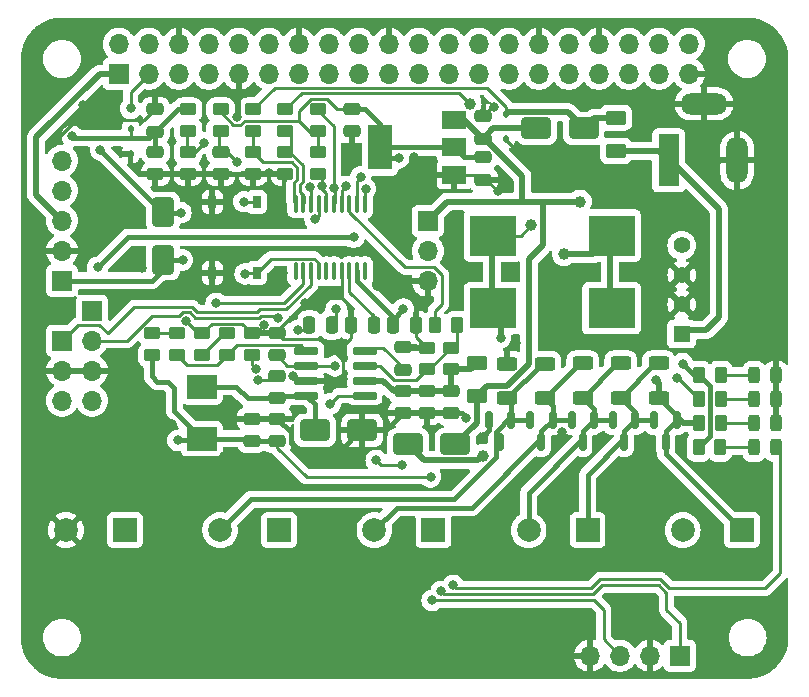
<source format=gbr>
%TF.GenerationSoftware,KiCad,Pcbnew,(7.0.0-0)*%
%TF.CreationDate,2023-04-10T19:10:16-05:00*%
%TF.ProjectId,ras_pi_supercap_ups,7261735f-7069-45f7-9375-706572636170,rev?*%
%TF.SameCoordinates,Original*%
%TF.FileFunction,Copper,L1,Top*%
%TF.FilePolarity,Positive*%
%FSLAX46Y46*%
G04 Gerber Fmt 4.6, Leading zero omitted, Abs format (unit mm)*
G04 Created by KiCad (PCBNEW (7.0.0-0)) date 2023-04-10 19:10:16*
%MOMM*%
%LPD*%
G01*
G04 APERTURE LIST*
G04 Aperture macros list*
%AMRoundRect*
0 Rectangle with rounded corners*
0 $1 Rounding radius*
0 $2 $3 $4 $5 $6 $7 $8 $9 X,Y pos of 4 corners*
0 Add a 4 corners polygon primitive as box body*
4,1,4,$2,$3,$4,$5,$6,$7,$8,$9,$2,$3,0*
0 Add four circle primitives for the rounded corners*
1,1,$1+$1,$2,$3*
1,1,$1+$1,$4,$5*
1,1,$1+$1,$6,$7*
1,1,$1+$1,$8,$9*
0 Add four rect primitives between the rounded corners*
20,1,$1+$1,$2,$3,$4,$5,0*
20,1,$1+$1,$4,$5,$6,$7,0*
20,1,$1+$1,$6,$7,$8,$9,0*
20,1,$1+$1,$8,$9,$2,$3,0*%
G04 Aperture macros list end*
%TA.AperFunction,SMDPad,CuDef*%
%ADD10RoundRect,0.243750X0.243750X0.456250X-0.243750X0.456250X-0.243750X-0.456250X0.243750X-0.456250X0*%
%TD*%
%TA.AperFunction,SMDPad,CuDef*%
%ADD11RoundRect,0.112500X-0.112500X0.187500X-0.112500X-0.187500X0.112500X-0.187500X0.112500X0.187500X0*%
%TD*%
%TA.AperFunction,SMDPad,CuDef*%
%ADD12RoundRect,0.150000X-0.150000X0.587500X-0.150000X-0.587500X0.150000X-0.587500X0.150000X0.587500X0*%
%TD*%
%TA.AperFunction,SMDPad,CuDef*%
%ADD13RoundRect,0.250000X0.625000X-0.312500X0.625000X0.312500X-0.625000X0.312500X-0.625000X-0.312500X0*%
%TD*%
%TA.AperFunction,ComponentPad*%
%ADD14R,2.000000X2.000000*%
%TD*%
%TA.AperFunction,ComponentPad*%
%ADD15C,2.000000*%
%TD*%
%TA.AperFunction,SMDPad,CuDef*%
%ADD16RoundRect,0.250000X0.475000X-0.250000X0.475000X0.250000X-0.475000X0.250000X-0.475000X-0.250000X0*%
%TD*%
%TA.AperFunction,SMDPad,CuDef*%
%ADD17RoundRect,0.250000X-0.475000X0.250000X-0.475000X-0.250000X0.475000X-0.250000X0.475000X0.250000X0*%
%TD*%
%TA.AperFunction,ComponentPad*%
%ADD18R,1.408000X1.408000*%
%TD*%
%TA.AperFunction,ComponentPad*%
%ADD19C,1.408000*%
%TD*%
%TA.AperFunction,SMDPad,CuDef*%
%ADD20RoundRect,0.250000X-0.450000X0.262500X-0.450000X-0.262500X0.450000X-0.262500X0.450000X0.262500X0*%
%TD*%
%TA.AperFunction,SMDPad,CuDef*%
%ADD21R,2.500000X2.000000*%
%TD*%
%TA.AperFunction,SMDPad,CuDef*%
%ADD22R,0.750000X1.000000*%
%TD*%
%TA.AperFunction,SMDPad,CuDef*%
%ADD23RoundRect,0.250000X0.250000X0.475000X-0.250000X0.475000X-0.250000X-0.475000X0.250000X-0.475000X0*%
%TD*%
%TA.AperFunction,SMDPad,CuDef*%
%ADD24RoundRect,0.250000X-0.262500X-0.450000X0.262500X-0.450000X0.262500X0.450000X-0.262500X0.450000X0*%
%TD*%
%TA.AperFunction,SMDPad,CuDef*%
%ADD25RoundRect,0.250000X-0.250000X-0.475000X0.250000X-0.475000X0.250000X0.475000X-0.250000X0.475000X0*%
%TD*%
%TA.AperFunction,SMDPad,CuDef*%
%ADD26RoundRect,0.250000X0.450000X-0.262500X0.450000X0.262500X-0.450000X0.262500X-0.450000X-0.262500X0*%
%TD*%
%TA.AperFunction,SMDPad,CuDef*%
%ADD27R,4.000000X3.400000*%
%TD*%
%TA.AperFunction,SMDPad,CuDef*%
%ADD28RoundRect,0.250000X1.000000X0.650000X-1.000000X0.650000X-1.000000X-0.650000X1.000000X-0.650000X0*%
%TD*%
%TA.AperFunction,SMDPad,CuDef*%
%ADD29RoundRect,0.250000X0.262500X0.450000X-0.262500X0.450000X-0.262500X-0.450000X0.262500X-0.450000X0*%
%TD*%
%TA.AperFunction,ComponentPad*%
%ADD30R,1.700000X1.700000*%
%TD*%
%TA.AperFunction,ComponentPad*%
%ADD31O,1.700000X1.700000*%
%TD*%
%TA.AperFunction,SMDPad,CuDef*%
%ADD32RoundRect,0.100000X0.100000X-0.637500X0.100000X0.637500X-0.100000X0.637500X-0.100000X-0.637500X0*%
%TD*%
%TA.AperFunction,SMDPad,CuDef*%
%ADD33RoundRect,0.250000X-1.000000X-0.650000X1.000000X-0.650000X1.000000X0.650000X-1.000000X0.650000X0*%
%TD*%
%TA.AperFunction,SMDPad,CuDef*%
%ADD34RoundRect,0.042000X0.943000X0.258000X-0.943000X0.258000X-0.943000X-0.258000X0.943000X-0.258000X0*%
%TD*%
%TA.AperFunction,SMDPad,CuDef*%
%ADD35RoundRect,0.250000X0.625000X-0.375000X0.625000X0.375000X-0.625000X0.375000X-0.625000X-0.375000X0*%
%TD*%
%TA.AperFunction,SMDPad,CuDef*%
%ADD36R,2.000000X1.500000*%
%TD*%
%TA.AperFunction,SMDPad,CuDef*%
%ADD37R,2.000000X3.800000*%
%TD*%
%TA.AperFunction,ComponentPad*%
%ADD38R,1.800000X4.400000*%
%TD*%
%TA.AperFunction,ComponentPad*%
%ADD39O,1.800000X4.000000*%
%TD*%
%TA.AperFunction,ComponentPad*%
%ADD40O,4.000000X1.800000*%
%TD*%
%TA.AperFunction,SMDPad,CuDef*%
%ADD41RoundRect,0.250000X-0.650000X1.000000X-0.650000X-1.000000X0.650000X-1.000000X0.650000X1.000000X0*%
%TD*%
%TA.AperFunction,ViaPad*%
%ADD42C,0.800000*%
%TD*%
%TA.AperFunction,ViaPad*%
%ADD43C,1.000000*%
%TD*%
%TA.AperFunction,Conductor*%
%ADD44C,0.500000*%
%TD*%
%TA.AperFunction,Conductor*%
%ADD45C,0.250000*%
%TD*%
%TA.AperFunction,Conductor*%
%ADD46C,0.400000*%
%TD*%
G04 APERTURE END LIST*
D10*
%TO.P,D5,1,K*%
%TO.N,GND*%
X113951595Y-130302000D03*
%TO.P,D5,2,A*%
%TO.N,Net-(D5-A)*%
X112076595Y-130302000D03*
%TD*%
D11*
%TO.P,D1,1,A1*%
%TO.N,Net-(#FLG01-pwr)*%
X91100000Y-108170000D03*
%TO.P,D1,2,A2*%
%TO.N,GND*%
X91100000Y-110270000D03*
%TD*%
D12*
%TO.P,U3,1,REF*%
%TO.N,Net-(U2-K)*%
X98540000Y-134082500D03*
%TO.P,U3,2,K*%
%TO.N,Net-(U3-K)*%
X96640000Y-134082500D03*
%TO.P,U3,3,A*%
%TO.N,Net-(U2-K)*%
X97590000Y-135957500D03*
%TD*%
D13*
%TO.P,R5,1*%
%TO.N,Net-(D4-A)*%
X104010000Y-132182500D03*
%TO.P,R5,2*%
%TO.N,Net-(U1-K)*%
X104010000Y-129257500D03*
%TD*%
D14*
%TO.P,C3,1*%
%TO.N,Net-(U2-K)*%
X84940936Y-143399999D03*
D15*
%TO.P,C3,2*%
%TO.N,Net-(U3-K)*%
X79940937Y-143400000D03*
%TD*%
D16*
%TO.P,C18,1*%
%TO.N,Net-(U8-SS)*%
X82326000Y-129829500D03*
%TO.P,C18,2*%
%TO.N,GND*%
X82326000Y-127929500D03*
%TD*%
D17*
%TO.P,C13,1*%
%TO.N,+5V*%
X61400000Y-111370000D03*
%TO.P,C13,2*%
%TO.N,GND*%
X61400000Y-113270000D03*
%TD*%
D11*
%TO.P,D7,1,A1*%
%TO.N,+5V*%
X59300000Y-109450000D03*
%TO.P,D7,2,A2*%
%TO.N,GND*%
X59300000Y-111550000D03*
%TD*%
D18*
%TO.P,J5,1,Pin_1*%
%TO.N,VIN*%
X105959999Y-126797499D03*
D19*
%TO.P,J5,2,Pin_2*%
%TO.N,GND*%
X105960000Y-124297500D03*
%TO.P,J5,3,Pin_3*%
X105960000Y-121797500D03*
%TO.P,J5,4,Pin_4*%
%TO.N,unconnected-(J5-Pin_4-Pad4)*%
X105960000Y-119297500D03*
%TD*%
D14*
%TO.P,C1,1*%
%TO.N,Net-(D4-A)*%
X111057914Y-143399999D03*
D15*
%TO.P,C1,2*%
%TO.N,Net-(U1-K)*%
X106057915Y-143400000D03*
%TD*%
D20*
%TO.P,R18,1*%
%TO.N,+3.3V*%
X75200000Y-111387500D03*
%TO.P,R18,2*%
%TO.N,Spare_Button*%
X75200000Y-113212500D03*
%TD*%
D21*
%TO.P,L1,1,1*%
%TO.N,Net-(D10-K)*%
X65328999Y-131259499D03*
%TO.P,L1,2,2*%
%TO.N,+5V*%
X65328999Y-135659499D03*
%TD*%
D17*
%TO.P,C11,1*%
%TO.N,NRST*%
X66915000Y-111350000D03*
%TO.P,C11,2*%
%TO.N,GND*%
X66915000Y-113250000D03*
%TD*%
D22*
%TO.P,SW1,1*%
%TO.N,GND*%
X66224999Y-121617999D03*
X66224999Y-115617999D03*
%TO.P,SW1,2*%
%TO.N,NRST*%
X69974999Y-121617999D03*
X69974999Y-115617999D03*
%TD*%
D23*
%TO.P,C19,1*%
%TO.N,Net-(U8-COMP)*%
X76336000Y-126038000D03*
%TO.P,C19,2*%
%TO.N,Net-(C19-Pad2)*%
X74436000Y-126038000D03*
%TD*%
D24*
%TO.P,R15,1*%
%TO.N,+3.3V*%
X107437500Y-130257000D03*
%TO.P,R15,2*%
%TO.N,Net-(D5-A)*%
X109262500Y-130257000D03*
%TD*%
D25*
%TO.P,C9,1*%
%TO.N,+3.3V*%
X81525332Y-126038000D03*
%TO.P,C9,2*%
%TO.N,GND*%
X83425332Y-126038000D03*
%TD*%
D16*
%TO.P,C17,1*%
%TO.N,Net-(D10-K)*%
X71716000Y-132244500D03*
%TO.P,C17,2*%
%TO.N,Net-(U8-BOOT)*%
X71716000Y-130344500D03*
%TD*%
D12*
%TO.P,U1,1,REF*%
%TO.N,Net-(D4-A)*%
X105540000Y-134082500D03*
%TO.P,U1,2,K*%
%TO.N,Net-(U1-K)*%
X103640000Y-134082500D03*
%TO.P,U1,3,A*%
%TO.N,Net-(D4-A)*%
X104590000Y-135957500D03*
%TD*%
D26*
%TO.P,R20,1*%
%TO.N,NRST*%
X66915000Y-109612500D03*
%TO.P,R20,2*%
%TO.N,+3.3V*%
X66915000Y-107787500D03*
%TD*%
D14*
%TO.P,C5,1*%
%TO.N,Net-(U4-K)*%
X58823958Y-143399999D03*
D15*
%TO.P,C5,2*%
%TO.N,GND*%
X53823959Y-143400000D03*
%TD*%
D27*
%TO.P,R4,1*%
%TO.N,Net-(J1-Pin_2)*%
X100019999Y-118459999D03*
%TO.P,R4,2*%
%TO.N,Net-(D4-A)*%
X90019999Y-118459999D03*
%TD*%
D13*
%TO.P,R9,1*%
%TO.N,Net-(U4-K)*%
X91170000Y-132222500D03*
%TO.P,R9,2*%
%TO.N,GND*%
X91170000Y-129297500D03*
%TD*%
D26*
%TO.P,R23,1*%
%TO.N,Net-(U8-EN)*%
X84366000Y-129792000D03*
%TO.P,R23,2*%
%TO.N,GND*%
X84366000Y-127967000D03*
%TD*%
D28*
%TO.P,D4,1,K*%
%TO.N,+12V*%
X86806000Y-136144000D03*
%TO.P,D4,2,A*%
%TO.N,Net-(D4-A)*%
X82806000Y-136144000D03*
%TD*%
D17*
%TO.P,C7,1*%
%TO.N,+3.3V*%
X89154000Y-111826000D03*
%TO.P,C7,2*%
%TO.N,GND*%
X89154000Y-113726000D03*
%TD*%
D20*
%TO.P,R13,1*%
%TO.N,+5V*%
X64172500Y-107787500D03*
%TO.P,R13,2*%
%TO.N,VOUT_SENSE*%
X64172500Y-109612500D03*
%TD*%
D13*
%TO.P,R8,1*%
%TO.N,Net-(U3-K)*%
X94380000Y-132222500D03*
%TO.P,R8,2*%
%TO.N,Net-(U4-K)*%
X94380000Y-129297500D03*
%TD*%
D29*
%TO.P,R21,1*%
%TO.N,Net-(U8-EN)*%
X86912500Y-126038000D03*
%TO.P,R21,2*%
%TO.N,POW_ENABLE*%
X85087500Y-126038000D03*
%TD*%
D17*
%TO.P,C16,1*%
%TO.N,/Buck Converter/VIN_12v*%
X82326000Y-131619500D03*
%TO.P,C16,2*%
%TO.N,GND*%
X82326000Y-133519500D03*
%TD*%
%TO.P,C14,1*%
%TO.N,/Buck Converter/VIN_12v*%
X86406000Y-131619500D03*
%TO.P,C14,2*%
%TO.N,GND*%
X86406000Y-133519500D03*
%TD*%
D20*
%TO.P,R1,1*%
%TO.N,Net-(#FLG01-pwr)*%
X69657500Y-107787500D03*
%TO.P,R1,2*%
%TO.N,VIN_SENSE*%
X69657500Y-109612500D03*
%TD*%
D10*
%TO.P,D6,1,K*%
%TO.N,GND*%
X113967500Y-132334000D03*
%TO.P,D6,2,A*%
%TO.N,Net-(D6-A)*%
X112092500Y-132334000D03*
%TD*%
D26*
%TO.P,R25,1*%
%TO.N,+5V*%
X61116000Y-128572000D03*
%TO.P,R25,2*%
%TO.N,Net-(R25-Pad2)*%
X61116000Y-126747000D03*
%TD*%
D14*
%TO.P,C4,1*%
%TO.N,Net-(U3-K)*%
X71882447Y-143399999D03*
D15*
%TO.P,C4,2*%
%TO.N,Net-(U4-K)*%
X66882448Y-143400000D03*
%TD*%
D16*
%TO.P,C22,1*%
%TO.N,+5V*%
X71716000Y-135879500D03*
%TO.P,C22,2*%
%TO.N,GND*%
X71716000Y-133979500D03*
%TD*%
D30*
%TO.P,J3,1,Pin_1*%
%TO.N,RS232_RXD*%
X53500999Y-127359999D03*
D31*
%TO.P,J3,2,Pin_2*%
%TO.N,GND*%
X53500999Y-129899999D03*
%TO.P,J3,3,Pin_3*%
%TO.N,RS232_TXD*%
X53500999Y-132439999D03*
%TD*%
D24*
%TO.P,R16,1*%
%TO.N,+5V*%
X107437500Y-132289000D03*
%TO.P,R16,2*%
%TO.N,Net-(D6-A)*%
X109262500Y-132289000D03*
%TD*%
D17*
%TO.P,C8,1*%
%TO.N,+3.3V*%
X78066000Y-107750000D03*
%TO.P,C8,2*%
%TO.N,GND*%
X78066000Y-109650000D03*
%TD*%
D32*
%TO.P,U7,1,PD4*%
%TO.N,unconnected-(U7-PD4-Pad1)*%
X73275000Y-121480500D03*
%TO.P,U7,2,PD5*%
%TO.N,RS232_TXD*%
X73925000Y-121480500D03*
%TO.P,U7,3,PD6*%
%TO.N,RS232_RXD*%
X74575000Y-121480500D03*
%TO.P,U7,4,NRST*%
%TO.N,NRST*%
X75225000Y-121480500D03*
%TO.P,U7,5,PA1*%
%TO.N,unconnected-(U7-PA1-Pad5)*%
X75875000Y-121480500D03*
%TO.P,U7,6,PA2*%
%TO.N,unconnected-(U7-PA2-Pad6)*%
X76525000Y-121480500D03*
%TO.P,U7,7,VSS*%
%TO.N,GND*%
X77175000Y-121480500D03*
%TO.P,U7,8,VCAP*%
%TO.N,Net-(U7-VCAP)*%
X77825000Y-121480500D03*
%TO.P,U7,9,VDD*%
%TO.N,+3.3V*%
X78475000Y-121480500D03*
%TO.P,U7,10,PA3*%
%TO.N,unconnected-(U7-PA3-Pad10)*%
X79125000Y-121480500D03*
%TO.P,U7,11,PB5*%
%TO.N,I2C_SDA*%
X79125000Y-115755500D03*
%TO.P,U7,12,PB4*%
%TO.N,I2C_SCL*%
X78475000Y-115755500D03*
%TO.P,U7,13,PC3*%
%TO.N,POW_ENABLE*%
X77825000Y-115755500D03*
%TO.P,U7,14,PC4*%
%TO.N,VOUT_SENSE*%
X77175000Y-115755500D03*
%TO.P,U7,15,PC5*%
%TO.N,Power_Button*%
X76525000Y-115755500D03*
%TO.P,U7,16,PC6*%
%TO.N,Spare_Button*%
X75875000Y-115755500D03*
%TO.P,U7,17,PC7*%
%TO.N,DEBUG_LED*%
X75225000Y-115755500D03*
%TO.P,U7,18,PD1*%
%TO.N,SWIM*%
X74575000Y-115755500D03*
%TO.P,U7,19,PD2*%
%TO.N,UPS_SENSE*%
X73925000Y-115755500D03*
%TO.P,U7,20,PD3*%
%TO.N,VIN_SENSE*%
X73275000Y-115755500D03*
%TD*%
D24*
%TO.P,R17,1*%
%TO.N,+3.3V*%
X107395000Y-136398000D03*
%TO.P,R17,2*%
%TO.N,Net-(D8-A)*%
X109220000Y-136398000D03*
%TD*%
D13*
%TO.P,R6,1*%
%TO.N,Net-(U1-K)*%
X100800000Y-132182500D03*
%TO.P,R6,2*%
%TO.N,Net-(U2-K)*%
X100800000Y-129257500D03*
%TD*%
D33*
%TO.P,D10,1,K*%
%TO.N,Net-(D10-K)*%
X74911000Y-134949500D03*
%TO.P,D10,2,A*%
%TO.N,GND*%
X78911000Y-134949500D03*
%TD*%
D16*
%TO.P,C20,1*%
%TO.N,+5V*%
X69572000Y-135879500D03*
%TO.P,C20,2*%
%TO.N,GND*%
X69572000Y-133979500D03*
%TD*%
D10*
%TO.P,D8,1,K*%
%TO.N,DEBUG_LED*%
X113967500Y-136398000D03*
%TO.P,D8,2,A*%
%TO.N,Net-(D8-A)*%
X112092500Y-136398000D03*
%TD*%
D34*
%TO.P,U8,1,BOOT*%
%TO.N,Net-(U8-BOOT)*%
X79126000Y-132007000D03*
%TO.P,U8,2,VIN*%
%TO.N,/Buck Converter/VIN_12v*%
X79126000Y-130737000D03*
%TO.P,U8,3,EN*%
%TO.N,Net-(U8-EN)*%
X79126000Y-129467000D03*
%TO.P,U8,4,SS*%
%TO.N,Net-(U8-SS)*%
X79126000Y-128197000D03*
%TO.P,U8,5,VSENSE*%
%TO.N,Net-(U8-VSENSE)*%
X74186000Y-128197000D03*
%TO.P,U8,6,COMP*%
%TO.N,Net-(U8-COMP)*%
X74186000Y-129467000D03*
%TO.P,U8,7,GND*%
%TO.N,GND*%
X74186000Y-130737000D03*
%TO.P,U8,8,PH*%
%TO.N,Net-(D10-K)*%
X74186000Y-132007000D03*
%TD*%
D12*
%TO.P,U5,1,REF*%
%TO.N,Net-(U4-K)*%
X91540000Y-134082500D03*
%TO.P,U5,2,K*%
%TO.N,GND*%
X89640000Y-134082500D03*
%TO.P,U5,3,A*%
%TO.N,Net-(U4-K)*%
X90590000Y-135957500D03*
%TD*%
D20*
%TO.P,R11,1*%
%TO.N,Net-(D4-A)*%
X72400000Y-107787500D03*
%TO.P,R11,2*%
%TO.N,UPS_SENSE*%
X72400000Y-109612500D03*
%TD*%
%TO.P,R26,1*%
%TO.N,Net-(R25-Pad2)*%
X63230000Y-126747000D03*
%TO.P,R26,2*%
%TO.N,Net-(U8-VSENSE)*%
X63230000Y-128572000D03*
%TD*%
D26*
%TO.P,R24,1*%
%TO.N,Net-(C19-Pad2)*%
X69572000Y-128572000D03*
%TO.P,R24,2*%
%TO.N,GND*%
X69572000Y-126747000D03*
%TD*%
D23*
%TO.P,C10,1*%
%TO.N,Net-(U7-VCAP)*%
X79880666Y-126038000D03*
%TO.P,C10,2*%
%TO.N,GND*%
X77980666Y-126038000D03*
%TD*%
D26*
%TO.P,R22,1*%
%TO.N,/Buck Converter/VIN_12v*%
X86406000Y-129792000D03*
%TO.P,R22,2*%
%TO.N,Net-(U8-EN)*%
X86406000Y-127967000D03*
%TD*%
D16*
%TO.P,C21,1*%
%TO.N,Net-(U8-COMP)*%
X71716000Y-128609500D03*
%TO.P,C21,2*%
%TO.N,GND*%
X71716000Y-126709500D03*
%TD*%
D12*
%TO.P,U2,1,REF*%
%TO.N,Net-(U1-K)*%
X102040000Y-134082500D03*
%TO.P,U2,2,K*%
%TO.N,Net-(U2-K)*%
X100140000Y-134082500D03*
%TO.P,U2,3,A*%
%TO.N,Net-(U1-K)*%
X101090000Y-135957500D03*
%TD*%
D20*
%TO.P,R12,1*%
%TO.N,UPS_SENSE*%
X72400000Y-111387500D03*
%TO.P,R12,2*%
%TO.N,GND*%
X72400000Y-113212500D03*
%TD*%
D26*
%TO.P,R19,1*%
%TO.N,+3.3V*%
X75200000Y-109612500D03*
%TO.P,R19,2*%
%TO.N,Power_Button*%
X75200000Y-107787500D03*
%TD*%
D35*
%TO.P,F1,1*%
%TO.N,VIN*%
X100400000Y-111300000D03*
%TO.P,F1,2*%
%TO.N,Net-(#FLG01-pwr)*%
X100400000Y-108500000D03*
%TD*%
D20*
%TO.P,R14,1*%
%TO.N,VOUT_SENSE*%
X64157500Y-111387500D03*
%TO.P,R14,2*%
%TO.N,GND*%
X64157500Y-113212500D03*
%TD*%
D13*
%TO.P,R7,1*%
%TO.N,Net-(U2-K)*%
X97590000Y-132182500D03*
%TO.P,R7,2*%
%TO.N,Net-(U3-K)*%
X97590000Y-129257500D03*
%TD*%
D24*
%TO.P,R10,1*%
%TO.N,Net-(D4-A)*%
X107437500Y-134321000D03*
%TO.P,R10,2*%
%TO.N,Net-(D3-A)*%
X109262500Y-134321000D03*
%TD*%
D12*
%TO.P,U4,1,REF*%
%TO.N,Net-(U3-K)*%
X95040000Y-134082500D03*
%TO.P,U4,2,K*%
%TO.N,Net-(U4-K)*%
X93140000Y-134082500D03*
%TO.P,U4,3,A*%
%TO.N,Net-(U3-K)*%
X94090000Y-135957500D03*
%TD*%
D10*
%TO.P,D3,1,K*%
%TO.N,GND*%
X113967500Y-134366000D03*
%TO.P,D3,2,A*%
%TO.N,Net-(D3-A)*%
X112092500Y-134366000D03*
%TD*%
D36*
%TO.P,U6,1,GND*%
%TO.N,GND*%
X86715999Y-113297999D03*
%TO.P,U6,2,VO*%
%TO.N,+3.3V*%
X86715999Y-110997999D03*
D37*
X80415999Y-110997999D03*
D36*
%TO.P,U6,3,VI*%
%TO.N,+12V*%
X86715999Y-108697999D03*
%TD*%
D30*
%TO.P,J2,1,Pin_1*%
%TO.N,+5V*%
X53500999Y-122279999D03*
D31*
%TO.P,J2,2,Pin_2*%
%TO.N,GND*%
X53500999Y-119739999D03*
%TO.P,J2,3,Pin_3*%
%TO.N,PI_3v3*%
X53500999Y-117199999D03*
%TO.P,J2,4,Pin_4*%
%TO.N,I2C_SCL*%
X53500999Y-114659999D03*
%TO.P,J2,5,Pin_5*%
%TO.N,I2C_SDA*%
X53500999Y-112119999D03*
%TD*%
D26*
%TO.P,R2,1*%
%TO.N,GND*%
X69672500Y-113212500D03*
%TO.P,R2,2*%
%TO.N,VIN_SENSE*%
X69672500Y-111387500D03*
%TD*%
D38*
%TO.P,J4,1*%
%TO.N,VIN*%
X104849999Y-112105999D03*
D39*
%TO.P,J4,2*%
%TO.N,GND*%
X110649999Y-112105999D03*
D40*
%TO.P,J4,3*%
X107849999Y-107305999D03*
%TD*%
D27*
%TO.P,R3,1*%
%TO.N,Net-(J1-Pin_2)*%
X100019999Y-124629999D03*
%TO.P,R3,2*%
%TO.N,Net-(D4-A)*%
X90019999Y-124629999D03*
%TD*%
D17*
%TO.P,C15,1*%
%TO.N,/Buck Converter/VIN_12v*%
X84366000Y-131619500D03*
%TO.P,C15,2*%
%TO.N,GND*%
X84366000Y-133519500D03*
%TD*%
D35*
%TO.P,F2,1*%
%TO.N,+12V*%
X88646000Y-132078000D03*
%TO.P,F2,2*%
%TO.N,/Buck Converter/VIN_12v*%
X88646000Y-129278000D03*
%TD*%
D16*
%TO.P,C12,1*%
%TO.N,+5V*%
X61400000Y-109670000D03*
%TO.P,C12,2*%
%TO.N,GND*%
X61400000Y-107770000D03*
%TD*%
D26*
%TO.P,R28,1*%
%TO.N,Net-(R27-Pad2)*%
X65344000Y-128572000D03*
%TO.P,R28,2*%
%TO.N,GND*%
X65344000Y-126747000D03*
%TD*%
D16*
%TO.P,C6,1*%
%TO.N,+12V*%
X89122000Y-110252000D03*
%TO.P,C6,2*%
%TO.N,GND*%
X89122000Y-108352000D03*
%TD*%
D33*
%TO.P,D2,1,K*%
%TO.N,+12V*%
X93665000Y-109370000D03*
%TO.P,D2,2,A*%
%TO.N,Net-(#FLG01-pwr)*%
X97665000Y-109370000D03*
%TD*%
D14*
%TO.P,C2,1*%
%TO.N,Net-(U1-K)*%
X97999425Y-143399999D03*
D15*
%TO.P,C2,2*%
%TO.N,Net-(U2-K)*%
X92999426Y-143400000D03*
%TD*%
D26*
%TO.P,R27,1*%
%TO.N,Net-(U8-VSENSE)*%
X67458000Y-128572000D03*
%TO.P,R27,2*%
%TO.N,Net-(R27-Pad2)*%
X67458000Y-126747000D03*
%TD*%
D41*
%TO.P,D9,1,K*%
%TO.N,Net-(#FLG03-pwr)*%
X62050000Y-116500000D03*
%TO.P,D9,2,A*%
%TO.N,+5V*%
X62050000Y-120500000D03*
%TD*%
D30*
%TO.P,J6,1,Pin_1*%
%TO.N,Power_Button*%
X105804999Y-154039999D03*
D31*
%TO.P,J6,2,Pin_2*%
%TO.N,GND*%
X103264999Y-154039999D03*
%TO.P,J6,3,Pin_3*%
%TO.N,Spare_Button*%
X100724999Y-154039999D03*
%TO.P,J6,4,Pin_4*%
%TO.N,GND*%
X98184999Y-154039999D03*
%TD*%
D30*
%TO.P,J8,1,3V3*%
%TO.N,PI_3v3*%
X58299999Y-104769999D03*
D31*
%TO.P,J8,2,5V*%
%TO.N,Net-(#FLG03-pwr)*%
X58299999Y-102229999D03*
%TO.P,J8,3,SDA/GPIO2*%
%TO.N,I2C_SDA*%
X60839999Y-104769999D03*
%TO.P,J8,4,5V*%
%TO.N,Net-(#FLG03-pwr)*%
X60839999Y-102229999D03*
%TO.P,J8,5,SCL/GPIO3*%
%TO.N,I2C_SCL*%
X63379999Y-104769999D03*
%TO.P,J8,6,GND*%
%TO.N,GND*%
X63379999Y-102229999D03*
%TO.P,J8,7,GCLK0/GPIO4*%
%TO.N,unconnected-(J8-GCLK0{slash}GPIO4-Pad7)*%
X65919999Y-104769999D03*
%TO.P,J8,8,GPIO14/TXD*%
%TO.N,unconnected-(J8-GPIO14{slash}TXD-Pad8)*%
X65919999Y-102229999D03*
%TO.P,J8,9,GND*%
%TO.N,GND*%
X68459999Y-104769999D03*
%TO.P,J8,10,GPIO15/RXD*%
%TO.N,unconnected-(J8-GPIO15{slash}RXD-Pad10)*%
X68459999Y-102229999D03*
%TO.P,J8,11,GPIO17*%
%TO.N,unconnected-(J8-GPIO17-Pad11)*%
X70999999Y-104769999D03*
%TO.P,J8,12,GPIO18/PWM0*%
%TO.N,unconnected-(J8-GPIO18{slash}PWM0-Pad12)*%
X70999999Y-102229999D03*
%TO.P,J8,13,GPIO27*%
%TO.N,unconnected-(J8-GPIO27-Pad13)*%
X73539999Y-104769999D03*
%TO.P,J8,14,GND*%
%TO.N,GND*%
X73539999Y-102229999D03*
%TO.P,J8,15,GPIO22*%
%TO.N,unconnected-(J8-GPIO22-Pad15)*%
X76079999Y-104769999D03*
%TO.P,J8,16,GPIO23*%
%TO.N,unconnected-(J8-GPIO23-Pad16)*%
X76079999Y-102229999D03*
%TO.P,J8,17,3V3*%
%TO.N,PI_3v3*%
X78619999Y-104769999D03*
%TO.P,J8,18,GPIO24*%
%TO.N,unconnected-(J8-GPIO24-Pad18)*%
X78619999Y-102229999D03*
%TO.P,J8,19,MOSI0/GPIO10*%
%TO.N,unconnected-(J8-MOSI0{slash}GPIO10-Pad19)*%
X81159999Y-104769999D03*
%TO.P,J8,20,GND*%
%TO.N,GND*%
X81159999Y-102229999D03*
%TO.P,J8,21,MISO0/GPIO9*%
%TO.N,unconnected-(J8-MISO0{slash}GPIO9-Pad21)*%
X83699999Y-104769999D03*
%TO.P,J8,22,GPIO25*%
%TO.N,unconnected-(J8-GPIO25-Pad22)*%
X83699999Y-102229999D03*
%TO.P,J8,23,SCLK0/GPIO11*%
%TO.N,unconnected-(J8-SCLK0{slash}GPIO11-Pad23)*%
X86239999Y-104769999D03*
%TO.P,J8,24,~{CE0}/GPIO8*%
%TO.N,unconnected-(J8-~{CE0}{slash}GPIO8-Pad24)*%
X86239999Y-102229999D03*
%TO.P,J8,25,GND*%
%TO.N,GND*%
X88779999Y-104769999D03*
%TO.P,J8,26,~{CE1}/GPIO7*%
%TO.N,unconnected-(J8-~{CE1}{slash}GPIO7-Pad26)*%
X88779999Y-102229999D03*
%TO.P,J8,27,ID_SD/GPIO0*%
%TO.N,unconnected-(J8-ID_SD{slash}GPIO0-Pad27)*%
X91319999Y-104769999D03*
%TO.P,J8,28,ID_SC/GPIO1*%
%TO.N,unconnected-(J8-ID_SC{slash}GPIO1-Pad28)*%
X91319999Y-102229999D03*
%TO.P,J8,29,GCLK1/GPIO5*%
%TO.N,unconnected-(J8-GCLK1{slash}GPIO5-Pad29)*%
X93859999Y-104769999D03*
%TO.P,J8,30,GND*%
%TO.N,GND*%
X93859999Y-102229999D03*
%TO.P,J8,31,GCLK2/GPIO6*%
%TO.N,unconnected-(J8-GCLK2{slash}GPIO6-Pad31)*%
X96399999Y-104769999D03*
%TO.P,J8,32,PWM0/GPIO12*%
%TO.N,unconnected-(J8-PWM0{slash}GPIO12-Pad32)*%
X96399999Y-102229999D03*
%TO.P,J8,33,PWM1/GPIO13*%
%TO.N,unconnected-(J8-PWM1{slash}GPIO13-Pad33)*%
X98939999Y-104769999D03*
%TO.P,J8,34,GND*%
%TO.N,GND*%
X98939999Y-102229999D03*
%TO.P,J8,35,GPIO19/MISO1*%
%TO.N,unconnected-(J8-GPIO19{slash}MISO1-Pad35)*%
X101479999Y-104769999D03*
%TO.P,J8,36,GPIO16*%
%TO.N,unconnected-(J8-GPIO16-Pad36)*%
X101479999Y-102229999D03*
%TO.P,J8,37,GPIO26*%
%TO.N,unconnected-(J8-GPIO26-Pad37)*%
X104019999Y-104769999D03*
%TO.P,J8,38,GPIO20/MOSI1*%
%TO.N,unconnected-(J8-GPIO20{slash}MOSI1-Pad38)*%
X104019999Y-102229999D03*
%TO.P,J8,39,GND*%
%TO.N,GND*%
X106559999Y-104769999D03*
%TO.P,J8,40,GPIO21/SCLK1*%
%TO.N,unconnected-(J8-GPIO21{slash}SCLK1-Pad40)*%
X106559999Y-102229999D03*
%TD*%
D30*
%TO.P,J7,1,Pin_1*%
%TO.N,+3.3V*%
X56040999Y-124819999D03*
D31*
%TO.P,J7,2,Pin_2*%
%TO.N,SWIM*%
X56040999Y-127359999D03*
%TO.P,J7,3,Pin_3*%
%TO.N,GND*%
X56040999Y-129899999D03*
%TO.P,J7,4,Pin_4*%
%TO.N,NRST*%
X56040999Y-132439999D03*
%TD*%
D30*
%TO.P,J1,1,Pin_1*%
%TO.N,+12V*%
X84467999Y-117221999D03*
D31*
%TO.P,J1,2,Pin_2*%
%TO.N,Net-(J1-Pin_2)*%
X84467999Y-119761999D03*
%TO.P,J1,3,Pin_3*%
%TO.N,GND*%
X84467999Y-122301999D03*
%TD*%
D42*
%TO.N,GND*%
X83254652Y-111797500D03*
X94680000Y-125260000D03*
X90400000Y-114700000D03*
X62796000Y-134434000D03*
X91500000Y-121600000D03*
X80200000Y-122700000D03*
X91900000Y-127600000D03*
X99100000Y-135500000D03*
X70200000Y-123100000D03*
X51200000Y-107300000D03*
X90100000Y-107600000D03*
X73040500Y-130333701D03*
X93600000Y-112900000D03*
X72200000Y-121600000D03*
X55237499Y-107412499D03*
X95840000Y-135090000D03*
X64000848Y-125697920D03*
X64976000Y-133514000D03*
X89100000Y-135500000D03*
X77315520Y-130610000D03*
X60275000Y-121200000D03*
X68300000Y-108400000D03*
X74100000Y-124200000D03*
X67206000Y-137164000D03*
X52732832Y-110607832D03*
X76600000Y-137400000D03*
X67226000Y-133094000D03*
X78400000Y-111400000D03*
X87700000Y-133900000D03*
X70600000Y-126000000D03*
X71500000Y-115900000D03*
X71000000Y-113200000D03*
X87200000Y-122400000D03*
%TO.N,I2C_SCL*%
X78769210Y-113522205D03*
%TO.N,I2C_SDA*%
X59300000Y-107700000D03*
X79200000Y-114500000D03*
%TO.N,+5V*%
X105600000Y-130500000D03*
X84700000Y-138900000D03*
X63300000Y-135800000D03*
X54345132Y-110020132D03*
X63700000Y-120525000D03*
%TO.N,Net-(D4-A)*%
X103800000Y-130700000D03*
D43*
X93218000Y-117602000D03*
X88000000Y-107300000D03*
D42*
X90630000Y-127120000D03*
D43*
X89100000Y-137100000D03*
D42*
%TO.N,Power_Button*%
X85598000Y-148590000D03*
X76487608Y-114418566D03*
%TO.N,Spare_Button*%
X75499078Y-114270874D03*
X84836000Y-149352000D03*
%TO.N,RS232_TXD*%
X66548000Y-124206000D03*
%TO.N,SWIM*%
X74450269Y-114338314D03*
X71761803Y-125438500D03*
%TO.N,NRST*%
X68900000Y-115600000D03*
X68300000Y-112200000D03*
X69000000Y-121700000D03*
%TO.N,VOUT_SENSE*%
X77500000Y-114300000D03*
X65500000Y-110600000D03*
%TO.N,+3.3V*%
X56500000Y-121150000D03*
X82400000Y-124700000D03*
X82000000Y-111900000D03*
X78200000Y-118600000D03*
X106040000Y-129310000D03*
%TO.N,DEBUG_LED*%
X80100000Y-137500000D03*
X86614000Y-148082000D03*
X74930000Y-117094000D03*
X82296000Y-137922000D03*
%TO.N,Net-(U8-BOOT)*%
X70100000Y-130700000D03*
X76200000Y-132700000D03*
%TO.N,Net-(U8-COMP)*%
X76700000Y-124700000D03*
X76600000Y-129500000D03*
D43*
%TO.N,+12V*%
X97340000Y-115580000D03*
D42*
%TO.N,Net-(C19-Pad2)*%
X73500000Y-126500000D03*
X69880158Y-129724974D03*
D43*
%TO.N,Net-(J1-Pin_2)*%
X95990000Y-120030000D03*
D42*
%TO.N,Net-(#FLG03-pwr)*%
X63550000Y-116525000D03*
X56750000Y-111225000D03*
%TD*%
D44*
%TO.N,VIN*%
X104044000Y-111300000D02*
X104850000Y-112106000D01*
X108050000Y-126450000D02*
X105960000Y-126450000D01*
X100400000Y-111300000D02*
X104044000Y-111300000D01*
X109100000Y-116200000D02*
X109100000Y-125400000D01*
X105300000Y-112400000D02*
X109100000Y-116200000D01*
X109100000Y-125400000D02*
X108050000Y-126450000D01*
D45*
%TO.N,GND*%
X56900000Y-107500000D02*
X58100000Y-108700000D01*
X74525000Y-123775000D02*
X74100000Y-124200000D01*
X75161507Y-123775000D02*
X77175000Y-123775000D01*
X68734980Y-125909980D02*
X69572000Y-126747000D01*
X76662300Y-128437700D02*
X77324501Y-129099901D01*
D46*
X80896000Y-134949500D02*
X82326000Y-133519500D01*
D45*
X91100000Y-110400000D02*
X93600000Y-112900000D01*
X71716000Y-126709500D02*
X72231001Y-127224501D01*
D46*
X78763500Y-134949500D02*
X77111000Y-136602000D01*
X69572000Y-133979500D02*
X71716000Y-133979500D01*
D45*
X77324501Y-129099901D02*
X77324501Y-130601019D01*
X88726000Y-113298000D02*
X89154000Y-113726000D01*
X77324501Y-130601019D02*
X77315520Y-130610000D01*
X55840664Y-107500000D02*
X56900000Y-107500000D01*
D46*
X77188520Y-130737000D02*
X77315520Y-130610000D01*
D45*
X78066000Y-109650000D02*
X78066000Y-111066000D01*
D46*
X82326000Y-133519500D02*
X86406000Y-133519500D01*
D45*
X65049928Y-126747000D02*
X64000848Y-125697920D01*
X89122000Y-108352000D02*
X89874000Y-107600000D01*
X77175000Y-121480500D02*
X77175000Y-123775000D01*
X83425332Y-127026332D02*
X84366000Y-127967000D01*
X89874000Y-107600000D02*
X90100000Y-107600000D01*
D46*
X89100000Y-135500000D02*
X89640000Y-134960000D01*
D45*
X60400000Y-108700000D02*
X61330000Y-107770000D01*
X75161507Y-123775000D02*
X74525000Y-123775000D01*
D46*
X87319500Y-133519500D02*
X87700000Y-133900000D01*
X78911000Y-134949500D02*
X80896000Y-134949500D01*
D45*
X68460000Y-108240000D02*
X68300000Y-108400000D01*
X77980666Y-124580666D02*
X77980666Y-126038000D01*
D46*
X72840520Y-136031520D02*
X72840520Y-135104020D01*
X86406000Y-133519500D02*
X87319500Y-133519500D01*
D45*
X77175000Y-123775000D02*
X77980666Y-124580666D01*
X77980666Y-126038000D02*
X77980666Y-127119334D01*
X75449101Y-127224501D02*
X76662300Y-128437700D01*
X89426000Y-113726000D02*
X90400000Y-114700000D01*
D46*
X72840520Y-135104020D02*
X71716000Y-133979500D01*
X73443799Y-130737000D02*
X73040500Y-130333701D01*
D45*
X65344000Y-126747000D02*
X66181020Y-125909980D01*
D46*
X89640000Y-134960000D02*
X89640000Y-134082500D01*
X77111000Y-136602000D02*
X73411000Y-136602000D01*
D45*
X71716000Y-126584000D02*
X74100000Y-124200000D01*
X58100000Y-108700000D02*
X60400000Y-108700000D01*
X83425332Y-126038000D02*
X83425332Y-127026332D01*
X78066000Y-111066000D02*
X78400000Y-111400000D01*
X52732832Y-110607832D02*
X55840664Y-107500000D01*
D46*
X73411000Y-136602000D02*
X72840520Y-136031520D01*
D45*
X69853000Y-126747000D02*
X70600000Y-126000000D01*
D46*
X84366000Y-127967000D02*
X82363500Y-127967000D01*
D45*
X86716000Y-113298000D02*
X88726000Y-113298000D01*
X77980666Y-127119334D02*
X76662300Y-128437700D01*
X72231001Y-127224501D02*
X75449101Y-127224501D01*
D46*
X74186000Y-130737000D02*
X77188520Y-130737000D01*
D45*
X68460000Y-104770000D02*
X68460000Y-108240000D01*
X66181020Y-125909980D02*
X68734980Y-125909980D01*
%TO.N,I2C_SCL*%
X78475000Y-115755500D02*
X78475000Y-113816415D01*
X78475000Y-113816415D02*
X78769210Y-113522205D01*
%TO.N,I2C_SDA*%
X59300000Y-106310000D02*
X59300000Y-107700000D01*
X79125000Y-114575000D02*
X79200000Y-114500000D01*
X60840000Y-104770000D02*
X59300000Y-106310000D01*
X79125000Y-115755500D02*
X79125000Y-114575000D01*
D44*
%TO.N,/Buck Converter/VIN_12v*%
X79126000Y-130737000D02*
X80681006Y-130737000D01*
X80681006Y-130737000D02*
X81563506Y-131619500D01*
X86406000Y-129792000D02*
X88132000Y-129792000D01*
X86406000Y-131619500D02*
X86406000Y-129792000D01*
X81563506Y-131619500D02*
X82326000Y-131619500D01*
X88132000Y-129792000D02*
X88646000Y-129278000D01*
X82326000Y-131619500D02*
X86406000Y-131619500D01*
D45*
%TO.N,+5V*%
X74200000Y-138900000D02*
X71716000Y-136416000D01*
X71716000Y-136416000D02*
X71716000Y-135879500D01*
D46*
X71716000Y-135879500D02*
X69572000Y-135879500D01*
D45*
X59300000Y-109450000D02*
X59300000Y-110200000D01*
D46*
X54525000Y-110200000D02*
X59300000Y-110200000D01*
D45*
X107437500Y-132289000D02*
X105648500Y-130500000D01*
D46*
X62893629Y-120525000D02*
X61138629Y-122280000D01*
X54345132Y-110020132D02*
X54525000Y-110200000D01*
X61138629Y-122280000D02*
X53501000Y-122280000D01*
X63700000Y-120525000D02*
X62893629Y-120525000D01*
X63282500Y-107787500D02*
X61400000Y-109670000D01*
X62438500Y-130842000D02*
X63006000Y-131409500D01*
X61576000Y-130842000D02*
X62438500Y-130842000D01*
X61116000Y-128572000D02*
X61116000Y-130382000D01*
X61116000Y-130382000D02*
X61576000Y-130842000D01*
X60870000Y-110200000D02*
X59300000Y-110200000D01*
X64172500Y-107787500D02*
X63282500Y-107787500D01*
X61400000Y-109670000D02*
X61400000Y-111370000D01*
X63006000Y-133336500D02*
X65329000Y-135659500D01*
X61400000Y-109670000D02*
X60870000Y-110200000D01*
X63300000Y-135800000D02*
X65188500Y-135800000D01*
D45*
X84700000Y-138900000D02*
X74200000Y-138900000D01*
D46*
X63006000Y-131409500D02*
X63006000Y-133336500D01*
X69352000Y-135659500D02*
X65329000Y-135659500D01*
D45*
X105648500Y-130500000D02*
X105600000Y-130500000D01*
%TO.N,VIN_SENSE*%
X73275000Y-115755500D02*
X73125988Y-115606488D01*
X72937013Y-112224520D02*
X70490352Y-112224520D01*
X73424520Y-113712973D02*
X73424520Y-112712027D01*
X73125988Y-114011505D02*
X73424520Y-113712973D01*
X73424520Y-112712027D02*
X72937013Y-112224520D01*
X69633332Y-109612500D02*
X69633332Y-111367500D01*
X73125988Y-115606488D02*
X73125988Y-114011505D01*
X70490352Y-112224520D02*
X69653332Y-111387500D01*
%TO.N,POW_ENABLE*%
X82509128Y-121127489D02*
X77825000Y-116443361D01*
X85087500Y-124812500D02*
X85642511Y-124257489D01*
X77825000Y-116443361D02*
X77825000Y-115755500D01*
X85642511Y-124257489D02*
X85642511Y-121815501D01*
X85642511Y-121815501D02*
X84954499Y-121127489D01*
X84954499Y-121127489D02*
X82509128Y-121127489D01*
X85087500Y-126038000D02*
X85087500Y-124812500D01*
%TO.N,UPS_SENSE*%
X72898000Y-109370500D02*
X72898000Y-111101500D01*
X73949510Y-115074110D02*
X73949510Y-115730990D01*
X73874030Y-113899167D02*
X73675499Y-114097698D01*
X72735697Y-111387500D02*
X73874030Y-112525833D01*
X73874030Y-112525833D02*
X73874030Y-113899167D01*
X73675499Y-114097698D02*
X73675499Y-114800099D01*
X73675499Y-114800099D02*
X73949510Y-115074110D01*
%TO.N,Net-(D4-A)*%
X87094022Y-106394022D02*
X88000000Y-107300000D01*
D44*
X104010000Y-131862500D02*
X104010000Y-130910000D01*
D46*
X104590000Y-135032500D02*
X105540000Y-134082500D01*
D44*
X84155511Y-137493511D02*
X88706489Y-137493511D01*
D46*
X104590000Y-136932085D02*
X111057915Y-143400000D01*
D45*
X92360000Y-118460000D02*
X90020000Y-118460000D01*
D44*
X82806000Y-136144000D02*
X84155511Y-137493511D01*
D45*
X73793478Y-106394022D02*
X87094022Y-106394022D01*
D44*
X106098500Y-134321000D02*
X105540000Y-133762500D01*
X90630000Y-127120000D02*
X90630000Y-125380000D01*
D45*
X72400000Y-107787500D02*
X73793478Y-106394022D01*
D44*
X104010000Y-130910000D02*
X103800000Y-130700000D01*
D46*
X105540000Y-133712500D02*
X104010000Y-132182500D01*
D44*
X89880000Y-118460000D02*
X89880000Y-124630000D01*
D46*
X104590000Y-135957500D02*
X104590000Y-135032500D01*
D45*
X93218000Y-117602000D02*
X92360000Y-118460000D01*
D46*
X104590000Y-135637500D02*
X104590000Y-136932085D01*
D44*
X88706489Y-137493511D02*
X89100000Y-137100000D01*
X107437500Y-134321000D02*
X106098500Y-134321000D01*
D46*
%TO.N,Net-(U1-K)*%
X97999426Y-138728074D02*
X97999426Y-143400000D01*
X101090000Y-135957500D02*
X101090000Y-135032500D01*
X101090000Y-135032500D02*
X102040000Y-134082500D01*
X103640000Y-134082500D02*
X102040000Y-134082500D01*
X102040000Y-133422500D02*
X100800000Y-132182500D01*
X102040000Y-134082500D02*
X102040000Y-133422500D01*
X103725000Y-129257500D02*
X100800000Y-132182500D01*
X101090000Y-135637500D02*
X97999426Y-138728074D01*
%TO.N,Net-(U2-K)*%
X98540000Y-133132500D02*
X97590000Y-132182500D01*
X92999426Y-140228074D02*
X92999426Y-143400000D01*
X100140000Y-134082500D02*
X98540000Y-134082500D01*
X97590000Y-135637500D02*
X92999426Y-140228074D01*
X97590000Y-135032500D02*
X98540000Y-134082500D01*
X97590000Y-135957500D02*
X97590000Y-135032500D01*
X100515000Y-129257500D02*
X97590000Y-132182500D01*
X98540000Y-134082500D02*
X98540000Y-133132500D01*
%TO.N,Net-(U3-K)*%
X94090000Y-135957500D02*
X94090000Y-135032500D01*
X94090000Y-135637500D02*
X88227500Y-141500000D01*
X81840937Y-141500000D02*
X79940937Y-143400000D01*
X88227500Y-141500000D02*
X81840937Y-141500000D01*
X95040000Y-134082500D02*
X95040000Y-132882500D01*
X95040000Y-132882500D02*
X94380000Y-132222500D01*
X96640000Y-134082500D02*
X95040000Y-134082500D01*
X94090000Y-135032500D02*
X95040000Y-134082500D01*
X97345000Y-129257500D02*
X94380000Y-132222500D01*
%TO.N,Net-(U4-K)*%
X69482448Y-140800000D02*
X66882448Y-143400000D01*
X86672088Y-140800000D02*
X69482448Y-140800000D01*
X91540000Y-132592500D02*
X91170000Y-132222500D01*
X93140000Y-134082500D02*
X91540000Y-134082500D01*
X90239511Y-135062989D02*
X90239511Y-137232577D01*
X94095000Y-129297500D02*
X91170000Y-132222500D01*
X91540000Y-134082500D02*
X91540000Y-132592500D01*
X91540000Y-133762500D02*
X90239511Y-135062989D01*
X90239511Y-137232577D02*
X86672088Y-140800000D01*
D45*
%TO.N,Power_Button*%
X104648000Y-148717704D02*
X104012296Y-148082000D01*
X99187704Y-148082000D02*
X98425704Y-148844000D01*
X104012296Y-148082000D02*
X99187704Y-148082000D01*
X105805000Y-154040000D02*
X105805000Y-151262500D01*
X98425704Y-148844000D02*
X85852000Y-148844000D01*
X76487608Y-109175108D02*
X76487608Y-114418566D01*
X76597429Y-114528387D02*
X76487608Y-114418566D01*
X104648000Y-150105500D02*
X104648000Y-148717704D01*
X105805000Y-151262500D02*
X104672500Y-150130000D01*
X85852000Y-148844000D02*
X85598000Y-148590000D01*
X76597429Y-115683071D02*
X76597429Y-114528387D01*
X75200000Y-107887500D02*
X76487608Y-109175108D01*
%TO.N,Spare_Button*%
X99347500Y-152662500D02*
X99347500Y-150130000D01*
X84836000Y-149352000D02*
X98569500Y-149352000D01*
X75875000Y-114900174D02*
X75499078Y-114524252D01*
X98569500Y-149352000D02*
X99347500Y-150130000D01*
X75875000Y-115755500D02*
X75875000Y-114900174D01*
X75499078Y-113511578D02*
X75499078Y-114270874D01*
X100725000Y-154040000D02*
X99347500Y-152662500D01*
X75499078Y-114524252D02*
X75499078Y-114270874D01*
%TO.N,RS232_RXD*%
X56652511Y-125994511D02*
X57404000Y-126746000D01*
X64487141Y-124523909D02*
X64931232Y-124968000D01*
X74575000Y-122625000D02*
X74575000Y-121480500D01*
X57404000Y-126746000D02*
X59626091Y-124523909D01*
X69971696Y-124968000D02*
X70225696Y-124714000D01*
X72486000Y-124714000D02*
X74575000Y-122625000D01*
X53501000Y-127360000D02*
X54866489Y-125994511D01*
X64931232Y-124968000D02*
X69971696Y-124968000D01*
X54866489Y-125994511D02*
X56652511Y-125994511D01*
X59626091Y-124523909D02*
X64487141Y-124523909D01*
X70225696Y-124714000D02*
X72486000Y-124714000D01*
%TO.N,RS232_TXD*%
X66548000Y-124206000D02*
X72294000Y-124206000D01*
X73925000Y-122575000D02*
X73925000Y-121480500D01*
X72294000Y-124206000D02*
X73925000Y-122575000D01*
%TO.N,SWIM*%
X58978007Y-127360000D02*
X61087517Y-125250490D01*
X71598802Y-125275499D02*
X71761803Y-125438500D01*
X74575000Y-115755500D02*
X74575000Y-114463045D01*
X61087517Y-125250490D02*
X63423678Y-125250490D01*
X63700749Y-124973419D02*
X64300947Y-124973419D01*
X70136900Y-125438500D02*
X70299901Y-125275499D01*
X70299901Y-125275499D02*
X71598802Y-125275499D01*
X63423678Y-125250490D02*
X63700749Y-124973419D01*
X64300947Y-124973419D02*
X64766028Y-125438500D01*
X56041000Y-127360000D02*
X58978007Y-127360000D01*
X64766028Y-125438500D02*
X70136900Y-125438500D01*
X74575000Y-114463045D02*
X74450269Y-114338314D01*
%TO.N,NRST*%
X74850841Y-120418480D02*
X75225000Y-120792639D01*
X67450000Y-111350000D02*
X68300000Y-112200000D01*
X66802000Y-109370500D02*
X66802000Y-111064000D01*
X69975000Y-121618000D02*
X69082000Y-121618000D01*
X69975000Y-121618000D02*
X71174520Y-120418480D01*
X68900000Y-115600000D02*
X69957000Y-115600000D01*
X71174520Y-120418480D02*
X74850841Y-120418480D01*
X69082000Y-121618000D02*
X69000000Y-121700000D01*
X75225000Y-120792639D02*
X75225000Y-121480500D01*
%TO.N,VOUT_SENSE*%
X77210214Y-114589786D02*
X77500000Y-114300000D01*
X64712500Y-111387500D02*
X65500000Y-110600000D01*
X64100000Y-109612500D02*
X64100000Y-111387500D01*
X77210214Y-115720286D02*
X77210214Y-114589786D01*
%TO.N,+3.3V*%
X73524520Y-108775480D02*
X73524520Y-107937987D01*
D46*
X56500000Y-121150000D02*
X59050000Y-118600000D01*
X108349520Y-131169020D02*
X108349520Y-135443480D01*
X108349520Y-135443480D02*
X107395000Y-136398000D01*
D45*
X68600099Y-109124501D02*
X67999901Y-109124501D01*
D46*
X106987000Y-130257000D02*
X106040000Y-129310000D01*
X80416000Y-110998000D02*
X80416000Y-109016000D01*
D45*
X67999901Y-109124501D02*
X66915000Y-108039600D01*
X74461540Y-109712500D02*
X73524520Y-108775480D01*
D46*
X89154000Y-111826000D02*
X87544000Y-111826000D01*
D45*
X68949120Y-108775480D02*
X68600099Y-109124501D01*
X73524520Y-108775480D02*
X68949120Y-108775480D01*
X74562507Y-106900000D02*
X75900000Y-106900000D01*
X75200000Y-109712500D02*
X75200000Y-111387500D01*
D46*
X78475000Y-121480500D02*
X78475000Y-122274427D01*
D45*
X76750000Y-107750000D02*
X77546000Y-107750000D01*
D46*
X107437500Y-130257000D02*
X106987000Y-130257000D01*
X87544000Y-111826000D02*
X86716000Y-110998000D01*
X81525332Y-125574668D02*
X82400000Y-124700000D01*
X107437500Y-130257000D02*
X108349520Y-131169020D01*
X78475000Y-122274427D02*
X81525332Y-125324759D01*
X81525332Y-125324759D02*
X81525332Y-126038000D01*
X82000000Y-111900000D02*
X81318000Y-111900000D01*
D45*
X75200000Y-109712500D02*
X74461540Y-109712500D01*
D46*
X79150000Y-107750000D02*
X78586000Y-107750000D01*
X59050000Y-118600000D02*
X78200000Y-118600000D01*
X81318000Y-111900000D02*
X80416000Y-110998000D01*
X80416000Y-109016000D02*
X79150000Y-107750000D01*
D45*
X75900000Y-106900000D02*
X76750000Y-107750000D01*
D46*
X86716000Y-110998000D02*
X80416000Y-110998000D01*
D45*
X73524520Y-107937987D02*
X74562507Y-106900000D01*
%TO.N,DEBUG_LED*%
X104140000Y-147574000D02*
X99060000Y-147574000D01*
X86868000Y-148336000D02*
X86614000Y-148082000D01*
X80522000Y-137922000D02*
X80100000Y-137500000D01*
X104902000Y-148336000D02*
X104140000Y-147574000D01*
X75225000Y-115755500D02*
X75225000Y-116799000D01*
X114300000Y-136730500D02*
X114300000Y-147066000D01*
X75225000Y-116799000D02*
X74930000Y-117094000D01*
X98298000Y-148336000D02*
X86868000Y-148336000D01*
X114300000Y-147066000D02*
X113030000Y-148336000D01*
X82296000Y-137922000D02*
X80522000Y-137922000D01*
X113030000Y-148336000D02*
X104902000Y-148336000D01*
X99060000Y-147574000D02*
X98298000Y-148336000D01*
D44*
%TO.N,PI_3v3*%
X53501000Y-117200000D02*
X51300000Y-114999000D01*
X56678623Y-104770000D02*
X58300000Y-104770000D01*
X51300000Y-114999000D02*
X51300000Y-110148623D01*
X51300000Y-110148623D02*
X56678623Y-104770000D01*
D45*
%TO.N,Net-(U7-VCAP)*%
X79880666Y-125280666D02*
X77825000Y-123225000D01*
X77825000Y-123225000D02*
X77825000Y-121480500D01*
X79880666Y-126038000D02*
X79880666Y-125280666D01*
D46*
%TO.N,Net-(D10-K)*%
X74911000Y-132732000D02*
X74186000Y-132007000D01*
X74911000Y-134949500D02*
X74911000Y-132732000D01*
X74186000Y-132007000D02*
X71953500Y-132007000D01*
X68226000Y-131259500D02*
X65329000Y-131259500D01*
X69211000Y-132244500D02*
X68226000Y-131259500D01*
X71716000Y-132244500D02*
X69211000Y-132244500D01*
D45*
%TO.N,Net-(U8-BOOT)*%
X71360500Y-130700000D02*
X70100000Y-130700000D01*
X79126000Y-132007000D02*
X76893000Y-132007000D01*
X76893000Y-132007000D02*
X76200000Y-132700000D01*
%TO.N,Net-(U8-SS)*%
X79126000Y-127969000D02*
X80693500Y-127969000D01*
X80693500Y-127969000D02*
X82326000Y-129601500D01*
%TO.N,Net-(U8-COMP)*%
X71716000Y-128609500D02*
X72573500Y-129467000D01*
X72573500Y-129467000D02*
X74186000Y-129467000D01*
X76567000Y-129467000D02*
X76600000Y-129500000D01*
X76700000Y-124700000D02*
X76700000Y-125674000D01*
X74186000Y-129467000D02*
X76567000Y-129467000D01*
D44*
%TO.N,Net-(#FLG01-pwr)*%
X100400000Y-108500000D02*
X98535000Y-108500000D01*
X91249511Y-108020489D02*
X96315489Y-108020489D01*
X91100000Y-108170000D02*
X91249511Y-108020489D01*
D45*
X91100000Y-107575400D02*
X91100000Y-108170000D01*
D44*
X98535000Y-108500000D02*
X97665000Y-109370000D01*
D45*
X71500489Y-105944511D02*
X89469111Y-105944511D01*
D44*
X96315489Y-108020489D02*
X97665000Y-109370000D01*
D45*
X69657500Y-107787500D02*
X71500489Y-105944511D01*
X89469111Y-105944511D02*
X91100000Y-107575400D01*
%TO.N,Net-(D3-A)*%
X109262500Y-134321000D02*
X112047500Y-134321000D01*
D44*
%TO.N,+12V*%
X90004000Y-109370000D02*
X93665000Y-109370000D01*
X93055480Y-129338790D02*
X93055480Y-120444520D01*
X93055480Y-120444520D02*
X94200000Y-119300000D01*
X86716000Y-108698000D02*
X87568000Y-108698000D01*
X92480000Y-113437730D02*
X92480000Y-115580000D01*
X88646000Y-134304000D02*
X86806000Y-136144000D01*
X88646000Y-132078000D02*
X89513520Y-131210480D01*
X89513520Y-131210480D02*
X91183790Y-131210480D01*
X94180000Y-115580000D02*
X97340000Y-115580000D01*
X88646000Y-132078000D02*
X88646000Y-134304000D01*
X89294270Y-110252000D02*
X92480000Y-113437730D01*
X92480000Y-115580000D02*
X94180000Y-115580000D01*
X94200000Y-119300000D02*
X94200000Y-115600000D01*
X91183790Y-131210480D02*
X93055480Y-129338790D01*
X87568000Y-108698000D02*
X89122000Y-110252000D01*
X94200000Y-115600000D02*
X94180000Y-115580000D01*
X84468000Y-117222000D02*
X86110000Y-115580000D01*
X86110000Y-115580000D02*
X92480000Y-115580000D01*
X89122000Y-110252000D02*
X90004000Y-109370000D01*
D45*
%TO.N,Net-(D5-A)*%
X109262500Y-130257000D02*
X112031595Y-130257000D01*
%TO.N,Net-(C19-Pad2)*%
X73974000Y-126500000D02*
X74436000Y-126038000D01*
X73500000Y-126500000D02*
X73974000Y-126500000D01*
X69572000Y-128572000D02*
X69572000Y-129416816D01*
X69572000Y-129416816D02*
X69880158Y-129724974D01*
%TO.N,Net-(D6-A)*%
X112092500Y-132334000D02*
X109307500Y-132334000D01*
%TO.N,Net-(D8-A)*%
X109220000Y-136398000D02*
X112092500Y-136398000D01*
D44*
%TO.N,Net-(J1-Pin_2)*%
X99880000Y-118600000D02*
X99880000Y-124630000D01*
X95990000Y-120030000D02*
X98450000Y-120030000D01*
X98450000Y-120030000D02*
X99880000Y-118600000D01*
D46*
%TO.N,Net-(#FLG03-pwr)*%
X62050000Y-116525000D02*
X56750000Y-111225000D01*
X63550000Y-116525000D02*
X62050000Y-116525000D01*
D45*
%TO.N,Net-(U8-EN)*%
X86191000Y-128187000D02*
X84366000Y-130012000D01*
X86912500Y-126038000D02*
X86912500Y-127460500D01*
X80426007Y-129467000D02*
X81613027Y-130654020D01*
X79126000Y-129467000D02*
X80426007Y-129467000D01*
X81613027Y-130654020D02*
X83503980Y-130654020D01*
X83503980Y-130654020D02*
X84366000Y-129792000D01*
X86912500Y-127460500D02*
X86406000Y-127967000D01*
%TO.N,Net-(U8-VSENSE)*%
X63230000Y-128572000D02*
X64067020Y-129409020D01*
X64067020Y-129409020D02*
X66620980Y-129409020D01*
X66620980Y-129409020D02*
X67458000Y-128572000D01*
X68295020Y-127734980D02*
X67458000Y-128572000D01*
X73723980Y-127734980D02*
X68295020Y-127734980D01*
X74186000Y-128197000D02*
X73723980Y-127734980D01*
%TO.N,Net-(R25-Pad2)*%
X61116000Y-126747000D02*
X63230000Y-126747000D01*
%TO.N,Net-(R27-Pad2)*%
X67169000Y-126747000D02*
X65344000Y-128572000D01*
%TD*%
%TA.AperFunction,Conductor*%
%TO.N,GND*%
G36*
X111503094Y-100000652D02*
G01*
X111652629Y-100007998D01*
X111843577Y-100018005D01*
X111855415Y-100019191D01*
X112021114Y-100043770D01*
X112022213Y-100043938D01*
X112194807Y-100071274D01*
X112205674Y-100073491D01*
X112371329Y-100114986D01*
X112373056Y-100115433D01*
X112538826Y-100159851D01*
X112548596Y-100162903D01*
X112710561Y-100220855D01*
X112713188Y-100221830D01*
X112872026Y-100282802D01*
X112880690Y-100286507D01*
X113036855Y-100360367D01*
X113040068Y-100361945D01*
X113181320Y-100433917D01*
X113191039Y-100438869D01*
X113198603Y-100443056D01*
X113347031Y-100532021D01*
X113350859Y-100534410D01*
X113492602Y-100626459D01*
X113499035Y-100630927D01*
X113638177Y-100734122D01*
X113642383Y-100737382D01*
X113773604Y-100843642D01*
X113778905Y-100848185D01*
X113907357Y-100964607D01*
X113911836Y-100968872D01*
X114031126Y-101088162D01*
X114035391Y-101092641D01*
X114151813Y-101221093D01*
X114156362Y-101226401D01*
X114262607Y-101357603D01*
X114265876Y-101361821D01*
X114369071Y-101500963D01*
X114373539Y-101507396D01*
X114465588Y-101649139D01*
X114467990Y-101652987D01*
X114556936Y-101801385D01*
X114561129Y-101808959D01*
X114638024Y-101959872D01*
X114639659Y-101963200D01*
X114662184Y-102010827D01*
X114713480Y-102119282D01*
X114717208Y-102128000D01*
X114778159Y-102286785D01*
X114779162Y-102289490D01*
X114837083Y-102451365D01*
X114840156Y-102461203D01*
X114884531Y-102626813D01*
X114885048Y-102628809D01*
X114926502Y-102794304D01*
X114928727Y-102805209D01*
X114956056Y-102977762D01*
X114956243Y-102978983D01*
X114980804Y-103144553D01*
X114981995Y-103156448D01*
X114991998Y-103347314D01*
X114992019Y-103347725D01*
X114999348Y-103496906D01*
X114999500Y-103503089D01*
X114999500Y-129282580D01*
X114985767Y-129339783D01*
X114947561Y-129384516D01*
X114893211Y-129407029D01*
X114834564Y-129402413D01*
X114784405Y-129371675D01*
X114669974Y-129257244D01*
X114658533Y-129248197D01*
X114521455Y-129163646D01*
X114508243Y-129157486D01*
X114354924Y-129106680D01*
X114341560Y-129103819D01*
X114248626Y-129094325D01*
X114242237Y-129094000D01*
X114222185Y-129094000D01*
X114209101Y-129097506D01*
X114205595Y-129110590D01*
X114205595Y-131069411D01*
X114217207Y-131112747D01*
X114221500Y-131145358D01*
X114221500Y-134494000D01*
X114204619Y-134557000D01*
X114158500Y-134603119D01*
X114095500Y-134620000D01*
X113839500Y-134620000D01*
X113776500Y-134603119D01*
X113730381Y-134557000D01*
X113713500Y-134494000D01*
X113713500Y-131566589D01*
X113701888Y-131523253D01*
X113697595Y-131490642D01*
X113697595Y-129110591D01*
X113694088Y-129097507D01*
X113681005Y-129094001D01*
X113660956Y-129094001D01*
X113654561Y-129094326D01*
X113561636Y-129103818D01*
X113548259Y-129106682D01*
X113394946Y-129157486D01*
X113381734Y-129163646D01*
X113244656Y-129248197D01*
X113233215Y-129257244D01*
X113119336Y-129371123D01*
X113113245Y-129378826D01*
X113069313Y-129414080D01*
X113014410Y-129426668D01*
X112959508Y-129414075D01*
X112916762Y-129379768D01*
X112914439Y-129376002D01*
X112790093Y-129251656D01*
X112640424Y-129159339D01*
X112633465Y-129157033D01*
X112633463Y-129157032D01*
X112480021Y-129106187D01*
X112480019Y-129106186D01*
X112473499Y-129104026D01*
X112466668Y-129103328D01*
X112466663Y-129103327D01*
X112373654Y-129093825D01*
X112373648Y-129093824D01*
X112370470Y-129093500D01*
X112367264Y-129093500D01*
X111785926Y-129093500D01*
X111785906Y-129093500D01*
X111782721Y-129093501D01*
X111779544Y-129093825D01*
X111779535Y-129093826D01*
X111686534Y-129103326D01*
X111686525Y-129103327D01*
X111679691Y-129104026D01*
X111673167Y-129106187D01*
X111673161Y-129106189D01*
X111519726Y-129157032D01*
X111519720Y-129157034D01*
X111512766Y-129159339D01*
X111506524Y-129163188D01*
X111506524Y-129163189D01*
X111369344Y-129247802D01*
X111369339Y-129247805D01*
X111363097Y-129251656D01*
X111357907Y-129256845D01*
X111357903Y-129256849D01*
X111243944Y-129370808D01*
X111243940Y-129370812D01*
X111238751Y-129376002D01*
X111234900Y-129382244D01*
X111234897Y-129382249D01*
X111166685Y-129492839D01*
X111146434Y-129525671D01*
X111144129Y-129532625D01*
X111144126Y-129532633D01*
X111142636Y-129537132D01*
X111116340Y-129582173D01*
X111074057Y-129612706D01*
X111023031Y-129623500D01*
X110354239Y-129623500D01*
X110303213Y-129612706D01*
X110260930Y-129582173D01*
X110234634Y-129537132D01*
X110233801Y-129534619D01*
X110217115Y-129484262D01*
X110201243Y-129458530D01*
X110127883Y-129339595D01*
X110124030Y-129333348D01*
X109998652Y-129207970D01*
X109926792Y-129163646D01*
X109853981Y-129118735D01*
X109853976Y-129118732D01*
X109847738Y-129114885D01*
X109840776Y-129112578D01*
X109840774Y-129112577D01*
X109685951Y-129061275D01*
X109685949Y-129061274D01*
X109679426Y-129059113D01*
X109672589Y-129058414D01*
X109672587Y-129058414D01*
X109578729Y-129048825D01*
X109578723Y-129048824D01*
X109575545Y-129048500D01*
X109572339Y-129048500D01*
X108952661Y-129048500D01*
X108952641Y-129048500D01*
X108949456Y-129048501D01*
X108946279Y-129048825D01*
X108946270Y-129048826D01*
X108852411Y-129058414D01*
X108852405Y-129058415D01*
X108845574Y-129059113D01*
X108839058Y-129061271D01*
X108839049Y-129061274D01*
X108684225Y-129112577D01*
X108684219Y-129112579D01*
X108677262Y-129114885D01*
X108671026Y-129118730D01*
X108671018Y-129118735D01*
X108532595Y-129204116D01*
X108532590Y-129204119D01*
X108526348Y-129207970D01*
X108521158Y-129213159D01*
X108521154Y-129213163D01*
X108439095Y-129295223D01*
X108382611Y-129327835D01*
X108317389Y-129327835D01*
X108260905Y-129295223D01*
X108178845Y-129213163D01*
X108178844Y-129213162D01*
X108173652Y-129207970D01*
X108101792Y-129163646D01*
X108028981Y-129118735D01*
X108028976Y-129118732D01*
X108022738Y-129114885D01*
X108015776Y-129112578D01*
X108015774Y-129112577D01*
X107860951Y-129061275D01*
X107860949Y-129061274D01*
X107854426Y-129059113D01*
X107847589Y-129058414D01*
X107847587Y-129058414D01*
X107753729Y-129048825D01*
X107753723Y-129048824D01*
X107750545Y-129048500D01*
X107747339Y-129048500D01*
X107127661Y-129048500D01*
X107127641Y-129048500D01*
X107124456Y-129048501D01*
X107121279Y-129048825D01*
X107121270Y-129048826D01*
X107020574Y-129059113D01*
X107020362Y-129057038D01*
X106971017Y-129055371D01*
X106918151Y-129024896D01*
X106885805Y-128973156D01*
X106874527Y-128938444D01*
X106779040Y-128773056D01*
X106651253Y-128631134D01*
X106645911Y-128627253D01*
X106645908Y-128627250D01*
X106568057Y-128570688D01*
X106496752Y-128518882D01*
X106322288Y-128441206D01*
X106315835Y-128439834D01*
X106315831Y-128439833D01*
X106141943Y-128402872D01*
X106141940Y-128402871D01*
X106135487Y-128401500D01*
X105944513Y-128401500D01*
X105938060Y-128402871D01*
X105938056Y-128402872D01*
X105764168Y-128439833D01*
X105764161Y-128439835D01*
X105757712Y-128441206D01*
X105751682Y-128443890D01*
X105751681Y-128443891D01*
X105589278Y-128516197D01*
X105589275Y-128516198D01*
X105583248Y-128518882D01*
X105577911Y-128522759D01*
X105577905Y-128522763D01*
X105472297Y-128599492D01*
X105408243Y-128623158D01*
X105341251Y-128609933D01*
X105290995Y-128563703D01*
X105262555Y-128517595D01*
X105234030Y-128471348D01*
X105108652Y-128345970D01*
X105065253Y-128319201D01*
X104963981Y-128256735D01*
X104963976Y-128256732D01*
X104957738Y-128252885D01*
X104950776Y-128250578D01*
X104950774Y-128250577D01*
X104795951Y-128199275D01*
X104795949Y-128199274D01*
X104789426Y-128197113D01*
X104782589Y-128196414D01*
X104782587Y-128196414D01*
X104688729Y-128186825D01*
X104688723Y-128186824D01*
X104685545Y-128186500D01*
X104682339Y-128186500D01*
X103337661Y-128186500D01*
X103337641Y-128186500D01*
X103334456Y-128186501D01*
X103331279Y-128186825D01*
X103331270Y-128186826D01*
X103237411Y-128196414D01*
X103237405Y-128196415D01*
X103230574Y-128197113D01*
X103224058Y-128199271D01*
X103224049Y-128199274D01*
X103069225Y-128250577D01*
X103069219Y-128250579D01*
X103062262Y-128252885D01*
X103056026Y-128256730D01*
X103056018Y-128256735D01*
X102917595Y-128342116D01*
X102917590Y-128342119D01*
X102911348Y-128345970D01*
X102906158Y-128351159D01*
X102906154Y-128351163D01*
X102791163Y-128466154D01*
X102791159Y-128466158D01*
X102785970Y-128471348D01*
X102782119Y-128477590D01*
X102782116Y-128477595D01*
X102696735Y-128616018D01*
X102696730Y-128616026D01*
X102692885Y-128622262D01*
X102690579Y-128629219D01*
X102690577Y-128629225D01*
X102641149Y-128778393D01*
X102637113Y-128790574D01*
X102636414Y-128797408D01*
X102636414Y-128797412D01*
X102628028Y-128879499D01*
X102626500Y-128894455D01*
X102626500Y-128897661D01*
X102626500Y-129301839D01*
X102616909Y-129350057D01*
X102589597Y-129390931D01*
X102492029Y-129488500D01*
X102398594Y-129581935D01*
X102348435Y-129612672D01*
X102289788Y-129617288D01*
X102235438Y-129594775D01*
X102197232Y-129550042D01*
X102183499Y-129492842D01*
X102183499Y-128894456D01*
X102172887Y-128790574D01*
X102161385Y-128755864D01*
X102149277Y-128719321D01*
X102117115Y-128622262D01*
X102109510Y-128609933D01*
X102053349Y-128518882D01*
X102024030Y-128471348D01*
X101898652Y-128345970D01*
X101855253Y-128319201D01*
X101753981Y-128256735D01*
X101753976Y-128256732D01*
X101747738Y-128252885D01*
X101740776Y-128250578D01*
X101740774Y-128250577D01*
X101585951Y-128199275D01*
X101585949Y-128199274D01*
X101579426Y-128197113D01*
X101572589Y-128196414D01*
X101572587Y-128196414D01*
X101478729Y-128186825D01*
X101478723Y-128186824D01*
X101475545Y-128186500D01*
X101472339Y-128186500D01*
X100127661Y-128186500D01*
X100127641Y-128186500D01*
X100124456Y-128186501D01*
X100121279Y-128186825D01*
X100121270Y-128186826D01*
X100027411Y-128196414D01*
X100027405Y-128196415D01*
X100020574Y-128197113D01*
X100014058Y-128199271D01*
X100014049Y-128199274D01*
X99859225Y-128250577D01*
X99859219Y-128250579D01*
X99852262Y-128252885D01*
X99846026Y-128256730D01*
X99846018Y-128256735D01*
X99707595Y-128342116D01*
X99707590Y-128342119D01*
X99701348Y-128345970D01*
X99696158Y-128351159D01*
X99696154Y-128351163D01*
X99581163Y-128466154D01*
X99581159Y-128466158D01*
X99575970Y-128471348D01*
X99572119Y-128477590D01*
X99572116Y-128477595D01*
X99486735Y-128616018D01*
X99486730Y-128616026D01*
X99482885Y-128622262D01*
X99480579Y-128629219D01*
X99480577Y-128629225D01*
X99431149Y-128778393D01*
X99427113Y-128790574D01*
X99426414Y-128797408D01*
X99426414Y-128797412D01*
X99418028Y-128879499D01*
X99416500Y-128894455D01*
X99416500Y-128897661D01*
X99416500Y-129301839D01*
X99406909Y-129350057D01*
X99379597Y-129390931D01*
X99282029Y-129488500D01*
X99188594Y-129581935D01*
X99138435Y-129612672D01*
X99079788Y-129617288D01*
X99025438Y-129594775D01*
X98987232Y-129550042D01*
X98973499Y-129492842D01*
X98973499Y-128894456D01*
X98962887Y-128790574D01*
X98951385Y-128755864D01*
X98939277Y-128719321D01*
X98907115Y-128622262D01*
X98899510Y-128609933D01*
X98843349Y-128518882D01*
X98814030Y-128471348D01*
X98688652Y-128345970D01*
X98645253Y-128319201D01*
X98543981Y-128256735D01*
X98543976Y-128256732D01*
X98537738Y-128252885D01*
X98530776Y-128250578D01*
X98530774Y-128250577D01*
X98375951Y-128199275D01*
X98375949Y-128199274D01*
X98369426Y-128197113D01*
X98362589Y-128196414D01*
X98362587Y-128196414D01*
X98268729Y-128186825D01*
X98268723Y-128186824D01*
X98265545Y-128186500D01*
X98262339Y-128186500D01*
X96917661Y-128186500D01*
X96917641Y-128186500D01*
X96914456Y-128186501D01*
X96911279Y-128186825D01*
X96911270Y-128186826D01*
X96817411Y-128196414D01*
X96817405Y-128196415D01*
X96810574Y-128197113D01*
X96804058Y-128199271D01*
X96804049Y-128199274D01*
X96649225Y-128250577D01*
X96649219Y-128250579D01*
X96642262Y-128252885D01*
X96636026Y-128256730D01*
X96636018Y-128256735D01*
X96497595Y-128342116D01*
X96497590Y-128342119D01*
X96491348Y-128345970D01*
X96486158Y-128351159D01*
X96486154Y-128351163D01*
X96371163Y-128466154D01*
X96371159Y-128466158D01*
X96365970Y-128471348D01*
X96362119Y-128477590D01*
X96362116Y-128477595D01*
X96276735Y-128616018D01*
X96276730Y-128616026D01*
X96272885Y-128622262D01*
X96270579Y-128629219D01*
X96270577Y-128629225D01*
X96221149Y-128778393D01*
X96217113Y-128790574D01*
X96216414Y-128797408D01*
X96216414Y-128797412D01*
X96208028Y-128879499D01*
X96206500Y-128894455D01*
X96206500Y-128897661D01*
X96206500Y-129341839D01*
X96196909Y-129390057D01*
X96169597Y-129430931D01*
X96073914Y-129526615D01*
X95978594Y-129621935D01*
X95928435Y-129652672D01*
X95869788Y-129657288D01*
X95815438Y-129634775D01*
X95777232Y-129590042D01*
X95763499Y-129532842D01*
X95763499Y-128934456D01*
X95752887Y-128830574D01*
X95749010Y-128818875D01*
X95713849Y-128712762D01*
X95697115Y-128662262D01*
X95692937Y-128655489D01*
X95607883Y-128517595D01*
X95604030Y-128511348D01*
X95478652Y-128385970D01*
X95435039Y-128359069D01*
X95333981Y-128296735D01*
X95333976Y-128296732D01*
X95327738Y-128292885D01*
X95320776Y-128290578D01*
X95320774Y-128290577D01*
X95165951Y-128239275D01*
X95165949Y-128239274D01*
X95159426Y-128237113D01*
X95152589Y-128236414D01*
X95152587Y-128236414D01*
X95058729Y-128226825D01*
X95058723Y-128226824D01*
X95055545Y-128226500D01*
X95052339Y-128226500D01*
X95024737Y-128226500D01*
X93939979Y-128226500D01*
X93876980Y-128209620D01*
X93830861Y-128163501D01*
X93813980Y-128100501D01*
X93813980Y-120810892D01*
X93823571Y-120762674D01*
X93850884Y-120721797D01*
X94058049Y-120514632D01*
X94690781Y-119881898D01*
X94704618Y-119869940D01*
X94724058Y-119855469D01*
X94743363Y-119832462D01*
X94756221Y-119817138D01*
X94763660Y-119809020D01*
X94767581Y-119805100D01*
X94769868Y-119802207D01*
X94770090Y-119801958D01*
X94822069Y-119766976D01*
X94884469Y-119761354D01*
X94941864Y-119786481D01*
X94980060Y-119836145D01*
X94989614Y-119898066D01*
X94980751Y-119988056D01*
X94976620Y-120030000D01*
X94977227Y-120036163D01*
X94995484Y-120221538D01*
X94995485Y-120221547D01*
X94996092Y-120227701D01*
X94997887Y-120233619D01*
X94997888Y-120233623D01*
X95041804Y-120378394D01*
X95053759Y-120417804D01*
X95056678Y-120423265D01*
X95140877Y-120580792D01*
X95147405Y-120593004D01*
X95151330Y-120597787D01*
X95151331Y-120597788D01*
X95165594Y-120615168D01*
X95273432Y-120746568D01*
X95426996Y-120872595D01*
X95602196Y-120966241D01*
X95792299Y-121023908D01*
X95798460Y-121024514D01*
X95798461Y-121024515D01*
X95983837Y-121042773D01*
X95990000Y-121043380D01*
X96187701Y-121023908D01*
X96377804Y-120966241D01*
X96553004Y-120872595D01*
X96620624Y-120817100D01*
X96658110Y-120795865D01*
X96700558Y-120788500D01*
X98385558Y-120788500D01*
X98403820Y-120789830D01*
X98427789Y-120793341D01*
X98477646Y-120788978D01*
X98488628Y-120788500D01*
X98490513Y-120788500D01*
X98494180Y-120788500D01*
X98525300Y-120784861D01*
X98528903Y-120784493D01*
X98604426Y-120777887D01*
X98611393Y-120775578D01*
X98614697Y-120774896D01*
X98615120Y-120774827D01*
X98615552Y-120774705D01*
X98618813Y-120773932D01*
X98626113Y-120773079D01*
X98697420Y-120747124D01*
X98700769Y-120745961D01*
X98772738Y-120722114D01*
X98778989Y-120718257D01*
X98782025Y-120716842D01*
X98782443Y-120716668D01*
X98782830Y-120716453D01*
X98785828Y-120714947D01*
X98792732Y-120712435D01*
X98828013Y-120689229D01*
X98861114Y-120673794D01*
X98897252Y-120668500D01*
X98995500Y-120668500D01*
X99058500Y-120685381D01*
X99104619Y-120731500D01*
X99121500Y-120794500D01*
X99121500Y-122295500D01*
X99104619Y-122358500D01*
X99058500Y-122404619D01*
X98995500Y-122421500D01*
X97971362Y-122421500D01*
X97968015Y-122421859D01*
X97968011Y-122421860D01*
X97918632Y-122427168D01*
X97918625Y-122427169D01*
X97910799Y-122428011D01*
X97903423Y-122430761D01*
X97903419Y-122430763D01*
X97782236Y-122475962D01*
X97782230Y-122475965D01*
X97773796Y-122479111D01*
X97766588Y-122484506D01*
X97766582Y-122484510D01*
X97663950Y-122561340D01*
X97663946Y-122561343D01*
X97656739Y-122566739D01*
X97651343Y-122573946D01*
X97651340Y-122573950D01*
X97574510Y-122676582D01*
X97574506Y-122676588D01*
X97569111Y-122683796D01*
X97565965Y-122692230D01*
X97565962Y-122692236D01*
X97520763Y-122813419D01*
X97520761Y-122813423D01*
X97518011Y-122820799D01*
X97517169Y-122828625D01*
X97517168Y-122828632D01*
X97513790Y-122860060D01*
X97511500Y-122881362D01*
X97511500Y-126378638D01*
X97511859Y-126381985D01*
X97511860Y-126381988D01*
X97517168Y-126431367D01*
X97517169Y-126431373D01*
X97518011Y-126439201D01*
X97520762Y-126446578D01*
X97520763Y-126446580D01*
X97565962Y-126567763D01*
X97565964Y-126567766D01*
X97569111Y-126576204D01*
X97574508Y-126583414D01*
X97574510Y-126583417D01*
X97602054Y-126620211D01*
X97656739Y-126693261D01*
X97663950Y-126698659D01*
X97760044Y-126770595D01*
X97773796Y-126780889D01*
X97910799Y-126831989D01*
X97971362Y-126838500D01*
X102065269Y-126838500D01*
X102068638Y-126838500D01*
X102129201Y-126831989D01*
X102266204Y-126780889D01*
X102383261Y-126693261D01*
X102470889Y-126576204D01*
X102521989Y-126439201D01*
X102528500Y-126378638D01*
X102528500Y-124302975D01*
X104743849Y-124302975D01*
X104761373Y-124503288D01*
X104763275Y-124514075D01*
X104815318Y-124708300D01*
X104819066Y-124718596D01*
X104904043Y-124900831D01*
X104909523Y-124910321D01*
X104933914Y-124945156D01*
X104942157Y-124952709D01*
X104951585Y-124946703D01*
X105589059Y-124309230D01*
X105595832Y-124297499D01*
X106324167Y-124297499D01*
X106330939Y-124309229D01*
X106968409Y-124946699D01*
X106977842Y-124952709D01*
X106986084Y-124945157D01*
X107010475Y-124910323D01*
X107015957Y-124900827D01*
X107100933Y-124718596D01*
X107104681Y-124708300D01*
X107156724Y-124514075D01*
X107158626Y-124503288D01*
X107176151Y-124302975D01*
X107176151Y-124292025D01*
X107158626Y-124091711D01*
X107156724Y-124080924D01*
X107104681Y-123886699D01*
X107100933Y-123876403D01*
X107015956Y-123694169D01*
X107010477Y-123684679D01*
X106986083Y-123649840D01*
X106977842Y-123642289D01*
X106968411Y-123648297D01*
X106330938Y-124285771D01*
X106324167Y-124297499D01*
X105595832Y-124297499D01*
X105589060Y-124285770D01*
X104951588Y-123648298D01*
X104942156Y-123642289D01*
X104933914Y-123649841D01*
X104909521Y-123684681D01*
X104904045Y-123694166D01*
X104819066Y-123876403D01*
X104815318Y-123886699D01*
X104763275Y-124080924D01*
X104761373Y-124091711D01*
X104743849Y-124292025D01*
X104743849Y-124302975D01*
X102528500Y-124302975D01*
X102528500Y-123279656D01*
X105304789Y-123279656D01*
X105310798Y-123289088D01*
X105948270Y-123926560D01*
X105959999Y-123933332D01*
X105971730Y-123926559D01*
X106609203Y-123289085D01*
X106615209Y-123279657D01*
X106607656Y-123271414D01*
X106572821Y-123247023D01*
X106563331Y-123241544D01*
X106392094Y-123161695D01*
X106339077Y-123115200D01*
X106319344Y-123047500D01*
X106339077Y-122979800D01*
X106392094Y-122933305D01*
X106563327Y-122853457D01*
X106572823Y-122847975D01*
X106607657Y-122823584D01*
X106615209Y-122815342D01*
X106609199Y-122805909D01*
X105971729Y-122168439D01*
X105959999Y-122161667D01*
X105948271Y-122168438D01*
X105310797Y-122805911D01*
X105304789Y-122815342D01*
X105312340Y-122823583D01*
X105347179Y-122847977D01*
X105356669Y-122853456D01*
X105527905Y-122933305D01*
X105580922Y-122979800D01*
X105600655Y-123047500D01*
X105580922Y-123115200D01*
X105527905Y-123161695D01*
X105356666Y-123241545D01*
X105347181Y-123247021D01*
X105312341Y-123271414D01*
X105304789Y-123279656D01*
X102528500Y-123279656D01*
X102528500Y-122881362D01*
X102521989Y-122820799D01*
X102470889Y-122683796D01*
X102427727Y-122626139D01*
X102388659Y-122573950D01*
X102383261Y-122566739D01*
X102372342Y-122558565D01*
X102273417Y-122484510D01*
X102273414Y-122484508D01*
X102266204Y-122479111D01*
X102257766Y-122475964D01*
X102257763Y-122475962D01*
X102136580Y-122430763D01*
X102136578Y-122430762D01*
X102129201Y-122428011D01*
X102121373Y-122427169D01*
X102121367Y-122427168D01*
X102071988Y-122421860D01*
X102071985Y-122421859D01*
X102068638Y-122421500D01*
X102065269Y-122421500D01*
X100764500Y-122421500D01*
X100701500Y-122404619D01*
X100655381Y-122358500D01*
X100638500Y-122295500D01*
X100638500Y-121802975D01*
X104743849Y-121802975D01*
X104761373Y-122003288D01*
X104763275Y-122014075D01*
X104815318Y-122208300D01*
X104819066Y-122218596D01*
X104904043Y-122400831D01*
X104909523Y-122410321D01*
X104933914Y-122445156D01*
X104942157Y-122452709D01*
X104951585Y-122446703D01*
X105589059Y-121809230D01*
X105595832Y-121797499D01*
X106324167Y-121797499D01*
X106330939Y-121809229D01*
X106968409Y-122446699D01*
X106977842Y-122452709D01*
X106986084Y-122445157D01*
X107010475Y-122410323D01*
X107015957Y-122400827D01*
X107100933Y-122218596D01*
X107104681Y-122208300D01*
X107156724Y-122014075D01*
X107158626Y-122003288D01*
X107176151Y-121802975D01*
X107176151Y-121792025D01*
X107158626Y-121591711D01*
X107156724Y-121580924D01*
X107104681Y-121386699D01*
X107100933Y-121376403D01*
X107015956Y-121194169D01*
X107010477Y-121184679D01*
X106986083Y-121149840D01*
X106977842Y-121142289D01*
X106968411Y-121148297D01*
X106330938Y-121785771D01*
X106324167Y-121797499D01*
X105595832Y-121797499D01*
X105589060Y-121785770D01*
X104951588Y-121148298D01*
X104942156Y-121142289D01*
X104933914Y-121149841D01*
X104909521Y-121184681D01*
X104904045Y-121194166D01*
X104819066Y-121376403D01*
X104815318Y-121386699D01*
X104763275Y-121580924D01*
X104761373Y-121591711D01*
X104743849Y-121792025D01*
X104743849Y-121802975D01*
X100638500Y-121802975D01*
X100638500Y-120794500D01*
X100655381Y-120731500D01*
X100701500Y-120685381D01*
X100764500Y-120668500D01*
X102065269Y-120668500D01*
X102068638Y-120668500D01*
X102129201Y-120661989D01*
X102266204Y-120610889D01*
X102383261Y-120523261D01*
X102470889Y-120406204D01*
X102521989Y-120269201D01*
X102528500Y-120208638D01*
X102528500Y-119297500D01*
X104742868Y-119297500D01*
X104743347Y-119302975D01*
X104759359Y-119486000D01*
X104761359Y-119508853D01*
X104762783Y-119514167D01*
X104811655Y-119696563D01*
X104816270Y-119713784D01*
X104818592Y-119718764D01*
X104818593Y-119718766D01*
X104902205Y-119898072D01*
X104905933Y-119906066D01*
X104909086Y-119910569D01*
X104909089Y-119910574D01*
X104967347Y-119993774D01*
X105027623Y-120079857D01*
X105177643Y-120229877D01*
X105252698Y-120282431D01*
X105337249Y-120341635D01*
X105351434Y-120351567D01*
X105450501Y-120397763D01*
X105527312Y-120433581D01*
X105580329Y-120480076D01*
X105600062Y-120547776D01*
X105580329Y-120615476D01*
X105527312Y-120661971D01*
X105356666Y-120741544D01*
X105347181Y-120747021D01*
X105312341Y-120771414D01*
X105304789Y-120779656D01*
X105310798Y-120789088D01*
X105948270Y-121426560D01*
X105959999Y-121433332D01*
X105971730Y-121426559D01*
X106609203Y-120789085D01*
X106615209Y-120779657D01*
X106607656Y-120771414D01*
X106572821Y-120747023D01*
X106563331Y-120741543D01*
X106392687Y-120661971D01*
X106339670Y-120615476D01*
X106319937Y-120547776D01*
X106339670Y-120480076D01*
X106392687Y-120433581D01*
X106568566Y-120351567D01*
X106742357Y-120229877D01*
X106892377Y-120079857D01*
X107014067Y-119906066D01*
X107103730Y-119713784D01*
X107158641Y-119508853D01*
X107177132Y-119297500D01*
X107158641Y-119086147D01*
X107103730Y-118881216D01*
X107014067Y-118688934D01*
X106892377Y-118515143D01*
X106742357Y-118365123D01*
X106663295Y-118309763D01*
X106573074Y-118246589D01*
X106573069Y-118246586D01*
X106568566Y-118243433D01*
X106376284Y-118153770D01*
X106370976Y-118152347D01*
X106370974Y-118152347D01*
X106176667Y-118100283D01*
X106176668Y-118100283D01*
X106171353Y-118098859D01*
X106165877Y-118098379D01*
X106165872Y-118098379D01*
X105965475Y-118080847D01*
X105960000Y-118080368D01*
X105954525Y-118080847D01*
X105754127Y-118098379D01*
X105754120Y-118098380D01*
X105748647Y-118098859D01*
X105743333Y-118100282D01*
X105743332Y-118100283D01*
X105549025Y-118152347D01*
X105549020Y-118152348D01*
X105543716Y-118153770D01*
X105538739Y-118156090D01*
X105538733Y-118156093D01*
X105356421Y-118241107D01*
X105356416Y-118241109D01*
X105351434Y-118243433D01*
X105346935Y-118246583D01*
X105346925Y-118246589D01*
X105182154Y-118361964D01*
X105182151Y-118361966D01*
X105177643Y-118365123D01*
X105173751Y-118369014D01*
X105173745Y-118369020D01*
X105031520Y-118511245D01*
X105031514Y-118511251D01*
X105027623Y-118515143D01*
X105024466Y-118519651D01*
X105024464Y-118519654D01*
X104909089Y-118684425D01*
X104909083Y-118684435D01*
X104905933Y-118688934D01*
X104903609Y-118693916D01*
X104903607Y-118693921D01*
X104818593Y-118876233D01*
X104818590Y-118876239D01*
X104816270Y-118881216D01*
X104814848Y-118886520D01*
X104814847Y-118886525D01*
X104771343Y-119048885D01*
X104761359Y-119086147D01*
X104760880Y-119091620D01*
X104760879Y-119091627D01*
X104745787Y-119264135D01*
X104742868Y-119297500D01*
X102528500Y-119297500D01*
X102528500Y-116711362D01*
X102521989Y-116650799D01*
X102470889Y-116513796D01*
X102450574Y-116486659D01*
X102388659Y-116403950D01*
X102383261Y-116396739D01*
X102370567Y-116387236D01*
X102273417Y-116314510D01*
X102273414Y-116314508D01*
X102266204Y-116309111D01*
X102257766Y-116305964D01*
X102257763Y-116305962D01*
X102136580Y-116260763D01*
X102136578Y-116260762D01*
X102129201Y-116258011D01*
X102121373Y-116257169D01*
X102121367Y-116257168D01*
X102071988Y-116251860D01*
X102071985Y-116251859D01*
X102068638Y-116251500D01*
X102065269Y-116251500D01*
X98334821Y-116251500D01*
X98272716Y-116235131D01*
X98226747Y-116190277D01*
X98208859Y-116128593D01*
X98223699Y-116066104D01*
X98234672Y-116045574D01*
X98276241Y-115967804D01*
X98333908Y-115777701D01*
X98353380Y-115580000D01*
X98342807Y-115472651D01*
X98334515Y-115388461D01*
X98334514Y-115388460D01*
X98333908Y-115382299D01*
X98276241Y-115192196D01*
X98182595Y-115016996D01*
X98056568Y-114863432D01*
X98024264Y-114836921D01*
X97907788Y-114741331D01*
X97907787Y-114741330D01*
X97903004Y-114737405D01*
X97891406Y-114731206D01*
X97733265Y-114646678D01*
X97727804Y-114643759D01*
X97699114Y-114635056D01*
X97543623Y-114587888D01*
X97543619Y-114587887D01*
X97537701Y-114586092D01*
X97531547Y-114585485D01*
X97531538Y-114585484D01*
X97346163Y-114567227D01*
X97340000Y-114566620D01*
X97333837Y-114567227D01*
X97148461Y-114585484D01*
X97148450Y-114585486D01*
X97142299Y-114586092D01*
X97136382Y-114587886D01*
X97136376Y-114587888D01*
X96958119Y-114641962D01*
X96958116Y-114641963D01*
X96952196Y-114643759D01*
X96946738Y-114646676D01*
X96946734Y-114646678D01*
X96782454Y-114734487D01*
X96782449Y-114734490D01*
X96776996Y-114737405D01*
X96772219Y-114741325D01*
X96772212Y-114741330D01*
X96709375Y-114792900D01*
X96671890Y-114814135D01*
X96629442Y-114821500D01*
X94268656Y-114821500D01*
X94268106Y-114821500D01*
X94257124Y-114821020D01*
X94253738Y-114820723D01*
X94246558Y-114819241D01*
X94239230Y-114819454D01*
X94239228Y-114819454D01*
X94170742Y-114821447D01*
X94167077Y-114821500D01*
X93364500Y-114821500D01*
X93301500Y-114804619D01*
X93255381Y-114758500D01*
X93238500Y-114695500D01*
X93238500Y-113502172D01*
X93239830Y-113483910D01*
X93241250Y-113474217D01*
X93243341Y-113459941D01*
X93238978Y-113410083D01*
X93238500Y-113399102D01*
X93238500Y-113397218D01*
X93238500Y-113393550D01*
X93234866Y-113362464D01*
X93234495Y-113358845D01*
X93227887Y-113283304D01*
X93225577Y-113276335D01*
X93224896Y-113273033D01*
X93224827Y-113272610D01*
X93224709Y-113272191D01*
X93223931Y-113268910D01*
X93223079Y-113261617D01*
X93197139Y-113190350D01*
X93195952Y-113186933D01*
X93187172Y-113160435D01*
X93172114Y-113114992D01*
X93168259Y-113108743D01*
X93166840Y-113105699D01*
X93166669Y-113105286D01*
X93166459Y-113104910D01*
X93164945Y-113101896D01*
X93162435Y-113094998D01*
X93120776Y-113031660D01*
X93118811Y-113028575D01*
X93082885Y-112970328D01*
X93082881Y-112970324D01*
X93079030Y-112964079D01*
X93073838Y-112958887D01*
X93071756Y-112956254D01*
X93071495Y-112955893D01*
X93071210Y-112955582D01*
X93069036Y-112952991D01*
X93065001Y-112946856D01*
X93009825Y-112894800D01*
X93007197Y-112892246D01*
X91367884Y-111252933D01*
X91335445Y-111197085D01*
X91334938Y-111132502D01*
X91366496Y-111076152D01*
X91421829Y-111042840D01*
X91453278Y-111033703D01*
X91467711Y-111027458D01*
X91589011Y-110955721D01*
X91601437Y-110946082D01*
X91701082Y-110846437D01*
X91710721Y-110834011D01*
X91782458Y-110712711D01*
X91788704Y-110698275D01*
X91828437Y-110561515D01*
X91830736Y-110548927D01*
X91830937Y-110546382D01*
X91831504Y-110544721D01*
X91831895Y-110542586D01*
X91832215Y-110542644D01*
X91851197Y-110487149D01*
X91897462Y-110444977D01*
X91958313Y-110430276D01*
X92018729Y-110446675D01*
X92056154Y-110482759D01*
X92057563Y-110481646D01*
X92062116Y-110487404D01*
X92065970Y-110493652D01*
X92191348Y-110619030D01*
X92212330Y-110631972D01*
X92336018Y-110708264D01*
X92336020Y-110708265D01*
X92342262Y-110712115D01*
X92510574Y-110767887D01*
X92614455Y-110778500D01*
X94715544Y-110778499D01*
X94819426Y-110767887D01*
X94987738Y-110712115D01*
X95138652Y-110619030D01*
X95264030Y-110493652D01*
X95357115Y-110342738D01*
X95412887Y-110174426D01*
X95423500Y-110070545D01*
X95423499Y-108904988D01*
X95440380Y-108841989D01*
X95486499Y-108795870D01*
X95549499Y-108778989D01*
X95780500Y-108778989D01*
X95843500Y-108795870D01*
X95889619Y-108841989D01*
X95906500Y-108904989D01*
X95906500Y-110067338D01*
X95906500Y-110067357D01*
X95906501Y-110070544D01*
X95906825Y-110073721D01*
X95906826Y-110073729D01*
X95916336Y-110166826D01*
X95917113Y-110174426D01*
X95919272Y-110180943D01*
X95919274Y-110180950D01*
X95969049Y-110331163D01*
X95972885Y-110342738D01*
X95976732Y-110348976D01*
X95976735Y-110348981D01*
X96058566Y-110481648D01*
X96065970Y-110493652D01*
X96191348Y-110619030D01*
X96212330Y-110631972D01*
X96336018Y-110708264D01*
X96336020Y-110708265D01*
X96342262Y-110712115D01*
X96510574Y-110767887D01*
X96614455Y-110778500D01*
X98715544Y-110778499D01*
X98819426Y-110767887D01*
X98850866Y-110757468D01*
X98909667Y-110752539D01*
X98964264Y-110774922D01*
X99002683Y-110819707D01*
X99016500Y-110877073D01*
X99016500Y-111722338D01*
X99016500Y-111722357D01*
X99016501Y-111725544D01*
X99016825Y-111728721D01*
X99016826Y-111728729D01*
X99025225Y-111810951D01*
X99027113Y-111829426D01*
X99029272Y-111835943D01*
X99029274Y-111835950D01*
X99078917Y-111985763D01*
X99082885Y-111997738D01*
X99086732Y-112003976D01*
X99086735Y-112003981D01*
X99163753Y-112128845D01*
X99175970Y-112148652D01*
X99301348Y-112274030D01*
X99320461Y-112285819D01*
X99446018Y-112363264D01*
X99446020Y-112363265D01*
X99452262Y-112367115D01*
X99620574Y-112422887D01*
X99724455Y-112433500D01*
X101075544Y-112433499D01*
X101179426Y-112422887D01*
X101347738Y-112367115D01*
X101498652Y-112274030D01*
X101624030Y-112148652D01*
X101636247Y-112128845D01*
X101642720Y-112118352D01*
X101688554Y-112074476D01*
X101749960Y-112058500D01*
X103315500Y-112058500D01*
X103378500Y-112075381D01*
X103424619Y-112121500D01*
X103441500Y-112184500D01*
X103441500Y-114354638D01*
X103441859Y-114357985D01*
X103441860Y-114357988D01*
X103447168Y-114407367D01*
X103447169Y-114407373D01*
X103448011Y-114415201D01*
X103450762Y-114422578D01*
X103450763Y-114422580D01*
X103495962Y-114543763D01*
X103495964Y-114543766D01*
X103499111Y-114552204D01*
X103504508Y-114559414D01*
X103504510Y-114559417D01*
X103575922Y-114654811D01*
X103586739Y-114669261D01*
X103593950Y-114674659D01*
X103694188Y-114749697D01*
X103703796Y-114756889D01*
X103840799Y-114807989D01*
X103901362Y-114814500D01*
X105795269Y-114814500D01*
X105798638Y-114814500D01*
X105859201Y-114807989D01*
X105996204Y-114756889D01*
X106113261Y-114669261D01*
X106190224Y-114566449D01*
X106230704Y-114531374D01*
X106282101Y-114516282D01*
X106335122Y-114523905D01*
X106380185Y-114552866D01*
X108304595Y-116477276D01*
X108331909Y-116518153D01*
X108341500Y-116566371D01*
X108341500Y-125033629D01*
X108331909Y-125081847D01*
X108304595Y-125122724D01*
X107772724Y-125654595D01*
X107731847Y-125681909D01*
X107683629Y-125691500D01*
X107017449Y-125691500D01*
X106977659Y-125685052D01*
X106941941Y-125666369D01*
X106917416Y-125648010D01*
X106910204Y-125642611D01*
X106901766Y-125639464D01*
X106901763Y-125639462D01*
X106780580Y-125594263D01*
X106780578Y-125594262D01*
X106773201Y-125591511D01*
X106765373Y-125590669D01*
X106765367Y-125590668D01*
X106715988Y-125585360D01*
X106715985Y-125585359D01*
X106712638Y-125585000D01*
X106632523Y-125585000D01*
X106569523Y-125568119D01*
X106523403Y-125521999D01*
X106506523Y-125458999D01*
X106523405Y-125395999D01*
X106569525Y-125349880D01*
X106572818Y-125347978D01*
X106607657Y-125323584D01*
X106615209Y-125315342D01*
X106609199Y-125305909D01*
X105971729Y-124668439D01*
X105959999Y-124661667D01*
X105948271Y-124668438D01*
X105310797Y-125305911D01*
X105304789Y-125315342D01*
X105312340Y-125323583D01*
X105347183Y-125347980D01*
X105350476Y-125349881D01*
X105396595Y-125396000D01*
X105413476Y-125459000D01*
X105396595Y-125522000D01*
X105350476Y-125568119D01*
X105287476Y-125585000D01*
X105207362Y-125585000D01*
X105204015Y-125585359D01*
X105204011Y-125585360D01*
X105154632Y-125590668D01*
X105154625Y-125590669D01*
X105146799Y-125591511D01*
X105139423Y-125594261D01*
X105139419Y-125594263D01*
X105018236Y-125639462D01*
X105018230Y-125639465D01*
X105009796Y-125642611D01*
X105002588Y-125648006D01*
X105002582Y-125648010D01*
X104899950Y-125724840D01*
X104899946Y-125724843D01*
X104892739Y-125730239D01*
X104887343Y-125737446D01*
X104887340Y-125737450D01*
X104810510Y-125840082D01*
X104810506Y-125840088D01*
X104805111Y-125847296D01*
X104801965Y-125855730D01*
X104801962Y-125855736D01*
X104756763Y-125976919D01*
X104756761Y-125976923D01*
X104754011Y-125984299D01*
X104753169Y-125992125D01*
X104753168Y-125992132D01*
X104748183Y-126038510D01*
X104747500Y-126044862D01*
X104747500Y-127550138D01*
X104747859Y-127553485D01*
X104747860Y-127553488D01*
X104753168Y-127602867D01*
X104753169Y-127602873D01*
X104754011Y-127610701D01*
X104756762Y-127618078D01*
X104756763Y-127618080D01*
X104801962Y-127739263D01*
X104801964Y-127739266D01*
X104805111Y-127747704D01*
X104810508Y-127754914D01*
X104810510Y-127754917D01*
X104881856Y-127850223D01*
X104892739Y-127864761D01*
X104899950Y-127870159D01*
X104995897Y-127941985D01*
X105009796Y-127952389D01*
X105146799Y-128003489D01*
X105207362Y-128010000D01*
X106709269Y-128010000D01*
X106712638Y-128010000D01*
X106773201Y-128003489D01*
X106910204Y-127952389D01*
X107027261Y-127864761D01*
X107114889Y-127747704D01*
X107165989Y-127610701D01*
X107172500Y-127550138D01*
X107172500Y-127334500D01*
X107189381Y-127271500D01*
X107235500Y-127225381D01*
X107298500Y-127208500D01*
X107985558Y-127208500D01*
X108003820Y-127209830D01*
X108027789Y-127213341D01*
X108077646Y-127208978D01*
X108088628Y-127208500D01*
X108090513Y-127208500D01*
X108094180Y-127208500D01*
X108125300Y-127204861D01*
X108128903Y-127204493D01*
X108204426Y-127197887D01*
X108211393Y-127195578D01*
X108214697Y-127194896D01*
X108215120Y-127194827D01*
X108215552Y-127194705D01*
X108218813Y-127193932D01*
X108226113Y-127193079D01*
X108297420Y-127167124D01*
X108300769Y-127165961D01*
X108372738Y-127142114D01*
X108378989Y-127138257D01*
X108382025Y-127136842D01*
X108382443Y-127136668D01*
X108382830Y-127136453D01*
X108385827Y-127134947D01*
X108392732Y-127132435D01*
X108456139Y-127090729D01*
X108459097Y-127088845D01*
X108523651Y-127049030D01*
X108528845Y-127043834D01*
X108531472Y-127041758D01*
X108531837Y-127041494D01*
X108532165Y-127041194D01*
X108534732Y-127039039D01*
X108540874Y-127035001D01*
X108592962Y-126979789D01*
X108595448Y-126977231D01*
X109590778Y-125981901D01*
X109604623Y-125969937D01*
X109624058Y-125955469D01*
X109656221Y-125917138D01*
X109663660Y-125909020D01*
X109667580Y-125905101D01*
X109687004Y-125880534D01*
X109689302Y-125877713D01*
X109695267Y-125870605D01*
X109738032Y-125819640D01*
X109741324Y-125813082D01*
X109743172Y-125810274D01*
X109743428Y-125809919D01*
X109743649Y-125809523D01*
X109745408Y-125806670D01*
X109749967Y-125800906D01*
X109782031Y-125732141D01*
X109783570Y-125728963D01*
X109817609Y-125661188D01*
X109819301Y-125654042D01*
X109820450Y-125650888D01*
X109820620Y-125650477D01*
X109820744Y-125650040D01*
X109821795Y-125646865D01*
X109824902Y-125640206D01*
X109840229Y-125565972D01*
X109841021Y-125562399D01*
X109843864Y-125550404D01*
X109858500Y-125488656D01*
X109858500Y-125481313D01*
X109858890Y-125477976D01*
X109858960Y-125477541D01*
X109858979Y-125477114D01*
X109859273Y-125473747D01*
X109860758Y-125466558D01*
X109858552Y-125390776D01*
X109858500Y-125387112D01*
X109858500Y-116264442D01*
X109859830Y-116246180D01*
X109861544Y-116234478D01*
X109863341Y-116222211D01*
X109858978Y-116172353D01*
X109858500Y-116161372D01*
X109858500Y-116159488D01*
X109858500Y-116155820D01*
X109854866Y-116124734D01*
X109854495Y-116121115D01*
X109847887Y-116045574D01*
X109845577Y-116038605D01*
X109844896Y-116035303D01*
X109844827Y-116034880D01*
X109844709Y-116034461D01*
X109843931Y-116031180D01*
X109843079Y-116023887D01*
X109817139Y-115952620D01*
X109815952Y-115949203D01*
X109792114Y-115877262D01*
X109788259Y-115871013D01*
X109786840Y-115867969D01*
X109786669Y-115867556D01*
X109786459Y-115867180D01*
X109784945Y-115864166D01*
X109782435Y-115857268D01*
X109740776Y-115793930D01*
X109738811Y-115790845D01*
X109702885Y-115732598D01*
X109702881Y-115732594D01*
X109699030Y-115726349D01*
X109693838Y-115721157D01*
X109691756Y-115718524D01*
X109691495Y-115718163D01*
X109691210Y-115717852D01*
X109689036Y-115715261D01*
X109685001Y-115709126D01*
X109629825Y-115657070D01*
X109627197Y-115654516D01*
X107235831Y-113263150D01*
X109242000Y-113263150D01*
X109242226Y-113268470D01*
X109256781Y-113439482D01*
X109258583Y-113449993D01*
X109316279Y-113671576D01*
X109319830Y-113681630D01*
X109414150Y-113890286D01*
X109419346Y-113899587D01*
X109547567Y-114089296D01*
X109554268Y-114097595D01*
X109712703Y-114262904D01*
X109720707Y-114269949D01*
X109904802Y-114406105D01*
X109913885Y-114411697D01*
X110118342Y-114514783D01*
X110128237Y-114518759D01*
X110347179Y-114585809D01*
X110357590Y-114588053D01*
X110378197Y-114590692D01*
X110392075Y-114588514D01*
X110395283Y-114577487D01*
X110904000Y-114577487D01*
X110906495Y-114588496D01*
X110917783Y-114588616D01*
X111058554Y-114558278D01*
X111068749Y-114555156D01*
X111281208Y-114469782D01*
X111290738Y-114464977D01*
X111485715Y-114344926D01*
X111494288Y-114338585D01*
X111666173Y-114187307D01*
X111673549Y-114179611D01*
X111817399Y-114001456D01*
X111823368Y-113992625D01*
X111935041Y-113792721D01*
X111939429Y-113783014D01*
X112015712Y-113567112D01*
X112018399Y-113556793D01*
X112057096Y-113331106D01*
X112058000Y-113320490D01*
X112058000Y-112376590D01*
X112054493Y-112363506D01*
X112041410Y-112360000D01*
X110920590Y-112360000D01*
X110907506Y-112363506D01*
X110904000Y-112376590D01*
X110904000Y-114577487D01*
X110395283Y-114577487D01*
X110396000Y-114575021D01*
X110396000Y-112376590D01*
X110392493Y-112363506D01*
X110379410Y-112360000D01*
X109258590Y-112360000D01*
X109245506Y-112363506D01*
X109242000Y-112376590D01*
X109242000Y-113263150D01*
X107235831Y-113263150D01*
X106295405Y-112322724D01*
X106268091Y-112281847D01*
X106258500Y-112233629D01*
X106258500Y-111835410D01*
X109242000Y-111835410D01*
X109245506Y-111848493D01*
X109258590Y-111852000D01*
X110379410Y-111852000D01*
X110392493Y-111848493D01*
X110396000Y-111835410D01*
X110904000Y-111835410D01*
X110907506Y-111848493D01*
X110920590Y-111852000D01*
X112041410Y-111852000D01*
X112054493Y-111848493D01*
X112058000Y-111835410D01*
X112058000Y-110948850D01*
X112057773Y-110943529D01*
X112043218Y-110772517D01*
X112041416Y-110762006D01*
X111983720Y-110540423D01*
X111980169Y-110530369D01*
X111885849Y-110321713D01*
X111880653Y-110312412D01*
X111752432Y-110122703D01*
X111745731Y-110114404D01*
X111587296Y-109949095D01*
X111579292Y-109942050D01*
X111395197Y-109805894D01*
X111386114Y-109800302D01*
X111181657Y-109697216D01*
X111171762Y-109693240D01*
X110952820Y-109626190D01*
X110942409Y-109623946D01*
X110921802Y-109621307D01*
X110907924Y-109623485D01*
X110904000Y-109636979D01*
X110904000Y-111835410D01*
X110396000Y-111835410D01*
X110396000Y-109634513D01*
X110393504Y-109623503D01*
X110382216Y-109623383D01*
X110241445Y-109653721D01*
X110231250Y-109656843D01*
X110018791Y-109742217D01*
X110009261Y-109747022D01*
X109814284Y-109867073D01*
X109805711Y-109873414D01*
X109633826Y-110024692D01*
X109626450Y-110032388D01*
X109482600Y-110210543D01*
X109476631Y-110219374D01*
X109364958Y-110419278D01*
X109360570Y-110428985D01*
X109284287Y-110644887D01*
X109281600Y-110655206D01*
X109242903Y-110880893D01*
X109242000Y-110891510D01*
X109242000Y-111835410D01*
X106258500Y-111835410D01*
X106258500Y-109860731D01*
X106258500Y-109857362D01*
X106251989Y-109796799D01*
X106200889Y-109659796D01*
X106188706Y-109643522D01*
X106118659Y-109549950D01*
X106113261Y-109542739D01*
X106085557Y-109522000D01*
X106003417Y-109460510D01*
X106003414Y-109460508D01*
X105996204Y-109455111D01*
X105987766Y-109451964D01*
X105987763Y-109451962D01*
X105866580Y-109406763D01*
X105866578Y-109406762D01*
X105859201Y-109404011D01*
X105851373Y-109403169D01*
X105851367Y-109403168D01*
X105801988Y-109397860D01*
X105801985Y-109397859D01*
X105798638Y-109397500D01*
X103901362Y-109397500D01*
X103898015Y-109397859D01*
X103898011Y-109397860D01*
X103848632Y-109403168D01*
X103848625Y-109403169D01*
X103840799Y-109404011D01*
X103833423Y-109406761D01*
X103833419Y-109406763D01*
X103712236Y-109451962D01*
X103712230Y-109451965D01*
X103703796Y-109455111D01*
X103696588Y-109460506D01*
X103696582Y-109460510D01*
X103593950Y-109537340D01*
X103593946Y-109537343D01*
X103586739Y-109542739D01*
X103581343Y-109549946D01*
X103581340Y-109549950D01*
X103504510Y-109652582D01*
X103504506Y-109652588D01*
X103499111Y-109659796D01*
X103495965Y-109668230D01*
X103495962Y-109668236D01*
X103450763Y-109789419D01*
X103450761Y-109789423D01*
X103448011Y-109796799D01*
X103447169Y-109804625D01*
X103447168Y-109804632D01*
X103443714Y-109836767D01*
X103441500Y-109857362D01*
X103441500Y-109860731D01*
X103441500Y-110415500D01*
X103424619Y-110478500D01*
X103378500Y-110524619D01*
X103315500Y-110541500D01*
X101749960Y-110541500D01*
X101688554Y-110525524D01*
X101642720Y-110481648D01*
X101627885Y-110457598D01*
X101624030Y-110451348D01*
X101498652Y-110325970D01*
X101492404Y-110322116D01*
X101353981Y-110236735D01*
X101353976Y-110236732D01*
X101347738Y-110232885D01*
X101340776Y-110230578D01*
X101340774Y-110230577D01*
X101185951Y-110179275D01*
X101185949Y-110179274D01*
X101179426Y-110177113D01*
X101172589Y-110176414D01*
X101172587Y-110176414D01*
X101078729Y-110166825D01*
X101078723Y-110166824D01*
X101075545Y-110166500D01*
X101072339Y-110166500D01*
X99727661Y-110166500D01*
X99727641Y-110166500D01*
X99724456Y-110166501D01*
X99721279Y-110166825D01*
X99721270Y-110166826D01*
X99627411Y-110176414D01*
X99627405Y-110176415D01*
X99620574Y-110177113D01*
X99614053Y-110179273D01*
X99614047Y-110179275D01*
X99589128Y-110187532D01*
X99530329Y-110192459D01*
X99475733Y-110170076D01*
X99437315Y-110125291D01*
X99423499Y-110067930D01*
X99423499Y-109732071D01*
X99437315Y-109674707D01*
X99475735Y-109629922D01*
X99530331Y-109607539D01*
X99589130Y-109612467D01*
X99620574Y-109622887D01*
X99724455Y-109633500D01*
X101075544Y-109633499D01*
X101179426Y-109622887D01*
X101347738Y-109567115D01*
X101498652Y-109474030D01*
X101624030Y-109348652D01*
X101717115Y-109197738D01*
X101772887Y-109029426D01*
X101783500Y-108925545D01*
X101783499Y-108074456D01*
X101772887Y-107970574D01*
X101717115Y-107802262D01*
X101708095Y-107787639D01*
X101627883Y-107657595D01*
X101624030Y-107651348D01*
X101546465Y-107573783D01*
X105367383Y-107573783D01*
X105397721Y-107714554D01*
X105400843Y-107724749D01*
X105486217Y-107937208D01*
X105491022Y-107946738D01*
X105611073Y-108141715D01*
X105617414Y-108150288D01*
X105768692Y-108322173D01*
X105776388Y-108329549D01*
X105954543Y-108473399D01*
X105963374Y-108479368D01*
X106163278Y-108591041D01*
X106172985Y-108595429D01*
X106388887Y-108671712D01*
X106399206Y-108674399D01*
X106624893Y-108713096D01*
X106635510Y-108714000D01*
X107579410Y-108714000D01*
X107592493Y-108710493D01*
X107596000Y-108697410D01*
X108104000Y-108697410D01*
X108107506Y-108710493D01*
X108120590Y-108714000D01*
X109007150Y-108714000D01*
X109012470Y-108713773D01*
X109183482Y-108699218D01*
X109193993Y-108697416D01*
X109415576Y-108639720D01*
X109425630Y-108636169D01*
X109634286Y-108541849D01*
X109643587Y-108536653D01*
X109833296Y-108408432D01*
X109841595Y-108401731D01*
X110006904Y-108243296D01*
X110013949Y-108235292D01*
X110150105Y-108051197D01*
X110155697Y-108042114D01*
X110258783Y-107837657D01*
X110262759Y-107827762D01*
X110329809Y-107608820D01*
X110332053Y-107598409D01*
X110334692Y-107577802D01*
X110332514Y-107563924D01*
X110319021Y-107560000D01*
X108120590Y-107560000D01*
X108107506Y-107563506D01*
X108104000Y-107576590D01*
X108104000Y-108697410D01*
X107596000Y-108697410D01*
X107596000Y-107576590D01*
X107592493Y-107563506D01*
X107579410Y-107560000D01*
X105378513Y-107560000D01*
X105367503Y-107562495D01*
X105367383Y-107573783D01*
X101546465Y-107573783D01*
X101498652Y-107525970D01*
X101482266Y-107515863D01*
X101353981Y-107436735D01*
X101353976Y-107436732D01*
X101347738Y-107432885D01*
X101340776Y-107430578D01*
X101340774Y-107430577D01*
X101185951Y-107379275D01*
X101185949Y-107379274D01*
X101179426Y-107377113D01*
X101172589Y-107376414D01*
X101172587Y-107376414D01*
X101078729Y-107366825D01*
X101078723Y-107366824D01*
X101075545Y-107366500D01*
X101072339Y-107366500D01*
X99727661Y-107366500D01*
X99727641Y-107366500D01*
X99724456Y-107366501D01*
X99721279Y-107366825D01*
X99721270Y-107366826D01*
X99627411Y-107376414D01*
X99627405Y-107376415D01*
X99620574Y-107377113D01*
X99614058Y-107379271D01*
X99614049Y-107379274D01*
X99459225Y-107430577D01*
X99459219Y-107430579D01*
X99452262Y-107432885D01*
X99446026Y-107436730D01*
X99446018Y-107436735D01*
X99307595Y-107522116D01*
X99307590Y-107522119D01*
X99301348Y-107525970D01*
X99296158Y-107531159D01*
X99296154Y-107531163D01*
X99181163Y-107646154D01*
X99181159Y-107646158D01*
X99175970Y-107651348D01*
X99172118Y-107657592D01*
X99172114Y-107657598D01*
X99157280Y-107681648D01*
X99111446Y-107725524D01*
X99050040Y-107741500D01*
X98599442Y-107741500D01*
X98581180Y-107740170D01*
X98564471Y-107737722D01*
X98564467Y-107737721D01*
X98557211Y-107736659D01*
X98549905Y-107737298D01*
X98549901Y-107737298D01*
X98507354Y-107741021D01*
X98496372Y-107741500D01*
X98490820Y-107741500D01*
X98487182Y-107741925D01*
X98487167Y-107741926D01*
X98459711Y-107745135D01*
X98456070Y-107745507D01*
X98387884Y-107751473D01*
X98387880Y-107751473D01*
X98380574Y-107752113D01*
X98373612Y-107754419D01*
X98370285Y-107755106D01*
X98369869Y-107755173D01*
X98369488Y-107755281D01*
X98366156Y-107756070D01*
X98358887Y-107756921D01*
X98352012Y-107759423D01*
X98351996Y-107759427D01*
X98287633Y-107782853D01*
X98284176Y-107784055D01*
X98248076Y-107796018D01*
X98212262Y-107807886D01*
X98206018Y-107811736D01*
X98202951Y-107813167D01*
X98202555Y-107813330D01*
X98202193Y-107813533D01*
X98199159Y-107815056D01*
X98192268Y-107817565D01*
X98186145Y-107821591D01*
X98186137Y-107821596D01*
X98128918Y-107859229D01*
X98125830Y-107861196D01*
X98067593Y-107897117D01*
X98067583Y-107897124D01*
X98061349Y-107900970D01*
X98056165Y-107906153D01*
X98053507Y-107908255D01*
X98053162Y-107908503D01*
X98052861Y-107908780D01*
X98050252Y-107910969D01*
X98044126Y-107914999D01*
X98039094Y-107920331D01*
X98039092Y-107920334D01*
X98037552Y-107921967D01*
X98035105Y-107923679D01*
X98033473Y-107925050D01*
X98033353Y-107924907D01*
X97995809Y-107951195D01*
X97945903Y-107961500D01*
X97381371Y-107961500D01*
X97333153Y-107951909D01*
X97292276Y-107924595D01*
X96897398Y-107529717D01*
X96885425Y-107515863D01*
X96875339Y-107502315D01*
X96875336Y-107502312D01*
X96870958Y-107496431D01*
X96865338Y-107491715D01*
X96865335Y-107491712D01*
X96832617Y-107464258D01*
X96824513Y-107456832D01*
X96823183Y-107455502D01*
X96823182Y-107455501D01*
X96820590Y-107452909D01*
X96817724Y-107450642D01*
X96817713Y-107450633D01*
X96796019Y-107433480D01*
X96793197Y-107431181D01*
X96735129Y-107382457D01*
X96728571Y-107379163D01*
X96725749Y-107377307D01*
X96725404Y-107377057D01*
X96725026Y-107376847D01*
X96722153Y-107375075D01*
X96716395Y-107370522D01*
X96647690Y-107338483D01*
X96644398Y-107336890D01*
X96583228Y-107306170D01*
X96576677Y-107302880D01*
X96569543Y-107301189D01*
X96566375Y-107300036D01*
X96565973Y-107299869D01*
X96565569Y-107299755D01*
X96562343Y-107298686D01*
X96555695Y-107295586D01*
X96538245Y-107291982D01*
X96481431Y-107280251D01*
X96477855Y-107279458D01*
X96411283Y-107263680D01*
X96411276Y-107263679D01*
X96404145Y-107261989D01*
X96396810Y-107261989D01*
X96393472Y-107261599D01*
X96393025Y-107261527D01*
X96392613Y-107261509D01*
X96389227Y-107261212D01*
X96382047Y-107259730D01*
X96374719Y-107259943D01*
X96374717Y-107259943D01*
X96306231Y-107261936D01*
X96302566Y-107261989D01*
X91722512Y-107261989D01*
X91660084Y-107245437D01*
X91614058Y-107200128D01*
X91608577Y-107190860D01*
X91608576Y-107190859D01*
X91604542Y-107184037D01*
X91590217Y-107169712D01*
X91577376Y-107154677D01*
X91570134Y-107144709D01*
X91570131Y-107144706D01*
X91565472Y-107138293D01*
X91531405Y-107110110D01*
X91522626Y-107102121D01*
X90649569Y-106229064D01*
X90616520Y-106170900D01*
X90617902Y-106104017D01*
X90653327Y-106047268D01*
X90712807Y-106016651D01*
X90779573Y-106020795D01*
X90985365Y-106091444D01*
X91207431Y-106128500D01*
X91427358Y-106128500D01*
X91432569Y-106128500D01*
X91654635Y-106091444D01*
X91867574Y-106018342D01*
X92065576Y-105911189D01*
X92243240Y-105772906D01*
X92395722Y-105607268D01*
X92484518Y-105471354D01*
X92530030Y-105429457D01*
X92590000Y-105414271D01*
X92649970Y-105429457D01*
X92695481Y-105471354D01*
X92784278Y-105607268D01*
X92787806Y-105611100D01*
X92933227Y-105769069D01*
X92933231Y-105769073D01*
X92936760Y-105772906D01*
X93114424Y-105911189D01*
X93312426Y-106018342D01*
X93317355Y-106020034D01*
X93317357Y-106020035D01*
X93418895Y-106054892D01*
X93525365Y-106091444D01*
X93747431Y-106128500D01*
X93967358Y-106128500D01*
X93972569Y-106128500D01*
X94194635Y-106091444D01*
X94407574Y-106018342D01*
X94605576Y-105911189D01*
X94783240Y-105772906D01*
X94935722Y-105607268D01*
X95024518Y-105471354D01*
X95070030Y-105429457D01*
X95130000Y-105414271D01*
X95189970Y-105429457D01*
X95235481Y-105471354D01*
X95324278Y-105607268D01*
X95327806Y-105611100D01*
X95473227Y-105769069D01*
X95473231Y-105769073D01*
X95476760Y-105772906D01*
X95654424Y-105911189D01*
X95852426Y-106018342D01*
X95857355Y-106020034D01*
X95857357Y-106020035D01*
X95958895Y-106054892D01*
X96065365Y-106091444D01*
X96287431Y-106128500D01*
X96507358Y-106128500D01*
X96512569Y-106128500D01*
X96734635Y-106091444D01*
X96947574Y-106018342D01*
X97145576Y-105911189D01*
X97323240Y-105772906D01*
X97475722Y-105607268D01*
X97564518Y-105471354D01*
X97610030Y-105429457D01*
X97670000Y-105414271D01*
X97729970Y-105429457D01*
X97775481Y-105471354D01*
X97864278Y-105607268D01*
X97867806Y-105611100D01*
X98013227Y-105769069D01*
X98013231Y-105769073D01*
X98016760Y-105772906D01*
X98194424Y-105911189D01*
X98392426Y-106018342D01*
X98397355Y-106020034D01*
X98397357Y-106020035D01*
X98498895Y-106054892D01*
X98605365Y-106091444D01*
X98827431Y-106128500D01*
X99047358Y-106128500D01*
X99052569Y-106128500D01*
X99274635Y-106091444D01*
X99487574Y-106018342D01*
X99685576Y-105911189D01*
X99863240Y-105772906D01*
X100015722Y-105607268D01*
X100104518Y-105471354D01*
X100150030Y-105429457D01*
X100210000Y-105414271D01*
X100269970Y-105429457D01*
X100315481Y-105471354D01*
X100404278Y-105607268D01*
X100407806Y-105611100D01*
X100553227Y-105769069D01*
X100553231Y-105769073D01*
X100556760Y-105772906D01*
X100734424Y-105911189D01*
X100932426Y-106018342D01*
X100937355Y-106020034D01*
X100937357Y-106020035D01*
X101038895Y-106054892D01*
X101145365Y-106091444D01*
X101367431Y-106128500D01*
X101587358Y-106128500D01*
X101592569Y-106128500D01*
X101814635Y-106091444D01*
X102027574Y-106018342D01*
X102225576Y-105911189D01*
X102403240Y-105772906D01*
X102555722Y-105607268D01*
X102644518Y-105471354D01*
X102690030Y-105429457D01*
X102750000Y-105414271D01*
X102809970Y-105429457D01*
X102855481Y-105471354D01*
X102944278Y-105607268D01*
X102947806Y-105611100D01*
X103093227Y-105769069D01*
X103093231Y-105769073D01*
X103096760Y-105772906D01*
X103274424Y-105911189D01*
X103472426Y-106018342D01*
X103477355Y-106020034D01*
X103477357Y-106020035D01*
X103578895Y-106054892D01*
X103685365Y-106091444D01*
X103907431Y-106128500D01*
X104127358Y-106128500D01*
X104132569Y-106128500D01*
X104354635Y-106091444D01*
X104567574Y-106018342D01*
X104765576Y-105911189D01*
X104943240Y-105772906D01*
X105095722Y-105607268D01*
X105184817Y-105470896D01*
X105230328Y-105429001D01*
X105290297Y-105413814D01*
X105350267Y-105429000D01*
X105395781Y-105470898D01*
X105481822Y-105602592D01*
X105488210Y-105610799D01*
X105633567Y-105768700D01*
X105641211Y-105775737D01*
X105810588Y-105907568D01*
X105819281Y-105913247D01*
X105901454Y-105957717D01*
X105948108Y-106001392D01*
X105967333Y-106062339D01*
X105954184Y-106124878D01*
X105912043Y-106172923D01*
X105866698Y-106203571D01*
X105858404Y-106210268D01*
X105693095Y-106368703D01*
X105686050Y-106376707D01*
X105549894Y-106560802D01*
X105544302Y-106569885D01*
X105441216Y-106774342D01*
X105437240Y-106784237D01*
X105370190Y-107003179D01*
X105367946Y-107013590D01*
X105365307Y-107034197D01*
X105367485Y-107048075D01*
X105380979Y-107052000D01*
X107579410Y-107052000D01*
X107592493Y-107048493D01*
X107596000Y-107035410D01*
X108104000Y-107035410D01*
X108107506Y-107048493D01*
X108120590Y-107052000D01*
X110321487Y-107052000D01*
X110332496Y-107049504D01*
X110332616Y-107038216D01*
X110302278Y-106897445D01*
X110299156Y-106887250D01*
X110213782Y-106674791D01*
X110208977Y-106665261D01*
X110088926Y-106470284D01*
X110082585Y-106461711D01*
X109931307Y-106289826D01*
X109923611Y-106282450D01*
X109745456Y-106138600D01*
X109736625Y-106132631D01*
X109536721Y-106020958D01*
X109527014Y-106016570D01*
X109311112Y-105940287D01*
X109300793Y-105937600D01*
X109075106Y-105898903D01*
X109064490Y-105898000D01*
X108120590Y-105898000D01*
X108107506Y-105901506D01*
X108104000Y-105914590D01*
X108104000Y-107035410D01*
X107596000Y-107035410D01*
X107596000Y-105914590D01*
X107592149Y-105900220D01*
X107582044Y-105890115D01*
X107554875Y-105874615D01*
X107522041Y-105819723D01*
X107520389Y-105755782D01*
X107550347Y-105699268D01*
X107631794Y-105610792D01*
X107638177Y-105602593D01*
X107755568Y-105422913D01*
X107760511Y-105413778D01*
X107846729Y-105217223D01*
X107850099Y-105207408D01*
X107893013Y-105037943D01*
X107893248Y-105026565D01*
X107882160Y-105024000D01*
X106432000Y-105024000D01*
X106369000Y-105007119D01*
X106322881Y-104961000D01*
X106306000Y-104898000D01*
X106306000Y-104642000D01*
X106322881Y-104579000D01*
X106369000Y-104532881D01*
X106432000Y-104516000D01*
X107882160Y-104516000D01*
X107893248Y-104513434D01*
X107893013Y-104502056D01*
X107850099Y-104332591D01*
X107846729Y-104322776D01*
X107760511Y-104126221D01*
X107755568Y-104117086D01*
X107638177Y-103937406D01*
X107631789Y-103929200D01*
X107486432Y-103771299D01*
X107478788Y-103764262D01*
X107309411Y-103632431D01*
X107300713Y-103626749D01*
X107271792Y-103611097D01*
X107223520Y-103564780D01*
X107205762Y-103500281D01*
X107205839Y-103500000D01*
X109894551Y-103500000D01*
X109894939Y-103504930D01*
X109913928Y-103746214D01*
X109913929Y-103746222D01*
X109914317Y-103751148D01*
X109915471Y-103755956D01*
X109915472Y-103755960D01*
X109971971Y-103991298D01*
X109971972Y-103991303D01*
X109973127Y-103996111D01*
X109975020Y-104000681D01*
X109975021Y-104000684D01*
X110020715Y-104110999D01*
X110069534Y-104228859D01*
X110072119Y-104233078D01*
X110072120Y-104233079D01*
X110127086Y-104322776D01*
X110201164Y-104443659D01*
X110364776Y-104635224D01*
X110556341Y-104798836D01*
X110771141Y-104930466D01*
X111003889Y-105026873D01*
X111248852Y-105085683D01*
X111437118Y-105100500D01*
X111560413Y-105100500D01*
X111562882Y-105100500D01*
X111751148Y-105085683D01*
X111996111Y-105026873D01*
X112228859Y-104930466D01*
X112443659Y-104798836D01*
X112635224Y-104635224D01*
X112798836Y-104443659D01*
X112930466Y-104228859D01*
X113026873Y-103996111D01*
X113085683Y-103751148D01*
X113105449Y-103500000D01*
X113085683Y-103248852D01*
X113026873Y-103003889D01*
X112930466Y-102771141D01*
X112798836Y-102556341D01*
X112635224Y-102364776D01*
X112443659Y-102201164D01*
X112228859Y-102069534D01*
X112087127Y-102010827D01*
X112000684Y-101975021D01*
X112000681Y-101975020D01*
X111996111Y-101973127D01*
X111991303Y-101971972D01*
X111991298Y-101971971D01*
X111755960Y-101915472D01*
X111755956Y-101915471D01*
X111751148Y-101914317D01*
X111746222Y-101913929D01*
X111746214Y-101913928D01*
X111565338Y-101899693D01*
X111565330Y-101899692D01*
X111562882Y-101899500D01*
X111437118Y-101899500D01*
X111434670Y-101899692D01*
X111434661Y-101899693D01*
X111253785Y-101913928D01*
X111253775Y-101913929D01*
X111248852Y-101914317D01*
X111244045Y-101915471D01*
X111244039Y-101915472D01*
X111008701Y-101971971D01*
X111008692Y-101971973D01*
X111003889Y-101973127D01*
X110999321Y-101975018D01*
X110999315Y-101975021D01*
X110775715Y-102067639D01*
X110775710Y-102067641D01*
X110771141Y-102069534D01*
X110766926Y-102072116D01*
X110766920Y-102072120D01*
X110560558Y-102198579D01*
X110560550Y-102198584D01*
X110556341Y-102201164D01*
X110552580Y-102204375D01*
X110552576Y-102204379D01*
X110368538Y-102361562D01*
X110368531Y-102361568D01*
X110364776Y-102364776D01*
X110361568Y-102368531D01*
X110361562Y-102368538D01*
X110204379Y-102552576D01*
X110204375Y-102552580D01*
X110201164Y-102556341D01*
X110198584Y-102560550D01*
X110198579Y-102560558D01*
X110072120Y-102766920D01*
X110072116Y-102766926D01*
X110069534Y-102771141D01*
X110067641Y-102775710D01*
X110067639Y-102775715D01*
X109975021Y-102999315D01*
X109975018Y-102999321D01*
X109973127Y-103003889D01*
X109971973Y-103008692D01*
X109971971Y-103008701D01*
X109915472Y-103244039D01*
X109914317Y-103248852D01*
X109913929Y-103253775D01*
X109913928Y-103253785D01*
X109894939Y-103495070D01*
X109894551Y-103500000D01*
X107205839Y-103500000D01*
X107223523Y-103435784D01*
X107271791Y-103389472D01*
X107305576Y-103371189D01*
X107483240Y-103232906D01*
X107635722Y-103067268D01*
X107758860Y-102878791D01*
X107849296Y-102672616D01*
X107904564Y-102454368D01*
X107923156Y-102230000D01*
X107904564Y-102005632D01*
X107849296Y-101787384D01*
X107758860Y-101581209D01*
X107635722Y-101392732D01*
X107531890Y-101279941D01*
X107486772Y-101230930D01*
X107486767Y-101230925D01*
X107483240Y-101227094D01*
X107305576Y-101088811D01*
X107300997Y-101086333D01*
X107300994Y-101086331D01*
X107112159Y-100984139D01*
X107112156Y-100984137D01*
X107107574Y-100981658D01*
X107102650Y-100979967D01*
X107102642Y-100979964D01*
X106899565Y-100910248D01*
X106899559Y-100910246D01*
X106894635Y-100908556D01*
X106889498Y-100907698D01*
X106889495Y-100907698D01*
X106677706Y-100872357D01*
X106677703Y-100872356D01*
X106672569Y-100871500D01*
X106447431Y-100871500D01*
X106442297Y-100872356D01*
X106442293Y-100872357D01*
X106230504Y-100907698D01*
X106230498Y-100907699D01*
X106225365Y-100908556D01*
X106220443Y-100910245D01*
X106220434Y-100910248D01*
X106017357Y-100979964D01*
X106017344Y-100979969D01*
X106012426Y-100981658D01*
X106007847Y-100984135D01*
X106007840Y-100984139D01*
X105819005Y-101086331D01*
X105818997Y-101086336D01*
X105814424Y-101088811D01*
X105810313Y-101092010D01*
X105810311Y-101092012D01*
X105640878Y-101223888D01*
X105640872Y-101223893D01*
X105636760Y-101227094D01*
X105633237Y-101230919D01*
X105633227Y-101230930D01*
X105487806Y-101388899D01*
X105487802Y-101388902D01*
X105484278Y-101392732D01*
X105481430Y-101397090D01*
X105481427Y-101397095D01*
X105395483Y-101528643D01*
X105349969Y-101570542D01*
X105290000Y-101585728D01*
X105230031Y-101570542D01*
X105184517Y-101528643D01*
X105108467Y-101412240D01*
X105095722Y-101392732D01*
X104991890Y-101279941D01*
X104946772Y-101230930D01*
X104946767Y-101230925D01*
X104943240Y-101227094D01*
X104765576Y-101088811D01*
X104760997Y-101086333D01*
X104760994Y-101086331D01*
X104572159Y-100984139D01*
X104572156Y-100984137D01*
X104567574Y-100981658D01*
X104562650Y-100979967D01*
X104562642Y-100979964D01*
X104359565Y-100910248D01*
X104359559Y-100910246D01*
X104354635Y-100908556D01*
X104349498Y-100907698D01*
X104349495Y-100907698D01*
X104137706Y-100872357D01*
X104137703Y-100872356D01*
X104132569Y-100871500D01*
X103907431Y-100871500D01*
X103902297Y-100872356D01*
X103902293Y-100872357D01*
X103690504Y-100907698D01*
X103690498Y-100907699D01*
X103685365Y-100908556D01*
X103680443Y-100910245D01*
X103680434Y-100910248D01*
X103477357Y-100979964D01*
X103477344Y-100979969D01*
X103472426Y-100981658D01*
X103467847Y-100984135D01*
X103467840Y-100984139D01*
X103279005Y-101086331D01*
X103278997Y-101086336D01*
X103274424Y-101088811D01*
X103270313Y-101092010D01*
X103270311Y-101092012D01*
X103100878Y-101223888D01*
X103100872Y-101223893D01*
X103096760Y-101227094D01*
X103093237Y-101230919D01*
X103093227Y-101230930D01*
X102947806Y-101388899D01*
X102947802Y-101388902D01*
X102944278Y-101392732D01*
X102941430Y-101397090D01*
X102941427Y-101397095D01*
X102855483Y-101528643D01*
X102809969Y-101570542D01*
X102750000Y-101585728D01*
X102690031Y-101570542D01*
X102644517Y-101528643D01*
X102568467Y-101412240D01*
X102555722Y-101392732D01*
X102451890Y-101279941D01*
X102406772Y-101230930D01*
X102406767Y-101230925D01*
X102403240Y-101227094D01*
X102225576Y-101088811D01*
X102220997Y-101086333D01*
X102220994Y-101086331D01*
X102032159Y-100984139D01*
X102032156Y-100984137D01*
X102027574Y-100981658D01*
X102022650Y-100979967D01*
X102022642Y-100979964D01*
X101819565Y-100910248D01*
X101819559Y-100910246D01*
X101814635Y-100908556D01*
X101809498Y-100907698D01*
X101809495Y-100907698D01*
X101597706Y-100872357D01*
X101597703Y-100872356D01*
X101592569Y-100871500D01*
X101367431Y-100871500D01*
X101362297Y-100872356D01*
X101362293Y-100872357D01*
X101150504Y-100907698D01*
X101150498Y-100907699D01*
X101145365Y-100908556D01*
X101140443Y-100910245D01*
X101140434Y-100910248D01*
X100937357Y-100979964D01*
X100937344Y-100979969D01*
X100932426Y-100981658D01*
X100927847Y-100984135D01*
X100927840Y-100984139D01*
X100739005Y-101086331D01*
X100738997Y-101086336D01*
X100734424Y-101088811D01*
X100730313Y-101092010D01*
X100730311Y-101092012D01*
X100560878Y-101223888D01*
X100560872Y-101223893D01*
X100556760Y-101227094D01*
X100553237Y-101230919D01*
X100553227Y-101230930D01*
X100407806Y-101388899D01*
X100407802Y-101388902D01*
X100404278Y-101392732D01*
X100315184Y-101529101D01*
X100269670Y-101570999D01*
X100209701Y-101586185D01*
X100149732Y-101570999D01*
X100104218Y-101529101D01*
X100018177Y-101397407D01*
X100011789Y-101389200D01*
X99866432Y-101231299D01*
X99858788Y-101224262D01*
X99689411Y-101092431D01*
X99680718Y-101086752D01*
X99491957Y-100984599D01*
X99482440Y-100980424D01*
X99279442Y-100910735D01*
X99269372Y-100908185D01*
X99207538Y-100897867D01*
X99196401Y-100898443D01*
X99194000Y-100909336D01*
X99194000Y-102358000D01*
X99177119Y-102421000D01*
X99131000Y-102467119D01*
X99068000Y-102484000D01*
X98812000Y-102484000D01*
X98749000Y-102467119D01*
X98702881Y-102421000D01*
X98686000Y-102358000D01*
X98686000Y-100909336D01*
X98683598Y-100898443D01*
X98672461Y-100897867D01*
X98610627Y-100908185D01*
X98600557Y-100910735D01*
X98397559Y-100980424D01*
X98388042Y-100984599D01*
X98199281Y-101086752D01*
X98190588Y-101092431D01*
X98021211Y-101224262D01*
X98013567Y-101231299D01*
X97868210Y-101389200D01*
X97861816Y-101397415D01*
X97775780Y-101529101D01*
X97730267Y-101570999D01*
X97670297Y-101586185D01*
X97610328Y-101570998D01*
X97564816Y-101529101D01*
X97475722Y-101392732D01*
X97371890Y-101279941D01*
X97326772Y-101230930D01*
X97326767Y-101230925D01*
X97323240Y-101227094D01*
X97145576Y-101088811D01*
X97140997Y-101086333D01*
X97140994Y-101086331D01*
X96952159Y-100984139D01*
X96952156Y-100984137D01*
X96947574Y-100981658D01*
X96942650Y-100979967D01*
X96942642Y-100979964D01*
X96739565Y-100910248D01*
X96739559Y-100910246D01*
X96734635Y-100908556D01*
X96729498Y-100907698D01*
X96729495Y-100907698D01*
X96517706Y-100872357D01*
X96517703Y-100872356D01*
X96512569Y-100871500D01*
X96287431Y-100871500D01*
X96282297Y-100872356D01*
X96282293Y-100872357D01*
X96070504Y-100907698D01*
X96070498Y-100907699D01*
X96065365Y-100908556D01*
X96060443Y-100910245D01*
X96060434Y-100910248D01*
X95857357Y-100979964D01*
X95857344Y-100979969D01*
X95852426Y-100981658D01*
X95847847Y-100984135D01*
X95847840Y-100984139D01*
X95659005Y-101086331D01*
X95658997Y-101086336D01*
X95654424Y-101088811D01*
X95650313Y-101092010D01*
X95650311Y-101092012D01*
X95480878Y-101223888D01*
X95480872Y-101223893D01*
X95476760Y-101227094D01*
X95473237Y-101230919D01*
X95473227Y-101230930D01*
X95327806Y-101388899D01*
X95327802Y-101388902D01*
X95324278Y-101392732D01*
X95235184Y-101529101D01*
X95189670Y-101570999D01*
X95129701Y-101586185D01*
X95069732Y-101570999D01*
X95024218Y-101529101D01*
X94938177Y-101397407D01*
X94931789Y-101389200D01*
X94786432Y-101231299D01*
X94778788Y-101224262D01*
X94609411Y-101092431D01*
X94600718Y-101086752D01*
X94411957Y-100984599D01*
X94402440Y-100980424D01*
X94199442Y-100910735D01*
X94189372Y-100908185D01*
X94127538Y-100897867D01*
X94116401Y-100898443D01*
X94114000Y-100909336D01*
X94114000Y-102358000D01*
X94097119Y-102421000D01*
X94051000Y-102467119D01*
X93988000Y-102484000D01*
X93732000Y-102484000D01*
X93669000Y-102467119D01*
X93622881Y-102421000D01*
X93606000Y-102358000D01*
X93606000Y-100909336D01*
X93603598Y-100898443D01*
X93592461Y-100897867D01*
X93530627Y-100908185D01*
X93520557Y-100910735D01*
X93317559Y-100980424D01*
X93308042Y-100984599D01*
X93119281Y-101086752D01*
X93110588Y-101092431D01*
X92941211Y-101224262D01*
X92933567Y-101231299D01*
X92788210Y-101389200D01*
X92781816Y-101397415D01*
X92695780Y-101529101D01*
X92650267Y-101570999D01*
X92590297Y-101586185D01*
X92530328Y-101570998D01*
X92484816Y-101529101D01*
X92395722Y-101392732D01*
X92291890Y-101279941D01*
X92246772Y-101230930D01*
X92246767Y-101230925D01*
X92243240Y-101227094D01*
X92065576Y-101088811D01*
X92060997Y-101086333D01*
X92060994Y-101086331D01*
X91872159Y-100984139D01*
X91872156Y-100984137D01*
X91867574Y-100981658D01*
X91862650Y-100979967D01*
X91862642Y-100979964D01*
X91659565Y-100910248D01*
X91659559Y-100910246D01*
X91654635Y-100908556D01*
X91649498Y-100907698D01*
X91649495Y-100907698D01*
X91437706Y-100872357D01*
X91437703Y-100872356D01*
X91432569Y-100871500D01*
X91207431Y-100871500D01*
X91202297Y-100872356D01*
X91202293Y-100872357D01*
X90990504Y-100907698D01*
X90990498Y-100907699D01*
X90985365Y-100908556D01*
X90980443Y-100910245D01*
X90980434Y-100910248D01*
X90777357Y-100979964D01*
X90777344Y-100979969D01*
X90772426Y-100981658D01*
X90767847Y-100984135D01*
X90767840Y-100984139D01*
X90579005Y-101086331D01*
X90578997Y-101086336D01*
X90574424Y-101088811D01*
X90570313Y-101092010D01*
X90570311Y-101092012D01*
X90400878Y-101223888D01*
X90400872Y-101223893D01*
X90396760Y-101227094D01*
X90393237Y-101230919D01*
X90393227Y-101230930D01*
X90247806Y-101388899D01*
X90247802Y-101388902D01*
X90244278Y-101392732D01*
X90241430Y-101397090D01*
X90241427Y-101397095D01*
X90155483Y-101528643D01*
X90109969Y-101570542D01*
X90050000Y-101585728D01*
X89990031Y-101570542D01*
X89944517Y-101528643D01*
X89868467Y-101412240D01*
X89855722Y-101392732D01*
X89751890Y-101279941D01*
X89706772Y-101230930D01*
X89706767Y-101230925D01*
X89703240Y-101227094D01*
X89525576Y-101088811D01*
X89520997Y-101086333D01*
X89520994Y-101086331D01*
X89332159Y-100984139D01*
X89332156Y-100984137D01*
X89327574Y-100981658D01*
X89322650Y-100979967D01*
X89322642Y-100979964D01*
X89119565Y-100910248D01*
X89119559Y-100910246D01*
X89114635Y-100908556D01*
X89109498Y-100907698D01*
X89109495Y-100907698D01*
X88897706Y-100872357D01*
X88897703Y-100872356D01*
X88892569Y-100871500D01*
X88667431Y-100871500D01*
X88662297Y-100872356D01*
X88662293Y-100872357D01*
X88450504Y-100907698D01*
X88450498Y-100907699D01*
X88445365Y-100908556D01*
X88440443Y-100910245D01*
X88440434Y-100910248D01*
X88237357Y-100979964D01*
X88237344Y-100979969D01*
X88232426Y-100981658D01*
X88227847Y-100984135D01*
X88227840Y-100984139D01*
X88039005Y-101086331D01*
X88038997Y-101086336D01*
X88034424Y-101088811D01*
X88030313Y-101092010D01*
X88030311Y-101092012D01*
X87860878Y-101223888D01*
X87860872Y-101223893D01*
X87856760Y-101227094D01*
X87853237Y-101230919D01*
X87853227Y-101230930D01*
X87707806Y-101388899D01*
X87707802Y-101388902D01*
X87704278Y-101392732D01*
X87701430Y-101397090D01*
X87701427Y-101397095D01*
X87615483Y-101528643D01*
X87569969Y-101570542D01*
X87510000Y-101585728D01*
X87450031Y-101570542D01*
X87404517Y-101528643D01*
X87328467Y-101412240D01*
X87315722Y-101392732D01*
X87211890Y-101279941D01*
X87166772Y-101230930D01*
X87166767Y-101230925D01*
X87163240Y-101227094D01*
X86985576Y-101088811D01*
X86980997Y-101086333D01*
X86980994Y-101086331D01*
X86792159Y-100984139D01*
X86792156Y-100984137D01*
X86787574Y-100981658D01*
X86782650Y-100979967D01*
X86782642Y-100979964D01*
X86579565Y-100910248D01*
X86579559Y-100910246D01*
X86574635Y-100908556D01*
X86569498Y-100907698D01*
X86569495Y-100907698D01*
X86357706Y-100872357D01*
X86357703Y-100872356D01*
X86352569Y-100871500D01*
X86127431Y-100871500D01*
X86122297Y-100872356D01*
X86122293Y-100872357D01*
X85910504Y-100907698D01*
X85910498Y-100907699D01*
X85905365Y-100908556D01*
X85900443Y-100910245D01*
X85900434Y-100910248D01*
X85697357Y-100979964D01*
X85697344Y-100979969D01*
X85692426Y-100981658D01*
X85687847Y-100984135D01*
X85687840Y-100984139D01*
X85499005Y-101086331D01*
X85498997Y-101086336D01*
X85494424Y-101088811D01*
X85490313Y-101092010D01*
X85490311Y-101092012D01*
X85320878Y-101223888D01*
X85320872Y-101223893D01*
X85316760Y-101227094D01*
X85313237Y-101230919D01*
X85313227Y-101230930D01*
X85167806Y-101388899D01*
X85167802Y-101388902D01*
X85164278Y-101392732D01*
X85161430Y-101397090D01*
X85161427Y-101397095D01*
X85075483Y-101528643D01*
X85029969Y-101570542D01*
X84970000Y-101585728D01*
X84910031Y-101570542D01*
X84864517Y-101528643D01*
X84788467Y-101412240D01*
X84775722Y-101392732D01*
X84671890Y-101279941D01*
X84626772Y-101230930D01*
X84626767Y-101230925D01*
X84623240Y-101227094D01*
X84445576Y-101088811D01*
X84440997Y-101086333D01*
X84440994Y-101086331D01*
X84252159Y-100984139D01*
X84252156Y-100984137D01*
X84247574Y-100981658D01*
X84242650Y-100979967D01*
X84242642Y-100979964D01*
X84039565Y-100910248D01*
X84039559Y-100910246D01*
X84034635Y-100908556D01*
X84029498Y-100907698D01*
X84029495Y-100907698D01*
X83817706Y-100872357D01*
X83817703Y-100872356D01*
X83812569Y-100871500D01*
X83587431Y-100871500D01*
X83582297Y-100872356D01*
X83582293Y-100872357D01*
X83370504Y-100907698D01*
X83370498Y-100907699D01*
X83365365Y-100908556D01*
X83360443Y-100910245D01*
X83360434Y-100910248D01*
X83157357Y-100979964D01*
X83157344Y-100979969D01*
X83152426Y-100981658D01*
X83147847Y-100984135D01*
X83147840Y-100984139D01*
X82959005Y-101086331D01*
X82958997Y-101086336D01*
X82954424Y-101088811D01*
X82950313Y-101092010D01*
X82950311Y-101092012D01*
X82780878Y-101223888D01*
X82780872Y-101223893D01*
X82776760Y-101227094D01*
X82773237Y-101230919D01*
X82773227Y-101230930D01*
X82627806Y-101388899D01*
X82627802Y-101388902D01*
X82624278Y-101392732D01*
X82535184Y-101529101D01*
X82489670Y-101570999D01*
X82429701Y-101586185D01*
X82369732Y-101570999D01*
X82324218Y-101529101D01*
X82238177Y-101397407D01*
X82231789Y-101389200D01*
X82086432Y-101231299D01*
X82078788Y-101224262D01*
X81909411Y-101092431D01*
X81900718Y-101086752D01*
X81711957Y-100984599D01*
X81702440Y-100980424D01*
X81499442Y-100910735D01*
X81489372Y-100908185D01*
X81427538Y-100897867D01*
X81416401Y-100898443D01*
X81414000Y-100909336D01*
X81414000Y-102358000D01*
X81397119Y-102421000D01*
X81351000Y-102467119D01*
X81288000Y-102484000D01*
X81032000Y-102484000D01*
X80969000Y-102467119D01*
X80922881Y-102421000D01*
X80906000Y-102358000D01*
X80906000Y-100909336D01*
X80903598Y-100898443D01*
X80892461Y-100897867D01*
X80830627Y-100908185D01*
X80820557Y-100910735D01*
X80617559Y-100980424D01*
X80608042Y-100984599D01*
X80419281Y-101086752D01*
X80410588Y-101092431D01*
X80241211Y-101224262D01*
X80233567Y-101231299D01*
X80088210Y-101389200D01*
X80081816Y-101397415D01*
X79995780Y-101529101D01*
X79950267Y-101570999D01*
X79890297Y-101586185D01*
X79830328Y-101570998D01*
X79784816Y-101529101D01*
X79695722Y-101392732D01*
X79591890Y-101279941D01*
X79546772Y-101230930D01*
X79546767Y-101230925D01*
X79543240Y-101227094D01*
X79365576Y-101088811D01*
X79360997Y-101086333D01*
X79360994Y-101086331D01*
X79172159Y-100984139D01*
X79172156Y-100984137D01*
X79167574Y-100981658D01*
X79162650Y-100979967D01*
X79162642Y-100979964D01*
X78959565Y-100910248D01*
X78959559Y-100910246D01*
X78954635Y-100908556D01*
X78949498Y-100907698D01*
X78949495Y-100907698D01*
X78737706Y-100872357D01*
X78737703Y-100872356D01*
X78732569Y-100871500D01*
X78507431Y-100871500D01*
X78502297Y-100872356D01*
X78502293Y-100872357D01*
X78290504Y-100907698D01*
X78290498Y-100907699D01*
X78285365Y-100908556D01*
X78280443Y-100910245D01*
X78280434Y-100910248D01*
X78077357Y-100979964D01*
X78077344Y-100979969D01*
X78072426Y-100981658D01*
X78067847Y-100984135D01*
X78067840Y-100984139D01*
X77879005Y-101086331D01*
X77878997Y-101086336D01*
X77874424Y-101088811D01*
X77870313Y-101092010D01*
X77870311Y-101092012D01*
X77700878Y-101223888D01*
X77700872Y-101223893D01*
X77696760Y-101227094D01*
X77693237Y-101230919D01*
X77693227Y-101230930D01*
X77547806Y-101388899D01*
X77547802Y-101388902D01*
X77544278Y-101392732D01*
X77541430Y-101397090D01*
X77541427Y-101397095D01*
X77455483Y-101528643D01*
X77409969Y-101570542D01*
X77350000Y-101585728D01*
X77290031Y-101570542D01*
X77244517Y-101528643D01*
X77168467Y-101412240D01*
X77155722Y-101392732D01*
X77051890Y-101279941D01*
X77006772Y-101230930D01*
X77006767Y-101230925D01*
X77003240Y-101227094D01*
X76825576Y-101088811D01*
X76820997Y-101086333D01*
X76820994Y-101086331D01*
X76632159Y-100984139D01*
X76632156Y-100984137D01*
X76627574Y-100981658D01*
X76622650Y-100979967D01*
X76622642Y-100979964D01*
X76419565Y-100910248D01*
X76419559Y-100910246D01*
X76414635Y-100908556D01*
X76409498Y-100907698D01*
X76409495Y-100907698D01*
X76197706Y-100872357D01*
X76197703Y-100872356D01*
X76192569Y-100871500D01*
X75967431Y-100871500D01*
X75962297Y-100872356D01*
X75962293Y-100872357D01*
X75750504Y-100907698D01*
X75750498Y-100907699D01*
X75745365Y-100908556D01*
X75740443Y-100910245D01*
X75740434Y-100910248D01*
X75537357Y-100979964D01*
X75537344Y-100979969D01*
X75532426Y-100981658D01*
X75527847Y-100984135D01*
X75527840Y-100984139D01*
X75339005Y-101086331D01*
X75338997Y-101086336D01*
X75334424Y-101088811D01*
X75330313Y-101092010D01*
X75330311Y-101092012D01*
X75160878Y-101223888D01*
X75160872Y-101223893D01*
X75156760Y-101227094D01*
X75153237Y-101230919D01*
X75153227Y-101230930D01*
X75007806Y-101388899D01*
X75007802Y-101388902D01*
X75004278Y-101392732D01*
X74915184Y-101529101D01*
X74869670Y-101570999D01*
X74809701Y-101586185D01*
X74749732Y-101570999D01*
X74704218Y-101529101D01*
X74618177Y-101397407D01*
X74611789Y-101389200D01*
X74466432Y-101231299D01*
X74458788Y-101224262D01*
X74289411Y-101092431D01*
X74280718Y-101086752D01*
X74091957Y-100984599D01*
X74082440Y-100980424D01*
X73879442Y-100910735D01*
X73869372Y-100908185D01*
X73807538Y-100897867D01*
X73796401Y-100898443D01*
X73794000Y-100909336D01*
X73794000Y-102358000D01*
X73777119Y-102421000D01*
X73731000Y-102467119D01*
X73668000Y-102484000D01*
X73412000Y-102484000D01*
X73349000Y-102467119D01*
X73302881Y-102421000D01*
X73286000Y-102358000D01*
X73286000Y-100909336D01*
X73283598Y-100898443D01*
X73272461Y-100897867D01*
X73210627Y-100908185D01*
X73200557Y-100910735D01*
X72997559Y-100980424D01*
X72988042Y-100984599D01*
X72799281Y-101086752D01*
X72790588Y-101092431D01*
X72621211Y-101224262D01*
X72613567Y-101231299D01*
X72468210Y-101389200D01*
X72461816Y-101397415D01*
X72375780Y-101529101D01*
X72330267Y-101570999D01*
X72270297Y-101586185D01*
X72210328Y-101570998D01*
X72164816Y-101529101D01*
X72075722Y-101392732D01*
X71971890Y-101279941D01*
X71926772Y-101230930D01*
X71926767Y-101230925D01*
X71923240Y-101227094D01*
X71745576Y-101088811D01*
X71740997Y-101086333D01*
X71740994Y-101086331D01*
X71552159Y-100984139D01*
X71552156Y-100984137D01*
X71547574Y-100981658D01*
X71542650Y-100979967D01*
X71542642Y-100979964D01*
X71339565Y-100910248D01*
X71339559Y-100910246D01*
X71334635Y-100908556D01*
X71329498Y-100907698D01*
X71329495Y-100907698D01*
X71117706Y-100872357D01*
X71117703Y-100872356D01*
X71112569Y-100871500D01*
X70887431Y-100871500D01*
X70882297Y-100872356D01*
X70882293Y-100872357D01*
X70670504Y-100907698D01*
X70670498Y-100907699D01*
X70665365Y-100908556D01*
X70660443Y-100910245D01*
X70660434Y-100910248D01*
X70457357Y-100979964D01*
X70457344Y-100979969D01*
X70452426Y-100981658D01*
X70447847Y-100984135D01*
X70447840Y-100984139D01*
X70259005Y-101086331D01*
X70258997Y-101086336D01*
X70254424Y-101088811D01*
X70250313Y-101092010D01*
X70250311Y-101092012D01*
X70080878Y-101223888D01*
X70080872Y-101223893D01*
X70076760Y-101227094D01*
X70073237Y-101230919D01*
X70073227Y-101230930D01*
X69927806Y-101388899D01*
X69927802Y-101388902D01*
X69924278Y-101392732D01*
X69921430Y-101397090D01*
X69921427Y-101397095D01*
X69835483Y-101528643D01*
X69789969Y-101570542D01*
X69730000Y-101585728D01*
X69670031Y-101570542D01*
X69624517Y-101528643D01*
X69548467Y-101412240D01*
X69535722Y-101392732D01*
X69431890Y-101279941D01*
X69386772Y-101230930D01*
X69386767Y-101230925D01*
X69383240Y-101227094D01*
X69205576Y-101088811D01*
X69200997Y-101086333D01*
X69200994Y-101086331D01*
X69012159Y-100984139D01*
X69012156Y-100984137D01*
X69007574Y-100981658D01*
X69002650Y-100979967D01*
X69002642Y-100979964D01*
X68799565Y-100910248D01*
X68799559Y-100910246D01*
X68794635Y-100908556D01*
X68789498Y-100907698D01*
X68789495Y-100907698D01*
X68577706Y-100872357D01*
X68577703Y-100872356D01*
X68572569Y-100871500D01*
X68347431Y-100871500D01*
X68342297Y-100872356D01*
X68342293Y-100872357D01*
X68130504Y-100907698D01*
X68130498Y-100907699D01*
X68125365Y-100908556D01*
X68120443Y-100910245D01*
X68120434Y-100910248D01*
X67917357Y-100979964D01*
X67917344Y-100979969D01*
X67912426Y-100981658D01*
X67907847Y-100984135D01*
X67907840Y-100984139D01*
X67719005Y-101086331D01*
X67718997Y-101086336D01*
X67714424Y-101088811D01*
X67710313Y-101092010D01*
X67710311Y-101092012D01*
X67540878Y-101223888D01*
X67540872Y-101223893D01*
X67536760Y-101227094D01*
X67533237Y-101230919D01*
X67533227Y-101230930D01*
X67387806Y-101388899D01*
X67387802Y-101388902D01*
X67384278Y-101392732D01*
X67381430Y-101397090D01*
X67381427Y-101397095D01*
X67295483Y-101528643D01*
X67249969Y-101570542D01*
X67190000Y-101585728D01*
X67130031Y-101570542D01*
X67084517Y-101528643D01*
X67008467Y-101412240D01*
X66995722Y-101392732D01*
X66891890Y-101279941D01*
X66846772Y-101230930D01*
X66846767Y-101230925D01*
X66843240Y-101227094D01*
X66665576Y-101088811D01*
X66660997Y-101086333D01*
X66660994Y-101086331D01*
X66472159Y-100984139D01*
X66472156Y-100984137D01*
X66467574Y-100981658D01*
X66462650Y-100979967D01*
X66462642Y-100979964D01*
X66259565Y-100910248D01*
X66259559Y-100910246D01*
X66254635Y-100908556D01*
X66249498Y-100907698D01*
X66249495Y-100907698D01*
X66037706Y-100872357D01*
X66037703Y-100872356D01*
X66032569Y-100871500D01*
X65807431Y-100871500D01*
X65802297Y-100872356D01*
X65802293Y-100872357D01*
X65590504Y-100907698D01*
X65590498Y-100907699D01*
X65585365Y-100908556D01*
X65580443Y-100910245D01*
X65580434Y-100910248D01*
X65377357Y-100979964D01*
X65377344Y-100979969D01*
X65372426Y-100981658D01*
X65367847Y-100984135D01*
X65367840Y-100984139D01*
X65179005Y-101086331D01*
X65178997Y-101086336D01*
X65174424Y-101088811D01*
X65170313Y-101092010D01*
X65170311Y-101092012D01*
X65000878Y-101223888D01*
X65000872Y-101223893D01*
X64996760Y-101227094D01*
X64993237Y-101230919D01*
X64993227Y-101230930D01*
X64847806Y-101388899D01*
X64847802Y-101388902D01*
X64844278Y-101392732D01*
X64755184Y-101529101D01*
X64709670Y-101570999D01*
X64649701Y-101586185D01*
X64589732Y-101570999D01*
X64544218Y-101529101D01*
X64458177Y-101397407D01*
X64451789Y-101389200D01*
X64306432Y-101231299D01*
X64298788Y-101224262D01*
X64129411Y-101092431D01*
X64120718Y-101086752D01*
X63931957Y-100984599D01*
X63922440Y-100980424D01*
X63719442Y-100910735D01*
X63709372Y-100908185D01*
X63647538Y-100897867D01*
X63636401Y-100898443D01*
X63634000Y-100909336D01*
X63634000Y-102358000D01*
X63617119Y-102421000D01*
X63571000Y-102467119D01*
X63508000Y-102484000D01*
X63252000Y-102484000D01*
X63189000Y-102467119D01*
X63142881Y-102421000D01*
X63126000Y-102358000D01*
X63126000Y-100909336D01*
X63123598Y-100898443D01*
X63112461Y-100897867D01*
X63050627Y-100908185D01*
X63040557Y-100910735D01*
X62837559Y-100980424D01*
X62828042Y-100984599D01*
X62639281Y-101086752D01*
X62630588Y-101092431D01*
X62461211Y-101224262D01*
X62453567Y-101231299D01*
X62308210Y-101389200D01*
X62301816Y-101397415D01*
X62215780Y-101529101D01*
X62170267Y-101570999D01*
X62110297Y-101586185D01*
X62050328Y-101570998D01*
X62004816Y-101529101D01*
X61915722Y-101392732D01*
X61811890Y-101279941D01*
X61766772Y-101230930D01*
X61766767Y-101230925D01*
X61763240Y-101227094D01*
X61585576Y-101088811D01*
X61580997Y-101086333D01*
X61580994Y-101086331D01*
X61392159Y-100984139D01*
X61392156Y-100984137D01*
X61387574Y-100981658D01*
X61382650Y-100979967D01*
X61382642Y-100979964D01*
X61179565Y-100910248D01*
X61179559Y-100910246D01*
X61174635Y-100908556D01*
X61169498Y-100907698D01*
X61169495Y-100907698D01*
X60957706Y-100872357D01*
X60957703Y-100872356D01*
X60952569Y-100871500D01*
X60727431Y-100871500D01*
X60722297Y-100872356D01*
X60722293Y-100872357D01*
X60510504Y-100907698D01*
X60510498Y-100907699D01*
X60505365Y-100908556D01*
X60500443Y-100910245D01*
X60500434Y-100910248D01*
X60297357Y-100979964D01*
X60297344Y-100979969D01*
X60292426Y-100981658D01*
X60287847Y-100984135D01*
X60287840Y-100984139D01*
X60099005Y-101086331D01*
X60098997Y-101086336D01*
X60094424Y-101088811D01*
X60090313Y-101092010D01*
X60090311Y-101092012D01*
X59920878Y-101223888D01*
X59920872Y-101223893D01*
X59916760Y-101227094D01*
X59913237Y-101230919D01*
X59913227Y-101230930D01*
X59767806Y-101388899D01*
X59767802Y-101388902D01*
X59764278Y-101392732D01*
X59761430Y-101397090D01*
X59761427Y-101397095D01*
X59675483Y-101528643D01*
X59629969Y-101570542D01*
X59570000Y-101585728D01*
X59510031Y-101570542D01*
X59464517Y-101528643D01*
X59388467Y-101412240D01*
X59375722Y-101392732D01*
X59271890Y-101279941D01*
X59226772Y-101230930D01*
X59226767Y-101230925D01*
X59223240Y-101227094D01*
X59045576Y-101088811D01*
X59040997Y-101086333D01*
X59040994Y-101086331D01*
X58852159Y-100984139D01*
X58852156Y-100984137D01*
X58847574Y-100981658D01*
X58842650Y-100979967D01*
X58842642Y-100979964D01*
X58639565Y-100910248D01*
X58639559Y-100910246D01*
X58634635Y-100908556D01*
X58629498Y-100907698D01*
X58629495Y-100907698D01*
X58417706Y-100872357D01*
X58417703Y-100872356D01*
X58412569Y-100871500D01*
X58187431Y-100871500D01*
X58182297Y-100872356D01*
X58182293Y-100872357D01*
X57970504Y-100907698D01*
X57970498Y-100907699D01*
X57965365Y-100908556D01*
X57960443Y-100910245D01*
X57960434Y-100910248D01*
X57757357Y-100979964D01*
X57757344Y-100979969D01*
X57752426Y-100981658D01*
X57747847Y-100984135D01*
X57747840Y-100984139D01*
X57559005Y-101086331D01*
X57558997Y-101086336D01*
X57554424Y-101088811D01*
X57550313Y-101092010D01*
X57550311Y-101092012D01*
X57380878Y-101223888D01*
X57380872Y-101223893D01*
X57376760Y-101227094D01*
X57373237Y-101230919D01*
X57373227Y-101230930D01*
X57227806Y-101388899D01*
X57227802Y-101388902D01*
X57224278Y-101392732D01*
X57221430Y-101397090D01*
X57221427Y-101397095D01*
X57103992Y-101576843D01*
X57101140Y-101581209D01*
X57099048Y-101585978D01*
X57099046Y-101585982D01*
X57012799Y-101782606D01*
X57012796Y-101782614D01*
X57010704Y-101787384D01*
X57009423Y-101792440D01*
X57009422Y-101792445D01*
X56963960Y-101971971D01*
X56955436Y-102005632D01*
X56955006Y-102010820D01*
X56955005Y-102010827D01*
X56945300Y-102127953D01*
X56936844Y-102230000D01*
X56937274Y-102235189D01*
X56947745Y-102361562D01*
X56955436Y-102454368D01*
X56956717Y-102459426D01*
X56999610Y-102628809D01*
X57010704Y-102672616D01*
X57012797Y-102677389D01*
X57012799Y-102677393D01*
X57052069Y-102766920D01*
X57101140Y-102878791D01*
X57224278Y-103067268D01*
X57227806Y-103071100D01*
X57367474Y-103222819D01*
X57396711Y-103276423D01*
X57397314Y-103337478D01*
X57369140Y-103391648D01*
X57318807Y-103426212D01*
X57212240Y-103465960D01*
X57212231Y-103465964D01*
X57203796Y-103469111D01*
X57196588Y-103474506D01*
X57196582Y-103474510D01*
X57093950Y-103551340D01*
X57093946Y-103551343D01*
X57086739Y-103556739D01*
X57081343Y-103563946D01*
X57081340Y-103563950D01*
X57004510Y-103666582D01*
X57004506Y-103666588D01*
X56999111Y-103673796D01*
X56995965Y-103682230D01*
X56995962Y-103682236D01*
X56950763Y-103803419D01*
X56950761Y-103803423D01*
X56948011Y-103810799D01*
X56947169Y-103818625D01*
X56947168Y-103818632D01*
X56945585Y-103833362D01*
X56941500Y-103871362D01*
X56941500Y-103874731D01*
X56941500Y-103885500D01*
X56924619Y-103948500D01*
X56878500Y-103994619D01*
X56815500Y-104011500D01*
X56743065Y-104011500D01*
X56724803Y-104010170D01*
X56708094Y-104007722D01*
X56708090Y-104007721D01*
X56700834Y-104006659D01*
X56693528Y-104007298D01*
X56693524Y-104007298D01*
X56650977Y-104011021D01*
X56639995Y-104011500D01*
X56634443Y-104011500D01*
X56630805Y-104011925D01*
X56630790Y-104011926D01*
X56603334Y-104015135D01*
X56599693Y-104015507D01*
X56531507Y-104021473D01*
X56531503Y-104021473D01*
X56524197Y-104022113D01*
X56517235Y-104024419D01*
X56513908Y-104025106D01*
X56513492Y-104025173D01*
X56513111Y-104025281D01*
X56509779Y-104026070D01*
X56502510Y-104026921D01*
X56495635Y-104029423D01*
X56495619Y-104029427D01*
X56431256Y-104052853D01*
X56427799Y-104054055D01*
X56365874Y-104074575D01*
X56355885Y-104077886D01*
X56349641Y-104081736D01*
X56346574Y-104083167D01*
X56346178Y-104083330D01*
X56345816Y-104083533D01*
X56342782Y-104085056D01*
X56335891Y-104087565D01*
X56329768Y-104091591D01*
X56329760Y-104091596D01*
X56272541Y-104129229D01*
X56269453Y-104131196D01*
X56211216Y-104167117D01*
X56211206Y-104167124D01*
X56204972Y-104170970D01*
X56199788Y-104176153D01*
X56197130Y-104178255D01*
X56196784Y-104178504D01*
X56196486Y-104178778D01*
X56193873Y-104180970D01*
X56187749Y-104184999D01*
X56182720Y-104190329D01*
X56182712Y-104190336D01*
X56135709Y-104240156D01*
X56133157Y-104242783D01*
X50809225Y-109566715D01*
X50795377Y-109578684D01*
X50781830Y-109588770D01*
X50775942Y-109593154D01*
X50771229Y-109598770D01*
X50771220Y-109598779D01*
X50743771Y-109631491D01*
X50736370Y-109639570D01*
X50735022Y-109640918D01*
X50735008Y-109640933D01*
X50732420Y-109643522D01*
X50730149Y-109646393D01*
X50730140Y-109646404D01*
X50712997Y-109668083D01*
X50710688Y-109670917D01*
X50666685Y-109723359D01*
X50666677Y-109723369D01*
X50661968Y-109728983D01*
X50658676Y-109735534D01*
X50656809Y-109738375D01*
X50656567Y-109738710D01*
X50656361Y-109739079D01*
X50654582Y-109741963D01*
X50650033Y-109747717D01*
X50646935Y-109754359D01*
X50646929Y-109754370D01*
X50617995Y-109816417D01*
X50616401Y-109819710D01*
X50585684Y-109880876D01*
X50585681Y-109880882D01*
X50582391Y-109887435D01*
X50580700Y-109894567D01*
X50579543Y-109897747D01*
X50579378Y-109898145D01*
X50579266Y-109898540D01*
X50578194Y-109901773D01*
X50575097Y-109908417D01*
X50573613Y-109915599D01*
X50573611Y-109915608D01*
X50559759Y-109982687D01*
X50558967Y-109986260D01*
X50543192Y-110052823D01*
X50543190Y-110052832D01*
X50541500Y-110059967D01*
X50541500Y-110067303D01*
X50541110Y-110070640D01*
X50541038Y-110071086D01*
X50541020Y-110071499D01*
X50540723Y-110074884D01*
X50539241Y-110082065D01*
X50539454Y-110089391D01*
X50539454Y-110089394D01*
X50541447Y-110157881D01*
X50541500Y-110161546D01*
X50541500Y-114934556D01*
X50540170Y-114952816D01*
X50537722Y-114969525D01*
X50537721Y-114969534D01*
X50536659Y-114976789D01*
X50537298Y-114984094D01*
X50537298Y-114984098D01*
X50541021Y-115026646D01*
X50541500Y-115037628D01*
X50541500Y-115043180D01*
X50541924Y-115046815D01*
X50541926Y-115046834D01*
X50545135Y-115074291D01*
X50545507Y-115077931D01*
X50547667Y-115102616D01*
X50552113Y-115153426D01*
X50554421Y-115160393D01*
X50555106Y-115163711D01*
X50555173Y-115164129D01*
X50555283Y-115164516D01*
X50556069Y-115167833D01*
X50556921Y-115175113D01*
X50582862Y-115246388D01*
X50584047Y-115249798D01*
X50607886Y-115321738D01*
X50611737Y-115327982D01*
X50613160Y-115331033D01*
X50613329Y-115331440D01*
X50613530Y-115331801D01*
X50615056Y-115334840D01*
X50617565Y-115341732D01*
X50621595Y-115347860D01*
X50621596Y-115347861D01*
X50659232Y-115405083D01*
X50661202Y-115408176D01*
X50697115Y-115466402D01*
X50697117Y-115466405D01*
X50700970Y-115472651D01*
X50706161Y-115477842D01*
X50708244Y-115480476D01*
X50708505Y-115480838D01*
X50708784Y-115481142D01*
X50710965Y-115483742D01*
X50714999Y-115489874D01*
X50764468Y-115536546D01*
X50770155Y-115541911D01*
X50772784Y-115544465D01*
X52118774Y-116890455D01*
X52147981Y-116936184D01*
X52155249Y-116989955D01*
X52154292Y-117001500D01*
X52137844Y-117200000D01*
X52138274Y-117205189D01*
X52153902Y-117393794D01*
X52156436Y-117424368D01*
X52157717Y-117429426D01*
X52209989Y-117635846D01*
X52211704Y-117642616D01*
X52213797Y-117647389D01*
X52213799Y-117647393D01*
X52268836Y-117772866D01*
X52302140Y-117848791D01*
X52425278Y-118037268D01*
X52428806Y-118041100D01*
X52574227Y-118199069D01*
X52574231Y-118199073D01*
X52577760Y-118202906D01*
X52755424Y-118341189D01*
X52760000Y-118343665D01*
X52760004Y-118343668D01*
X52770582Y-118349392D01*
X52789205Y-118359470D01*
X52837476Y-118405784D01*
X52855237Y-118470281D01*
X52837479Y-118534779D01*
X52789209Y-118581096D01*
X52760285Y-118596749D01*
X52751588Y-118602431D01*
X52582211Y-118734262D01*
X52574567Y-118741299D01*
X52429210Y-118899200D01*
X52422822Y-118907406D01*
X52305431Y-119087086D01*
X52300488Y-119096221D01*
X52214270Y-119292776D01*
X52210900Y-119302591D01*
X52167986Y-119472056D01*
X52167751Y-119483434D01*
X52178840Y-119486000D01*
X54823160Y-119486000D01*
X54834248Y-119483434D01*
X54834013Y-119472056D01*
X54791099Y-119302591D01*
X54787729Y-119292776D01*
X54701511Y-119096221D01*
X54696568Y-119087086D01*
X54579177Y-118907406D01*
X54572789Y-118899200D01*
X54427432Y-118741299D01*
X54419788Y-118734262D01*
X54250411Y-118602431D01*
X54241713Y-118596749D01*
X54212792Y-118581097D01*
X54164520Y-118534780D01*
X54146762Y-118470281D01*
X54164523Y-118405784D01*
X54212791Y-118359472D01*
X54246576Y-118341189D01*
X54424240Y-118202906D01*
X54576722Y-118037268D01*
X54699860Y-117848791D01*
X54790296Y-117642616D01*
X54845564Y-117424368D01*
X54864156Y-117200000D01*
X54845564Y-116975632D01*
X54790296Y-116757384D01*
X54699860Y-116551209D01*
X54576722Y-116362732D01*
X54486239Y-116264442D01*
X54427772Y-116200930D01*
X54427767Y-116200925D01*
X54424240Y-116197094D01*
X54246576Y-116058811D01*
X54241997Y-116056333D01*
X54241994Y-116056331D01*
X54213318Y-116040812D01*
X54165047Y-115994494D01*
X54147289Y-115929996D01*
X54165050Y-115865499D01*
X54213321Y-115819185D01*
X54246576Y-115801189D01*
X54424240Y-115662906D01*
X54576722Y-115497268D01*
X54699860Y-115308791D01*
X54790296Y-115102616D01*
X54845564Y-114884368D01*
X54864156Y-114660000D01*
X54845564Y-114435632D01*
X54790296Y-114217384D01*
X54699860Y-114011209D01*
X54576722Y-113822732D01*
X54488635Y-113727045D01*
X54427772Y-113660930D01*
X54427767Y-113660925D01*
X54424240Y-113657094D01*
X54246576Y-113518811D01*
X54242002Y-113516336D01*
X54241995Y-113516331D01*
X54213320Y-113500814D01*
X54165048Y-113454498D01*
X54147289Y-113390000D01*
X54165048Y-113325502D01*
X54213320Y-113279186D01*
X54225472Y-113272610D01*
X54246576Y-113261189D01*
X54424240Y-113122906D01*
X54576722Y-112957268D01*
X54699860Y-112768791D01*
X54790296Y-112562616D01*
X54845564Y-112344368D01*
X54864156Y-112120000D01*
X54845564Y-111895632D01*
X54790296Y-111677384D01*
X54699860Y-111471209D01*
X54576722Y-111282732D01*
X54431528Y-111125011D01*
X54401204Y-111066890D01*
X54404184Y-111001400D01*
X54439661Y-110946272D01*
X54498029Y-110916428D01*
X54521725Y-110911391D01*
X54540319Y-110908868D01*
X54542633Y-110908728D01*
X54550219Y-110908500D01*
X55729824Y-110908500D01*
X55796594Y-110927646D01*
X55843072Y-110979265D01*
X55855133Y-111047669D01*
X55836496Y-111225000D01*
X55837186Y-111231565D01*
X55850729Y-111360425D01*
X55856458Y-111414928D01*
X55858495Y-111421200D01*
X55858497Y-111421205D01*
X55913430Y-111590271D01*
X55913433Y-111590278D01*
X55915473Y-111596556D01*
X55978949Y-111706500D01*
X56002671Y-111747588D01*
X56010960Y-111761944D01*
X56138747Y-111903866D01*
X56293248Y-112016118D01*
X56467712Y-112093794D01*
X56620570Y-112126285D01*
X56654493Y-112138800D01*
X56683466Y-112160436D01*
X60604595Y-116081565D01*
X60631909Y-116122442D01*
X60641500Y-116170660D01*
X60641500Y-117547338D01*
X60641500Y-117547357D01*
X60641501Y-117550544D01*
X60641825Y-117553721D01*
X60641826Y-117553729D01*
X60651394Y-117647393D01*
X60652113Y-117654426D01*
X60654272Y-117660943D01*
X60654274Y-117660950D01*
X60675786Y-117725868D01*
X60680714Y-117784668D01*
X60658332Y-117839264D01*
X60613547Y-117877684D01*
X60556181Y-117891500D01*
X59075223Y-117891500D01*
X59067616Y-117891270D01*
X59014515Y-117888058D01*
X59014513Y-117888058D01*
X59006908Y-117887598D01*
X58947063Y-117898563D01*
X58939568Y-117899704D01*
X58886764Y-117906116D01*
X58886761Y-117906116D01*
X58879199Y-117907035D01*
X58872074Y-117909736D01*
X58872073Y-117909737D01*
X58869663Y-117910651D01*
X58847714Y-117916770D01*
X58837671Y-117918611D01*
X58830724Y-117921737D01*
X58830719Y-117921739D01*
X58782215Y-117943569D01*
X58775186Y-117946480D01*
X58725450Y-117965343D01*
X58725444Y-117965345D01*
X58718325Y-117968046D01*
X58712061Y-117972368D01*
X58712054Y-117972373D01*
X58709921Y-117973846D01*
X58690081Y-117985035D01*
X58687731Y-117986092D01*
X58687718Y-117986099D01*
X58680775Y-117989225D01*
X58674778Y-117993923D01*
X58674775Y-117993925D01*
X58632911Y-118026722D01*
X58626787Y-118031229D01*
X58582996Y-118061457D01*
X58582992Y-118061459D01*
X58576727Y-118065785D01*
X58571679Y-118071482D01*
X58571672Y-118071489D01*
X58536387Y-118111317D01*
X58531172Y-118116856D01*
X56433466Y-120214563D01*
X56404493Y-120236199D01*
X56370568Y-120248715D01*
X56224168Y-120279833D01*
X56224161Y-120279835D01*
X56217712Y-120281206D01*
X56211682Y-120283890D01*
X56211681Y-120283891D01*
X56049278Y-120356197D01*
X56049275Y-120356198D01*
X56043248Y-120358882D01*
X56037907Y-120362762D01*
X56037906Y-120362763D01*
X55894091Y-120467250D01*
X55894083Y-120467256D01*
X55888747Y-120471134D01*
X55884330Y-120476039D01*
X55884325Y-120476044D01*
X55769919Y-120603106D01*
X55760960Y-120613056D01*
X55757661Y-120618769D01*
X55757658Y-120618774D01*
X55669532Y-120771414D01*
X55665473Y-120778444D01*
X55663434Y-120784718D01*
X55663430Y-120784728D01*
X55608497Y-120953794D01*
X55608495Y-120953801D01*
X55606458Y-120960072D01*
X55605768Y-120966633D01*
X55605768Y-120966635D01*
X55599749Y-121023908D01*
X55586496Y-121150000D01*
X55587186Y-121156565D01*
X55604237Y-121318802D01*
X55606458Y-121339928D01*
X55628110Y-121406566D01*
X55632726Y-121465210D01*
X55610213Y-121519560D01*
X55565480Y-121557767D01*
X55508277Y-121571500D01*
X54985500Y-121571500D01*
X54922500Y-121554619D01*
X54876381Y-121508500D01*
X54859500Y-121445500D01*
X54859500Y-121384731D01*
X54859500Y-121381362D01*
X54852989Y-121320799D01*
X54801889Y-121183796D01*
X54775315Y-121148298D01*
X54719659Y-121073950D01*
X54714261Y-121066739D01*
X54700216Y-121056225D01*
X54604417Y-120984510D01*
X54604414Y-120984508D01*
X54597204Y-120979111D01*
X54588765Y-120975963D01*
X54588757Y-120975959D01*
X54481686Y-120936023D01*
X54431352Y-120901459D01*
X54403178Y-120847289D01*
X54403781Y-120786234D01*
X54433018Y-120732630D01*
X54572794Y-120580792D01*
X54579177Y-120572593D01*
X54696568Y-120392913D01*
X54701511Y-120383778D01*
X54787729Y-120187223D01*
X54791099Y-120177408D01*
X54834013Y-120007943D01*
X54834248Y-119996565D01*
X54823160Y-119994000D01*
X52178840Y-119994000D01*
X52167751Y-119996565D01*
X52167986Y-120007943D01*
X52210900Y-120177408D01*
X52214270Y-120187223D01*
X52300488Y-120383778D01*
X52305431Y-120392913D01*
X52422822Y-120572593D01*
X52429210Y-120580799D01*
X52568981Y-120732631D01*
X52598218Y-120786234D01*
X52598821Y-120847289D01*
X52570647Y-120901459D01*
X52520314Y-120936023D01*
X52413240Y-120975960D01*
X52413231Y-120975964D01*
X52404796Y-120979111D01*
X52397588Y-120984506D01*
X52397582Y-120984510D01*
X52294950Y-121061340D01*
X52294946Y-121061343D01*
X52287739Y-121066739D01*
X52282343Y-121073946D01*
X52282340Y-121073950D01*
X52205510Y-121176582D01*
X52205506Y-121176588D01*
X52200111Y-121183796D01*
X52196965Y-121192230D01*
X52196962Y-121192236D01*
X52151763Y-121313419D01*
X52151761Y-121313423D01*
X52149011Y-121320799D01*
X52148169Y-121328625D01*
X52148168Y-121328632D01*
X52143363Y-121373336D01*
X52142500Y-121381362D01*
X52142500Y-123178638D01*
X52142859Y-123181985D01*
X52142860Y-123181988D01*
X52148168Y-123231367D01*
X52148169Y-123231373D01*
X52149011Y-123239201D01*
X52151762Y-123246578D01*
X52151763Y-123246580D01*
X52196962Y-123367763D01*
X52196964Y-123367766D01*
X52200111Y-123376204D01*
X52205508Y-123383414D01*
X52205510Y-123383417D01*
X52281864Y-123485413D01*
X52287739Y-123493261D01*
X52294950Y-123498659D01*
X52394512Y-123573191D01*
X52404796Y-123580889D01*
X52541799Y-123631989D01*
X52602362Y-123638500D01*
X54396269Y-123638500D01*
X54399638Y-123638500D01*
X54460201Y-123631989D01*
X54566610Y-123592299D01*
X54623217Y-123584984D01*
X54677244Y-123603395D01*
X54717604Y-123643754D01*
X54736015Y-123697781D01*
X54728700Y-123754387D01*
X54691764Y-123853416D01*
X54691762Y-123853421D01*
X54689011Y-123860799D01*
X54688169Y-123868625D01*
X54688168Y-123868632D01*
X54682860Y-123918011D01*
X54682500Y-123921362D01*
X54682500Y-123924731D01*
X54682500Y-125296688D01*
X54673160Y-125344296D01*
X54646524Y-125384845D01*
X54612667Y-125408114D01*
X54612892Y-125408495D01*
X54607318Y-125411790D01*
X54607301Y-125411801D01*
X54606079Y-125412523D01*
X54606070Y-125412528D01*
X54595449Y-125418809D01*
X54577710Y-125427500D01*
X54566238Y-125432042D01*
X54566235Y-125432043D01*
X54558872Y-125434959D01*
X54552465Y-125439613D01*
X54552461Y-125439616D01*
X54523100Y-125460948D01*
X54513182Y-125467462D01*
X54481954Y-125485930D01*
X54481946Y-125485936D01*
X54475127Y-125489969D01*
X54469525Y-125495569D01*
X54469518Y-125495576D01*
X54460797Y-125504297D01*
X54445776Y-125517126D01*
X54435796Y-125524377D01*
X54435787Y-125524384D01*
X54429382Y-125529039D01*
X54424334Y-125535139D01*
X54424325Y-125535149D01*
X54401194Y-125563109D01*
X54393208Y-125571886D01*
X54000501Y-125964595D01*
X53959623Y-125991909D01*
X53911405Y-126001500D01*
X52602362Y-126001500D01*
X52599015Y-126001859D01*
X52599011Y-126001860D01*
X52549632Y-126007168D01*
X52549625Y-126007169D01*
X52541799Y-126008011D01*
X52534423Y-126010761D01*
X52534419Y-126010763D01*
X52413236Y-126055962D01*
X52413230Y-126055965D01*
X52404796Y-126059111D01*
X52397588Y-126064506D01*
X52397582Y-126064510D01*
X52294950Y-126141340D01*
X52294946Y-126141343D01*
X52287739Y-126146739D01*
X52282343Y-126153946D01*
X52282340Y-126153950D01*
X52205510Y-126256582D01*
X52205506Y-126256588D01*
X52200111Y-126263796D01*
X52196965Y-126272230D01*
X52196962Y-126272236D01*
X52151763Y-126393419D01*
X52151761Y-126393423D01*
X52149011Y-126400799D01*
X52148169Y-126408625D01*
X52148168Y-126408632D01*
X52145446Y-126433955D01*
X52142500Y-126461362D01*
X52142500Y-128258638D01*
X52142859Y-128261985D01*
X52142860Y-128261988D01*
X52148168Y-128311367D01*
X52148169Y-128311373D01*
X52149011Y-128319201D01*
X52151762Y-128326578D01*
X52151763Y-128326580D01*
X52196962Y-128447763D01*
X52196964Y-128447766D01*
X52200111Y-128456204D01*
X52205508Y-128463414D01*
X52205510Y-128463417D01*
X52280584Y-128563703D01*
X52287739Y-128573261D01*
X52294950Y-128578659D01*
X52363908Y-128630281D01*
X52404796Y-128660889D01*
X52413235Y-128664036D01*
X52413236Y-128664037D01*
X52520313Y-128703975D01*
X52570647Y-128738539D01*
X52598821Y-128792709D01*
X52598218Y-128853764D01*
X52568982Y-128907368D01*
X52429205Y-129059207D01*
X52422822Y-129067406D01*
X52305431Y-129247086D01*
X52300488Y-129256221D01*
X52214270Y-129452776D01*
X52210900Y-129462591D01*
X52167986Y-129632056D01*
X52167751Y-129643434D01*
X52178840Y-129646000D01*
X57363160Y-129646000D01*
X57374248Y-129643434D01*
X57374013Y-129632056D01*
X57331099Y-129462591D01*
X57327729Y-129452776D01*
X57241511Y-129256221D01*
X57236568Y-129247086D01*
X57119177Y-129067406D01*
X57112789Y-129059200D01*
X56967432Y-128901299D01*
X56959788Y-128894262D01*
X56790411Y-128762431D01*
X56781713Y-128756749D01*
X56752792Y-128741097D01*
X56704520Y-128694780D01*
X56686762Y-128630281D01*
X56704523Y-128565784D01*
X56752791Y-128519472D01*
X56786576Y-128501189D01*
X56964240Y-128362906D01*
X57116722Y-128197268D01*
X57212555Y-128050583D01*
X57258069Y-128008686D01*
X57318038Y-127993500D01*
X58899240Y-127993500D01*
X58910423Y-127994027D01*
X58917916Y-127995702D01*
X58985992Y-127993562D01*
X58989952Y-127993500D01*
X59013901Y-127993500D01*
X59017863Y-127993500D01*
X59021863Y-127992994D01*
X59033706Y-127992061D01*
X59077896Y-127990673D01*
X59097340Y-127985023D01*
X59116709Y-127981012D01*
X59136804Y-127978474D01*
X59177922Y-127962193D01*
X59189124Y-127958357D01*
X59231600Y-127946018D01*
X59249046Y-127935699D01*
X59266776Y-127927013D01*
X59285624Y-127919552D01*
X59321394Y-127893561D01*
X59331305Y-127887051D01*
X59369369Y-127864542D01*
X59383695Y-127850215D01*
X59398724Y-127837378D01*
X59415114Y-127825472D01*
X59443301Y-127791397D01*
X59451279Y-127782630D01*
X59833658Y-127400251D01*
X59881383Y-127370332D01*
X59937379Y-127364200D01*
X59990451Y-127383081D01*
X60029992Y-127423201D01*
X60058999Y-127470230D01*
X60066970Y-127483152D01*
X60072163Y-127488345D01*
X60154223Y-127570405D01*
X60186835Y-127626889D01*
X60186835Y-127692111D01*
X60154223Y-127748595D01*
X60072163Y-127830654D01*
X60072159Y-127830658D01*
X60066970Y-127835848D01*
X60063119Y-127842090D01*
X60063116Y-127842095D01*
X59977735Y-127980518D01*
X59977730Y-127980526D01*
X59973885Y-127986762D01*
X59971579Y-127993719D01*
X59971577Y-127993725D01*
X59920275Y-128148548D01*
X59918113Y-128155074D01*
X59917414Y-128161908D01*
X59917414Y-128161912D01*
X59907825Y-128255770D01*
X59907500Y-128258955D01*
X59907500Y-128262159D01*
X59907500Y-128262160D01*
X59907500Y-128881838D01*
X59907500Y-128881857D01*
X59907501Y-128885044D01*
X59907825Y-128888221D01*
X59907826Y-128888229D01*
X59916501Y-128973154D01*
X59918113Y-128988926D01*
X59920272Y-128995443D01*
X59920274Y-128995450D01*
X59968013Y-129139518D01*
X59973885Y-129157238D01*
X59977732Y-129163476D01*
X59977735Y-129163481D01*
X60063076Y-129301839D01*
X60066970Y-129308152D01*
X60192348Y-129433530D01*
X60300730Y-129500381D01*
X60343262Y-129526615D01*
X60342239Y-129528273D01*
X60387769Y-129568204D01*
X60407500Y-129635901D01*
X60407500Y-130356782D01*
X60407269Y-130364390D01*
X60403598Y-130425093D01*
X60404972Y-130432591D01*
X60414559Y-130484911D01*
X60415704Y-130492432D01*
X60422115Y-130545230D01*
X60422116Y-130545234D01*
X60423035Y-130552801D01*
X60426652Y-130562340D01*
X60432769Y-130584283D01*
X60434611Y-130594329D01*
X60437733Y-130601266D01*
X60437736Y-130601275D01*
X60459572Y-130649793D01*
X60462483Y-130656822D01*
X60481339Y-130706541D01*
X60481344Y-130706550D01*
X60484046Y-130713675D01*
X60488378Y-130719951D01*
X60489837Y-130722065D01*
X60501037Y-130741922D01*
X60502096Y-130744276D01*
X60502099Y-130744281D01*
X60505225Y-130751226D01*
X60509921Y-130757220D01*
X60509923Y-130757223D01*
X60542725Y-130799091D01*
X60547235Y-130805221D01*
X60577452Y-130848998D01*
X60577459Y-130849006D01*
X60581785Y-130855273D01*
X60606083Y-130876799D01*
X60627316Y-130895610D01*
X60632857Y-130900827D01*
X61057171Y-131325141D01*
X61062388Y-131330682D01*
X61102727Y-131376215D01*
X61108999Y-131380544D01*
X61109000Y-131380545D01*
X61152768Y-131410756D01*
X61158899Y-131415267D01*
X61206774Y-131452775D01*
X61216064Y-131456955D01*
X61235937Y-131468164D01*
X61244325Y-131473954D01*
X61251447Y-131476655D01*
X61251453Y-131476658D01*
X61301192Y-131495520D01*
X61308194Y-131498419D01*
X61363671Y-131523388D01*
X61373696Y-131525225D01*
X61395660Y-131531347D01*
X61405199Y-131534965D01*
X61465588Y-131542297D01*
X61473068Y-131543435D01*
X61532907Y-131554401D01*
X61593598Y-131550729D01*
X61601205Y-131550500D01*
X62092840Y-131550500D01*
X62141058Y-131560091D01*
X62181935Y-131587405D01*
X62260595Y-131666065D01*
X62287909Y-131706942D01*
X62297500Y-131755160D01*
X62297500Y-133311282D01*
X62297270Y-133318890D01*
X62294821Y-133359382D01*
X62293598Y-133379593D01*
X62294972Y-133387091D01*
X62304559Y-133439411D01*
X62305704Y-133446932D01*
X62312115Y-133499730D01*
X62312116Y-133499734D01*
X62313035Y-133507301D01*
X62316652Y-133516839D01*
X62322769Y-133538783D01*
X62324611Y-133548829D01*
X62327733Y-133555766D01*
X62327736Y-133555775D01*
X62349572Y-133604293D01*
X62352483Y-133611322D01*
X62371339Y-133661041D01*
X62371344Y-133661050D01*
X62374046Y-133668175D01*
X62378378Y-133674451D01*
X62379837Y-133676565D01*
X62391037Y-133696422D01*
X62392096Y-133698776D01*
X62392099Y-133698781D01*
X62395225Y-133705726D01*
X62399921Y-133711720D01*
X62399923Y-133711723D01*
X62432725Y-133753591D01*
X62437235Y-133759721D01*
X62467452Y-133803498D01*
X62467459Y-133803506D01*
X62471785Y-133809773D01*
X62497335Y-133832408D01*
X62517316Y-133850110D01*
X62522857Y-133855327D01*
X63343935Y-134676405D01*
X63374673Y-134726564D01*
X63379289Y-134785211D01*
X63356776Y-134839561D01*
X63312043Y-134877767D01*
X63254840Y-134891500D01*
X63204513Y-134891500D01*
X63198060Y-134892871D01*
X63198056Y-134892872D01*
X63024168Y-134929833D01*
X63024161Y-134929835D01*
X63017712Y-134931206D01*
X63011682Y-134933890D01*
X63011681Y-134933891D01*
X62849278Y-135006197D01*
X62849275Y-135006198D01*
X62843248Y-135008882D01*
X62837907Y-135012762D01*
X62837906Y-135012763D01*
X62694091Y-135117250D01*
X62694083Y-135117256D01*
X62688747Y-135121134D01*
X62684330Y-135126039D01*
X62684325Y-135126044D01*
X62577531Y-135244652D01*
X62560960Y-135263056D01*
X62557661Y-135268769D01*
X62557658Y-135268774D01*
X62469611Y-135421277D01*
X62465473Y-135428444D01*
X62463434Y-135434718D01*
X62463430Y-135434728D01*
X62408497Y-135603794D01*
X62408495Y-135603801D01*
X62406458Y-135610072D01*
X62405768Y-135616633D01*
X62405768Y-135616635D01*
X62390664Y-135760346D01*
X62386496Y-135800000D01*
X62406458Y-135989928D01*
X62408495Y-135996200D01*
X62408497Y-135996205D01*
X62463430Y-136165271D01*
X62463433Y-136165278D01*
X62465473Y-136171556D01*
X62560960Y-136336944D01*
X62688747Y-136478866D01*
X62843248Y-136591118D01*
X63017712Y-136668794D01*
X63204513Y-136708500D01*
X63388884Y-136708500D01*
X63395487Y-136708500D01*
X63414206Y-136704521D01*
X63436589Y-136699764D01*
X63495783Y-136701407D01*
X63547689Y-136729910D01*
X63580842Y-136778976D01*
X63624960Y-136897259D01*
X63624963Y-136897265D01*
X63628111Y-136905704D01*
X63633508Y-136912914D01*
X63633510Y-136912917D01*
X63689169Y-136987268D01*
X63715739Y-137022761D01*
X63722950Y-137028159D01*
X63812659Y-137095315D01*
X63832796Y-137110389D01*
X63969799Y-137161489D01*
X64030362Y-137168000D01*
X66624269Y-137168000D01*
X66627638Y-137168000D01*
X66688201Y-137161489D01*
X66825204Y-137110389D01*
X66942261Y-137022761D01*
X67029889Y-136905704D01*
X67080989Y-136768701D01*
X67087500Y-136708138D01*
X67087500Y-136494000D01*
X67104381Y-136431000D01*
X67150500Y-136384881D01*
X67213500Y-136368000D01*
X68286273Y-136368000D01*
X68353973Y-136387733D01*
X68400468Y-136440750D01*
X68402577Y-136445272D01*
X68404885Y-136452238D01*
X68497970Y-136603152D01*
X68623348Y-136728530D01*
X68675774Y-136760867D01*
X68768018Y-136817764D01*
X68768020Y-136817765D01*
X68774262Y-136821615D01*
X68942574Y-136877387D01*
X69046455Y-136888000D01*
X70097544Y-136887999D01*
X70201426Y-136877387D01*
X70369738Y-136821615D01*
X70520652Y-136728530D01*
X70554905Y-136694276D01*
X70611389Y-136661665D01*
X70676611Y-136661665D01*
X70733095Y-136694277D01*
X70767348Y-136728530D01*
X70819774Y-136760867D01*
X70912018Y-136817764D01*
X70912020Y-136817765D01*
X70918262Y-136821615D01*
X71086574Y-136877387D01*
X71190455Y-136888000D01*
X71239904Y-136887999D01*
X71288122Y-136897590D01*
X71329000Y-136924904D01*
X73696342Y-139292246D01*
X73703884Y-139300533D01*
X73708000Y-139307018D01*
X73713779Y-139312444D01*
X73713780Y-139312446D01*
X73757667Y-139353658D01*
X73760509Y-139356413D01*
X73780230Y-139376134D01*
X73783414Y-139378604D01*
X73792437Y-139386309D01*
X73824679Y-139416586D01*
X73831628Y-139420406D01*
X73842429Y-139426344D01*
X73858959Y-139437202D01*
X73868694Y-139444754D01*
X73868697Y-139444756D01*
X73874959Y-139449613D01*
X73915536Y-139467172D01*
X73926171Y-139472381D01*
X73964940Y-139493695D01*
X73984566Y-139498734D01*
X74003259Y-139505134D01*
X74021855Y-139513181D01*
X74065518Y-139520095D01*
X74077129Y-139522500D01*
X74119970Y-139533500D01*
X74140231Y-139533500D01*
X74159939Y-139535050D01*
X74179943Y-139538219D01*
X74187835Y-139537473D01*
X74193062Y-139536979D01*
X74223954Y-139534058D01*
X74235811Y-139533500D01*
X83991800Y-139533500D01*
X84043047Y-139544392D01*
X84078724Y-139570312D01*
X84079420Y-139569540D01*
X84084331Y-139573962D01*
X84088747Y-139578866D01*
X84243248Y-139691118D01*
X84417712Y-139768794D01*
X84604513Y-139808500D01*
X84788884Y-139808500D01*
X84795487Y-139808500D01*
X84982288Y-139768794D01*
X85156752Y-139691118D01*
X85311253Y-139578866D01*
X85439040Y-139436944D01*
X85534527Y-139271556D01*
X85593542Y-139089928D01*
X85613504Y-138900000D01*
X85593542Y-138710072D01*
X85543894Y-138557273D01*
X85536569Y-138534728D01*
X85536568Y-138534726D01*
X85534527Y-138528444D01*
X85484046Y-138441009D01*
X85467166Y-138378011D01*
X85484047Y-138315011D01*
X85530166Y-138268892D01*
X85593166Y-138252011D01*
X87913917Y-138252011D01*
X87971120Y-138265744D01*
X88015853Y-138303950D01*
X88038366Y-138358300D01*
X88033750Y-138416947D01*
X88003012Y-138467106D01*
X86415523Y-140054595D01*
X86374646Y-140081909D01*
X86326428Y-140091500D01*
X69507653Y-140091500D01*
X69500046Y-140091270D01*
X69446961Y-140088059D01*
X69439355Y-140087599D01*
X69431863Y-140088971D01*
X69431861Y-140088972D01*
X69379544Y-140098559D01*
X69372025Y-140099703D01*
X69319212Y-140106116D01*
X69319208Y-140106116D01*
X69311647Y-140107035D01*
X69304523Y-140109736D01*
X69304517Y-140109738D01*
X69302102Y-140110654D01*
X69280163Y-140116769D01*
X69277624Y-140117234D01*
X69277605Y-140117239D01*
X69270118Y-140118612D01*
X69263173Y-140121737D01*
X69263168Y-140121739D01*
X69214668Y-140143566D01*
X69207643Y-140146476D01*
X69157898Y-140165343D01*
X69157892Y-140165345D01*
X69150773Y-140168046D01*
X69144503Y-140172373D01*
X69144502Y-140172374D01*
X69142372Y-140173844D01*
X69122525Y-140185037D01*
X69120172Y-140186095D01*
X69120161Y-140186101D01*
X69113222Y-140189225D01*
X69107231Y-140193918D01*
X69107222Y-140193924D01*
X69065346Y-140226731D01*
X69059222Y-140231238D01*
X69015444Y-140261457D01*
X69015440Y-140261460D01*
X69009175Y-140265785D01*
X69004127Y-140271482D01*
X69004120Y-140271489D01*
X68968835Y-140311317D01*
X68963620Y-140316856D01*
X67375375Y-141905101D01*
X67320482Y-141937275D01*
X67256866Y-141938525D01*
X67123972Y-141906620D01*
X67123965Y-141906619D01*
X67119159Y-141905465D01*
X67114233Y-141905077D01*
X67114225Y-141905076D01*
X66887378Y-141887223D01*
X66882448Y-141886835D01*
X66877518Y-141887223D01*
X66650670Y-141905076D01*
X66650660Y-141905077D01*
X66645737Y-141905465D01*
X66640930Y-141906619D01*
X66640924Y-141906620D01*
X66419666Y-141959739D01*
X66419657Y-141959741D01*
X66414854Y-141960895D01*
X66410286Y-141962786D01*
X66410280Y-141962789D01*
X66200059Y-142049865D01*
X66200054Y-142049867D01*
X66195485Y-142051760D01*
X66191265Y-142054345D01*
X66191265Y-142054346D01*
X65997246Y-142173241D01*
X65997240Y-142173245D01*
X65993032Y-142175824D01*
X65989282Y-142179026D01*
X65989272Y-142179034D01*
X65816234Y-142326823D01*
X65816227Y-142326829D01*
X65812479Y-142330031D01*
X65809277Y-142333779D01*
X65809271Y-142333786D01*
X65661482Y-142506824D01*
X65661474Y-142506834D01*
X65658272Y-142510584D01*
X65655693Y-142514792D01*
X65655689Y-142514798D01*
X65641296Y-142538286D01*
X65534208Y-142713037D01*
X65532315Y-142717606D01*
X65532313Y-142717611D01*
X65445237Y-142927832D01*
X65445234Y-142927838D01*
X65443343Y-142932406D01*
X65442189Y-142937209D01*
X65442187Y-142937218D01*
X65389068Y-143158476D01*
X65387913Y-143163289D01*
X65387525Y-143168212D01*
X65387524Y-143168222D01*
X65370206Y-143388270D01*
X65369283Y-143400000D01*
X65369671Y-143404930D01*
X65387524Y-143631777D01*
X65387525Y-143631785D01*
X65387913Y-143636711D01*
X65389067Y-143641519D01*
X65389068Y-143641523D01*
X65442187Y-143862781D01*
X65442188Y-143862786D01*
X65443343Y-143867594D01*
X65534208Y-144086963D01*
X65658272Y-144289416D01*
X65661479Y-144293171D01*
X65661482Y-144293175D01*
X65797122Y-144451988D01*
X65812479Y-144469969D01*
X65993032Y-144624176D01*
X66195485Y-144748240D01*
X66414854Y-144839105D01*
X66645737Y-144894535D01*
X66882448Y-144913165D01*
X67119159Y-144894535D01*
X67350042Y-144839105D01*
X67569411Y-144748240D01*
X67771864Y-144624176D01*
X67952417Y-144469969D01*
X67970635Y-144448638D01*
X70373948Y-144448638D01*
X70374307Y-144451985D01*
X70374308Y-144451988D01*
X70379616Y-144501367D01*
X70379617Y-144501373D01*
X70380459Y-144509201D01*
X70383210Y-144516578D01*
X70383211Y-144516580D01*
X70428410Y-144637763D01*
X70428412Y-144637766D01*
X70431559Y-144646204D01*
X70436956Y-144653414D01*
X70436958Y-144653417D01*
X70509360Y-144750134D01*
X70519187Y-144763261D01*
X70526398Y-144768659D01*
X70617333Y-144836733D01*
X70636244Y-144850889D01*
X70773247Y-144901989D01*
X70833810Y-144908500D01*
X72927717Y-144908500D01*
X72931086Y-144908500D01*
X72991649Y-144901989D01*
X73128652Y-144850889D01*
X73245709Y-144763261D01*
X73333337Y-144646204D01*
X73384437Y-144509201D01*
X73390948Y-144448638D01*
X73390948Y-142351362D01*
X73384437Y-142290799D01*
X73333337Y-142153796D01*
X73316986Y-142131954D01*
X73251107Y-142043950D01*
X73245709Y-142036739D01*
X73177719Y-141985842D01*
X73135865Y-141954510D01*
X73135862Y-141954508D01*
X73128652Y-141949111D01*
X73120214Y-141945964D01*
X73120211Y-141945962D01*
X72999028Y-141900763D01*
X72999026Y-141900762D01*
X72991649Y-141898011D01*
X72983821Y-141897169D01*
X72983815Y-141897168D01*
X72934436Y-141891860D01*
X72934433Y-141891859D01*
X72931086Y-141891500D01*
X70833810Y-141891500D01*
X70830463Y-141891859D01*
X70830459Y-141891860D01*
X70781080Y-141897168D01*
X70781073Y-141897169D01*
X70773247Y-141898011D01*
X70765871Y-141900761D01*
X70765867Y-141900763D01*
X70644684Y-141945962D01*
X70644678Y-141945965D01*
X70636244Y-141949111D01*
X70629036Y-141954506D01*
X70629030Y-141954510D01*
X70526398Y-142031340D01*
X70526394Y-142031343D01*
X70519187Y-142036739D01*
X70513791Y-142043946D01*
X70513788Y-142043950D01*
X70436958Y-142146582D01*
X70436954Y-142146588D01*
X70431559Y-142153796D01*
X70428413Y-142162230D01*
X70428410Y-142162236D01*
X70383211Y-142283419D01*
X70383209Y-142283423D01*
X70380459Y-142290799D01*
X70379617Y-142298625D01*
X70379616Y-142298632D01*
X70374312Y-142347973D01*
X70373948Y-142351362D01*
X70373948Y-144448638D01*
X67970635Y-144448638D01*
X68106624Y-144289416D01*
X68230688Y-144086963D01*
X68321553Y-143867594D01*
X68376983Y-143636711D01*
X68395613Y-143400000D01*
X68376983Y-143163289D01*
X68375827Y-143158475D01*
X68375826Y-143158467D01*
X68343922Y-143025581D01*
X68345171Y-142961965D01*
X68377342Y-142907074D01*
X69739015Y-141545402D01*
X69779890Y-141518091D01*
X69828108Y-141508500D01*
X80526276Y-141508500D01*
X80583479Y-141522233D01*
X80628212Y-141560439D01*
X80650725Y-141614790D01*
X80646109Y-141673437D01*
X80615371Y-141723594D01*
X80560497Y-141778468D01*
X80433863Y-141905102D01*
X80378969Y-141937275D01*
X80315354Y-141938525D01*
X80182460Y-141906620D01*
X80182456Y-141906619D01*
X80177648Y-141905465D01*
X80172722Y-141905077D01*
X80172714Y-141905076D01*
X79945867Y-141887223D01*
X79940937Y-141886835D01*
X79936007Y-141887223D01*
X79709159Y-141905076D01*
X79709149Y-141905077D01*
X79704226Y-141905465D01*
X79699419Y-141906619D01*
X79699413Y-141906620D01*
X79478155Y-141959739D01*
X79478146Y-141959741D01*
X79473343Y-141960895D01*
X79468775Y-141962786D01*
X79468769Y-141962789D01*
X79258548Y-142049865D01*
X79258543Y-142049867D01*
X79253974Y-142051760D01*
X79249754Y-142054345D01*
X79249754Y-142054346D01*
X79055735Y-142173241D01*
X79055729Y-142173245D01*
X79051521Y-142175824D01*
X79047771Y-142179026D01*
X79047761Y-142179034D01*
X78874723Y-142326823D01*
X78874716Y-142326829D01*
X78870968Y-142330031D01*
X78867766Y-142333779D01*
X78867760Y-142333786D01*
X78719971Y-142506824D01*
X78719963Y-142506834D01*
X78716761Y-142510584D01*
X78714182Y-142514792D01*
X78714178Y-142514798D01*
X78699785Y-142538286D01*
X78592697Y-142713037D01*
X78590804Y-142717606D01*
X78590802Y-142717611D01*
X78503726Y-142927832D01*
X78503723Y-142927838D01*
X78501832Y-142932406D01*
X78500678Y-142937209D01*
X78500676Y-142937218D01*
X78447557Y-143158476D01*
X78446402Y-143163289D01*
X78446014Y-143168212D01*
X78446013Y-143168222D01*
X78428695Y-143388270D01*
X78427772Y-143400000D01*
X78428160Y-143404930D01*
X78446013Y-143631777D01*
X78446014Y-143631785D01*
X78446402Y-143636711D01*
X78447556Y-143641519D01*
X78447557Y-143641523D01*
X78500676Y-143862781D01*
X78500677Y-143862786D01*
X78501832Y-143867594D01*
X78592697Y-144086963D01*
X78716761Y-144289416D01*
X78719968Y-144293171D01*
X78719971Y-144293175D01*
X78855611Y-144451988D01*
X78870968Y-144469969D01*
X79051521Y-144624176D01*
X79253974Y-144748240D01*
X79473343Y-144839105D01*
X79704226Y-144894535D01*
X79940937Y-144913165D01*
X80177648Y-144894535D01*
X80408531Y-144839105D01*
X80627900Y-144748240D01*
X80830353Y-144624176D01*
X81010906Y-144469969D01*
X81165113Y-144289416D01*
X81289177Y-144086963D01*
X81380042Y-143867594D01*
X81435472Y-143636711D01*
X81454102Y-143400000D01*
X81435472Y-143163289D01*
X81402411Y-143025581D01*
X81403661Y-142961966D01*
X81435835Y-142907071D01*
X82097503Y-142245404D01*
X82138380Y-142218091D01*
X82186598Y-142208500D01*
X83307524Y-142208500D01*
X83374380Y-142227700D01*
X83420861Y-142279447D01*
X83432213Y-142344598D01*
X83432978Y-142344639D01*
X83432799Y-142347961D01*
X83432801Y-142347971D01*
X83432437Y-142351362D01*
X83432437Y-144448638D01*
X83432796Y-144451985D01*
X83432797Y-144451988D01*
X83438105Y-144501367D01*
X83438106Y-144501373D01*
X83438948Y-144509201D01*
X83441699Y-144516578D01*
X83441700Y-144516580D01*
X83486899Y-144637763D01*
X83486901Y-144637766D01*
X83490048Y-144646204D01*
X83495445Y-144653414D01*
X83495447Y-144653417D01*
X83567849Y-144750134D01*
X83577676Y-144763261D01*
X83584887Y-144768659D01*
X83675822Y-144836733D01*
X83694733Y-144850889D01*
X83831736Y-144901989D01*
X83892299Y-144908500D01*
X85986206Y-144908500D01*
X85989575Y-144908500D01*
X86050138Y-144901989D01*
X86187141Y-144850889D01*
X86304198Y-144763261D01*
X86391826Y-144646204D01*
X86442926Y-144509201D01*
X86449437Y-144448638D01*
X86449437Y-142351362D01*
X86449072Y-142347970D01*
X86449074Y-142347961D01*
X86448896Y-142344639D01*
X86449660Y-142344598D01*
X86461013Y-142279447D01*
X86507494Y-142227700D01*
X86574350Y-142208500D01*
X88202282Y-142208500D01*
X88209890Y-142208730D01*
X88270593Y-142212402D01*
X88330441Y-142201434D01*
X88337931Y-142200295D01*
X88398301Y-142192965D01*
X88407830Y-142189350D01*
X88429799Y-142183226D01*
X88439829Y-142181389D01*
X88495297Y-142156423D01*
X88502316Y-142153517D01*
X88520603Y-142146582D01*
X88559175Y-142131954D01*
X88567564Y-142126162D01*
X88587430Y-142114958D01*
X88596726Y-142110775D01*
X88644609Y-142073259D01*
X88650701Y-142068776D01*
X88700773Y-142034215D01*
X88741127Y-141988663D01*
X88746312Y-141983156D01*
X93546060Y-137183408D01*
X93587547Y-137155845D01*
X93636476Y-137146512D01*
X93676165Y-137154949D01*
X93676399Y-137154145D01*
X93836169Y-137200562D01*
X93873498Y-137203500D01*
X94304033Y-137203500D01*
X94306502Y-137203500D01*
X94343831Y-137200562D01*
X94503601Y-137154145D01*
X94646807Y-137069453D01*
X94764453Y-136951807D01*
X94849145Y-136808601D01*
X94895562Y-136648831D01*
X94898500Y-136611502D01*
X94898500Y-135454500D01*
X94915381Y-135391500D01*
X94961500Y-135345381D01*
X95024500Y-135328500D01*
X95254033Y-135328500D01*
X95256502Y-135328500D01*
X95293831Y-135325562D01*
X95453601Y-135279145D01*
X95596807Y-135194453D01*
X95714453Y-135076807D01*
X95731547Y-135047901D01*
X95777572Y-135002594D01*
X95840000Y-134986041D01*
X95902428Y-135002594D01*
X95948452Y-135047901D01*
X95965547Y-135076807D01*
X96083193Y-135194453D01*
X96226399Y-135279145D01*
X96386169Y-135325562D01*
X96423498Y-135328500D01*
X96592840Y-135328500D01*
X96650043Y-135342233D01*
X96694776Y-135380439D01*
X96717289Y-135434789D01*
X96712673Y-135493436D01*
X96681935Y-135543595D01*
X92516282Y-139709246D01*
X92510743Y-139714461D01*
X92470915Y-139749746D01*
X92470908Y-139749753D01*
X92465211Y-139754801D01*
X92460886Y-139761066D01*
X92460883Y-139761070D01*
X92430664Y-139804848D01*
X92426157Y-139810972D01*
X92393350Y-139852848D01*
X92393344Y-139852857D01*
X92388651Y-139858848D01*
X92385527Y-139865787D01*
X92385521Y-139865798D01*
X92384463Y-139868151D01*
X92373270Y-139887998D01*
X92367472Y-139896399D01*
X92364771Y-139903519D01*
X92364768Y-139903526D01*
X92345907Y-139953257D01*
X92342996Y-139960285D01*
X92321166Y-140008790D01*
X92321163Y-140008798D01*
X92318037Y-140015745D01*
X92316662Y-140023241D01*
X92316663Y-140023241D01*
X92316197Y-140025785D01*
X92310077Y-140047737D01*
X92309163Y-140050146D01*
X92309162Y-140050149D01*
X92306461Y-140057273D01*
X92305542Y-140064835D01*
X92305542Y-140064838D01*
X92299131Y-140117628D01*
X92297987Y-140125145D01*
X92288396Y-140177486D01*
X92288395Y-140177497D01*
X92287024Y-140184981D01*
X92287483Y-140192576D01*
X92287483Y-140192584D01*
X92290696Y-140245684D01*
X92290926Y-140253292D01*
X92290926Y-141994394D01*
X92274861Y-142055960D01*
X92230761Y-142101826D01*
X92114233Y-142173235D01*
X92114225Y-142173241D01*
X92110010Y-142175824D01*
X92106260Y-142179026D01*
X92106250Y-142179034D01*
X91933212Y-142326823D01*
X91933205Y-142326829D01*
X91929457Y-142330031D01*
X91926255Y-142333779D01*
X91926249Y-142333786D01*
X91778460Y-142506824D01*
X91778452Y-142506834D01*
X91775250Y-142510584D01*
X91772671Y-142514792D01*
X91772667Y-142514798D01*
X91758274Y-142538286D01*
X91651186Y-142713037D01*
X91649293Y-142717606D01*
X91649291Y-142717611D01*
X91562215Y-142927832D01*
X91562212Y-142927838D01*
X91560321Y-142932406D01*
X91559167Y-142937209D01*
X91559165Y-142937218D01*
X91506046Y-143158476D01*
X91504891Y-143163289D01*
X91504503Y-143168212D01*
X91504502Y-143168222D01*
X91487184Y-143388270D01*
X91486261Y-143400000D01*
X91486649Y-143404930D01*
X91504502Y-143631777D01*
X91504503Y-143631785D01*
X91504891Y-143636711D01*
X91506045Y-143641519D01*
X91506046Y-143641523D01*
X91559165Y-143862781D01*
X91559166Y-143862786D01*
X91560321Y-143867594D01*
X91651186Y-144086963D01*
X91775250Y-144289416D01*
X91778457Y-144293171D01*
X91778460Y-144293175D01*
X91914100Y-144451988D01*
X91929457Y-144469969D01*
X92110010Y-144624176D01*
X92312463Y-144748240D01*
X92531832Y-144839105D01*
X92762715Y-144894535D01*
X92999426Y-144913165D01*
X93236137Y-144894535D01*
X93467020Y-144839105D01*
X93686389Y-144748240D01*
X93888842Y-144624176D01*
X94069395Y-144469969D01*
X94223602Y-144289416D01*
X94347666Y-144086963D01*
X94438531Y-143867594D01*
X94493961Y-143636711D01*
X94512591Y-143400000D01*
X94493961Y-143163289D01*
X94438531Y-142932406D01*
X94347666Y-142713037D01*
X94223602Y-142510584D01*
X94069395Y-142330031D01*
X94023460Y-142290799D01*
X93892601Y-142179034D01*
X93892597Y-142179031D01*
X93888842Y-142175824D01*
X93884622Y-142173238D01*
X93884618Y-142173235D01*
X93768091Y-142101826D01*
X93723991Y-142055960D01*
X93707926Y-141994394D01*
X93707926Y-140573734D01*
X93717517Y-140525516D01*
X93744831Y-140484639D01*
X94542234Y-139687236D01*
X97046061Y-137183407D01*
X97087547Y-137155845D01*
X97136476Y-137146512D01*
X97176165Y-137154949D01*
X97176399Y-137154145D01*
X97336169Y-137200562D01*
X97373498Y-137203500D01*
X97804033Y-137203500D01*
X97806502Y-137203500D01*
X97843831Y-137200562D01*
X98003601Y-137154145D01*
X98146807Y-137069453D01*
X98264453Y-136951807D01*
X98349145Y-136808601D01*
X98395562Y-136648831D01*
X98398500Y-136611502D01*
X98398500Y-135454500D01*
X98415381Y-135391500D01*
X98461500Y-135345381D01*
X98524500Y-135328500D01*
X98754033Y-135328500D01*
X98756502Y-135328500D01*
X98793831Y-135325562D01*
X98953601Y-135279145D01*
X99096807Y-135194453D01*
X99214453Y-135076807D01*
X99231547Y-135047901D01*
X99277572Y-135002594D01*
X99340000Y-134986041D01*
X99402428Y-135002594D01*
X99448452Y-135047901D01*
X99465547Y-135076807D01*
X99583193Y-135194453D01*
X99726399Y-135279145D01*
X99886169Y-135325562D01*
X99923498Y-135328500D01*
X100092840Y-135328500D01*
X100150043Y-135342233D01*
X100194776Y-135380439D01*
X100217289Y-135434789D01*
X100212673Y-135493436D01*
X100181935Y-135543595D01*
X97516282Y-138209246D01*
X97510743Y-138214461D01*
X97470915Y-138249746D01*
X97470908Y-138249753D01*
X97465211Y-138254801D01*
X97460886Y-138261066D01*
X97460883Y-138261070D01*
X97430664Y-138304848D01*
X97426157Y-138310972D01*
X97393350Y-138352848D01*
X97393344Y-138352857D01*
X97388651Y-138358848D01*
X97385527Y-138365787D01*
X97385521Y-138365798D01*
X97384463Y-138368151D01*
X97373270Y-138387998D01*
X97367472Y-138396399D01*
X97364771Y-138403519D01*
X97364768Y-138403526D01*
X97345907Y-138453257D01*
X97342996Y-138460285D01*
X97321166Y-138508790D01*
X97321163Y-138508798D01*
X97318037Y-138515745D01*
X97316662Y-138523241D01*
X97316663Y-138523241D01*
X97316197Y-138525785D01*
X97310077Y-138547737D01*
X97309163Y-138550146D01*
X97309162Y-138550149D01*
X97306461Y-138557273D01*
X97305542Y-138564835D01*
X97305542Y-138564838D01*
X97299131Y-138617628D01*
X97297987Y-138625145D01*
X97288396Y-138677486D01*
X97288395Y-138677497D01*
X97287024Y-138684981D01*
X97287483Y-138692576D01*
X97287483Y-138692584D01*
X97290696Y-138745684D01*
X97290926Y-138753292D01*
X97290926Y-141765500D01*
X97274045Y-141828500D01*
X97227926Y-141874619D01*
X97164926Y-141891500D01*
X96950788Y-141891500D01*
X96947441Y-141891859D01*
X96947437Y-141891860D01*
X96898058Y-141897168D01*
X96898051Y-141897169D01*
X96890225Y-141898011D01*
X96882849Y-141900761D01*
X96882845Y-141900763D01*
X96761662Y-141945962D01*
X96761656Y-141945965D01*
X96753222Y-141949111D01*
X96746014Y-141954506D01*
X96746008Y-141954510D01*
X96643376Y-142031340D01*
X96643372Y-142031343D01*
X96636165Y-142036739D01*
X96630769Y-142043946D01*
X96630766Y-142043950D01*
X96553936Y-142146582D01*
X96553932Y-142146588D01*
X96548537Y-142153796D01*
X96545391Y-142162230D01*
X96545388Y-142162236D01*
X96500189Y-142283419D01*
X96500187Y-142283423D01*
X96497437Y-142290799D01*
X96496595Y-142298625D01*
X96496594Y-142298632D01*
X96491290Y-142347973D01*
X96490926Y-142351362D01*
X96490926Y-144448638D01*
X96491285Y-144451985D01*
X96491286Y-144451988D01*
X96496594Y-144501367D01*
X96496595Y-144501373D01*
X96497437Y-144509201D01*
X96500188Y-144516578D01*
X96500189Y-144516580D01*
X96545388Y-144637763D01*
X96545390Y-144637766D01*
X96548537Y-144646204D01*
X96553934Y-144653414D01*
X96553936Y-144653417D01*
X96626338Y-144750134D01*
X96636165Y-144763261D01*
X96643376Y-144768659D01*
X96734311Y-144836733D01*
X96753222Y-144850889D01*
X96890225Y-144901989D01*
X96950788Y-144908500D01*
X99044695Y-144908500D01*
X99048064Y-144908500D01*
X99108627Y-144901989D01*
X99245630Y-144850889D01*
X99362687Y-144763261D01*
X99450315Y-144646204D01*
X99501415Y-144509201D01*
X99507926Y-144448638D01*
X99507926Y-143400000D01*
X104544750Y-143400000D01*
X104545138Y-143404930D01*
X104562991Y-143631777D01*
X104562992Y-143631785D01*
X104563380Y-143636711D01*
X104564534Y-143641519D01*
X104564535Y-143641523D01*
X104617654Y-143862781D01*
X104617655Y-143862786D01*
X104618810Y-143867594D01*
X104709675Y-144086963D01*
X104833739Y-144289416D01*
X104836946Y-144293171D01*
X104836949Y-144293175D01*
X104972589Y-144451988D01*
X104987946Y-144469969D01*
X105168499Y-144624176D01*
X105370952Y-144748240D01*
X105590321Y-144839105D01*
X105821204Y-144894535D01*
X106057915Y-144913165D01*
X106294626Y-144894535D01*
X106525509Y-144839105D01*
X106744878Y-144748240D01*
X106947331Y-144624176D01*
X107127884Y-144469969D01*
X107282091Y-144289416D01*
X107406155Y-144086963D01*
X107497020Y-143867594D01*
X107552450Y-143636711D01*
X107571080Y-143400000D01*
X107552450Y-143163289D01*
X107497020Y-142932406D01*
X107406155Y-142713037D01*
X107282091Y-142510584D01*
X107127884Y-142330031D01*
X107081949Y-142290799D01*
X106951090Y-142179034D01*
X106951086Y-142179031D01*
X106947331Y-142175824D01*
X106744878Y-142051760D01*
X106688742Y-142028508D01*
X106530082Y-141962789D01*
X106530079Y-141962788D01*
X106525509Y-141960895D01*
X106520701Y-141959740D01*
X106520696Y-141959739D01*
X106299438Y-141906620D01*
X106299434Y-141906619D01*
X106294626Y-141905465D01*
X106289700Y-141905077D01*
X106289692Y-141905076D01*
X106062845Y-141887223D01*
X106057915Y-141886835D01*
X106052985Y-141887223D01*
X105826137Y-141905076D01*
X105826127Y-141905077D01*
X105821204Y-141905465D01*
X105816397Y-141906619D01*
X105816391Y-141906620D01*
X105595133Y-141959739D01*
X105595124Y-141959741D01*
X105590321Y-141960895D01*
X105585753Y-141962786D01*
X105585747Y-141962789D01*
X105375526Y-142049865D01*
X105375521Y-142049867D01*
X105370952Y-142051760D01*
X105366732Y-142054345D01*
X105366732Y-142054346D01*
X105172713Y-142173241D01*
X105172707Y-142173245D01*
X105168499Y-142175824D01*
X105164749Y-142179026D01*
X105164739Y-142179034D01*
X104991701Y-142326823D01*
X104991694Y-142326829D01*
X104987946Y-142330031D01*
X104984744Y-142333779D01*
X104984738Y-142333786D01*
X104836949Y-142506824D01*
X104836941Y-142506834D01*
X104833739Y-142510584D01*
X104831160Y-142514792D01*
X104831156Y-142514798D01*
X104816763Y-142538286D01*
X104709675Y-142713037D01*
X104707782Y-142717606D01*
X104707780Y-142717611D01*
X104620704Y-142927832D01*
X104620701Y-142927838D01*
X104618810Y-142932406D01*
X104617656Y-142937209D01*
X104617654Y-142937218D01*
X104564535Y-143158476D01*
X104563380Y-143163289D01*
X104562992Y-143168212D01*
X104562991Y-143168222D01*
X104545673Y-143388270D01*
X104544750Y-143400000D01*
X99507926Y-143400000D01*
X99507926Y-142351362D01*
X99501415Y-142290799D01*
X99450315Y-142153796D01*
X99433964Y-142131954D01*
X99368085Y-142043950D01*
X99362687Y-142036739D01*
X99294697Y-141985842D01*
X99252843Y-141954510D01*
X99252840Y-141954508D01*
X99245630Y-141949111D01*
X99237192Y-141945964D01*
X99237189Y-141945962D01*
X99116006Y-141900763D01*
X99116004Y-141900762D01*
X99108627Y-141898011D01*
X99100799Y-141897169D01*
X99100793Y-141897168D01*
X99051414Y-141891860D01*
X99051411Y-141891859D01*
X99048064Y-141891500D01*
X99044695Y-141891500D01*
X98833926Y-141891500D01*
X98770926Y-141874619D01*
X98724807Y-141828500D01*
X98707926Y-141765500D01*
X98707926Y-139073734D01*
X98717517Y-139025516D01*
X98744828Y-138984641D01*
X100546063Y-137183405D01*
X100587547Y-137155845D01*
X100636476Y-137146512D01*
X100676165Y-137154949D01*
X100676399Y-137154145D01*
X100836169Y-137200562D01*
X100873498Y-137203500D01*
X101304033Y-137203500D01*
X101306502Y-137203500D01*
X101343831Y-137200562D01*
X101503601Y-137154145D01*
X101646807Y-137069453D01*
X101764453Y-136951807D01*
X101849145Y-136808601D01*
X101895562Y-136648831D01*
X101898500Y-136611502D01*
X101898500Y-135454500D01*
X101915381Y-135391500D01*
X101961500Y-135345381D01*
X102024500Y-135328500D01*
X102254033Y-135328500D01*
X102256502Y-135328500D01*
X102293831Y-135325562D01*
X102453601Y-135279145D01*
X102596807Y-135194453D01*
X102714453Y-135076807D01*
X102731547Y-135047901D01*
X102777572Y-135002594D01*
X102840000Y-134986041D01*
X102902428Y-135002594D01*
X102948452Y-135047901D01*
X102965547Y-135076807D01*
X103083193Y-135194453D01*
X103226399Y-135279145D01*
X103386169Y-135325562D01*
X103423498Y-135328500D01*
X103655500Y-135328500D01*
X103718500Y-135345381D01*
X103764619Y-135391500D01*
X103781500Y-135454500D01*
X103781500Y-136611502D01*
X103781692Y-136613950D01*
X103781693Y-136613958D01*
X103783932Y-136642413D01*
X103784438Y-136648831D01*
X103786231Y-136655004D01*
X103786232Y-136655007D01*
X103804571Y-136718130D01*
X103830855Y-136808601D01*
X103862756Y-136862543D01*
X103876784Y-136897117D01*
X103880071Y-136934285D01*
X103878628Y-136958148D01*
X103877598Y-136975178D01*
X103878972Y-136982676D01*
X103888559Y-137034996D01*
X103889704Y-137042517D01*
X103896115Y-137095315D01*
X103896116Y-137095319D01*
X103897035Y-137102886D01*
X103900652Y-137112425D01*
X103906769Y-137134368D01*
X103908611Y-137144414D01*
X103911733Y-137151351D01*
X103911736Y-137151360D01*
X103933572Y-137199878D01*
X103936483Y-137206907D01*
X103955339Y-137256626D01*
X103955344Y-137256635D01*
X103958046Y-137263760D01*
X103962378Y-137270036D01*
X103963837Y-137272150D01*
X103975037Y-137292007D01*
X103976096Y-137294361D01*
X103976099Y-137294366D01*
X103979225Y-137301311D01*
X103983921Y-137307305D01*
X103983923Y-137307308D01*
X104016725Y-137349176D01*
X104021235Y-137355306D01*
X104051452Y-137399083D01*
X104051459Y-137399091D01*
X104055785Y-137405358D01*
X104096960Y-137441836D01*
X104101316Y-137445695D01*
X104106857Y-137450912D01*
X109512510Y-142856565D01*
X109539824Y-142897442D01*
X109549415Y-142945660D01*
X109549415Y-144448638D01*
X109549774Y-144451985D01*
X109549775Y-144451988D01*
X109555083Y-144501367D01*
X109555084Y-144501373D01*
X109555926Y-144509201D01*
X109558677Y-144516578D01*
X109558678Y-144516580D01*
X109603877Y-144637763D01*
X109603879Y-144637766D01*
X109607026Y-144646204D01*
X109612423Y-144653414D01*
X109612425Y-144653417D01*
X109684827Y-144750134D01*
X109694654Y-144763261D01*
X109701865Y-144768659D01*
X109792800Y-144836733D01*
X109811711Y-144850889D01*
X109948714Y-144901989D01*
X110009277Y-144908500D01*
X112103184Y-144908500D01*
X112106553Y-144908500D01*
X112167116Y-144901989D01*
X112304119Y-144850889D01*
X112421176Y-144763261D01*
X112508804Y-144646204D01*
X112559904Y-144509201D01*
X112566415Y-144448638D01*
X112566415Y-142351362D01*
X112559904Y-142290799D01*
X112508804Y-142153796D01*
X112492453Y-142131954D01*
X112426574Y-142043950D01*
X112421176Y-142036739D01*
X112353186Y-141985842D01*
X112311332Y-141954510D01*
X112311329Y-141954508D01*
X112304119Y-141949111D01*
X112295681Y-141945964D01*
X112295678Y-141945962D01*
X112174495Y-141900763D01*
X112174493Y-141900762D01*
X112167116Y-141898011D01*
X112159288Y-141897169D01*
X112159282Y-141897168D01*
X112109903Y-141891860D01*
X112109900Y-141891859D01*
X112106553Y-141891500D01*
X112103184Y-141891500D01*
X110603575Y-141891500D01*
X110555357Y-141881909D01*
X110514480Y-141854595D01*
X105428313Y-136768428D01*
X105397124Y-136716852D01*
X105393459Y-136656691D01*
X105393764Y-136655017D01*
X105395562Y-136648831D01*
X105398500Y-136611502D01*
X105398500Y-135454500D01*
X105415381Y-135391500D01*
X105461500Y-135345381D01*
X105524500Y-135328500D01*
X105754033Y-135328500D01*
X105756502Y-135328500D01*
X105793831Y-135325562D01*
X105953601Y-135279145D01*
X106096807Y-135194453D01*
X106174855Y-135116404D01*
X106215732Y-135089091D01*
X106263950Y-135079500D01*
X106403780Y-135079500D01*
X106465186Y-135095476D01*
X106511020Y-135139352D01*
X106575970Y-135244652D01*
X106581162Y-135249844D01*
X106585709Y-135255594D01*
X106584666Y-135256418D01*
X106613085Y-135305639D01*
X106613085Y-135370861D01*
X106580473Y-135427345D01*
X106538663Y-135469154D01*
X106538659Y-135469158D01*
X106533470Y-135474348D01*
X106529619Y-135480590D01*
X106529616Y-135480595D01*
X106444235Y-135619018D01*
X106444230Y-135619026D01*
X106440385Y-135625262D01*
X106438079Y-135632219D01*
X106438077Y-135632225D01*
X106394067Y-135765042D01*
X106384613Y-135793574D01*
X106383914Y-135800408D01*
X106383914Y-135800412D01*
X106374325Y-135894270D01*
X106374000Y-135897455D01*
X106374000Y-135900659D01*
X106374000Y-135900660D01*
X106374000Y-136895338D01*
X106374000Y-136895357D01*
X106374001Y-136898544D01*
X106374325Y-136901721D01*
X106374326Y-136901729D01*
X106383064Y-136987268D01*
X106384613Y-137002426D01*
X106386772Y-137008943D01*
X106386774Y-137008950D01*
X106435153Y-137154949D01*
X106440385Y-137170738D01*
X106444232Y-137176976D01*
X106444235Y-137176981D01*
X106526327Y-137310072D01*
X106533470Y-137321652D01*
X106658848Y-137447030D01*
X106665096Y-137450883D01*
X106665095Y-137450883D01*
X106803518Y-137536264D01*
X106803520Y-137536265D01*
X106809762Y-137540115D01*
X106978074Y-137595887D01*
X107081955Y-137606500D01*
X107708044Y-137606499D01*
X107811926Y-137595887D01*
X107980238Y-137540115D01*
X108131152Y-137447030D01*
X108218405Y-137359777D01*
X108274889Y-137327165D01*
X108340111Y-137327165D01*
X108396595Y-137359777D01*
X108483848Y-137447030D01*
X108490096Y-137450883D01*
X108490095Y-137450883D01*
X108628518Y-137536264D01*
X108628520Y-137536265D01*
X108634762Y-137540115D01*
X108803074Y-137595887D01*
X108906955Y-137606500D01*
X109533044Y-137606499D01*
X109636926Y-137595887D01*
X109805238Y-137540115D01*
X109956152Y-137447030D01*
X110081530Y-137321652D01*
X110174615Y-137170738D01*
X110192134Y-137117867D01*
X110218430Y-137072827D01*
X110260713Y-137042294D01*
X110311739Y-137031500D01*
X111024025Y-137031500D01*
X111075051Y-137042294D01*
X111117334Y-137072827D01*
X111143630Y-137117868D01*
X111153831Y-137148655D01*
X111162339Y-137174329D01*
X111166186Y-137180567D01*
X111166189Y-137180572D01*
X111240662Y-137301311D01*
X111254656Y-137323998D01*
X111379002Y-137448344D01*
X111528671Y-137540661D01*
X111695596Y-137595974D01*
X111798625Y-137606500D01*
X112386374Y-137606499D01*
X112489404Y-137595974D01*
X112656329Y-137540661D01*
X112805998Y-137448344D01*
X112930344Y-137323998D01*
X112932486Y-137320524D01*
X112975096Y-137286328D01*
X113030000Y-137273737D01*
X113084904Y-137286328D01*
X113127513Y-137320524D01*
X113129656Y-137323998D01*
X113254002Y-137448344D01*
X113403671Y-137540661D01*
X113570596Y-137595974D01*
X113570544Y-137596128D01*
X113618172Y-137618409D01*
X113653775Y-137662442D01*
X113666500Y-137717621D01*
X113666500Y-146751405D01*
X113656909Y-146799623D01*
X113629595Y-146840500D01*
X112804500Y-147665595D01*
X112763623Y-147692909D01*
X112715405Y-147702500D01*
X105216594Y-147702500D01*
X105168376Y-147692909D01*
X105127499Y-147665595D01*
X104643651Y-147181747D01*
X104636112Y-147173463D01*
X104632000Y-147166982D01*
X104582347Y-147120355D01*
X104579505Y-147117600D01*
X104562574Y-147100669D01*
X104562573Y-147100668D01*
X104559770Y-147097865D01*
X104556575Y-147095386D01*
X104547554Y-147087682D01*
X104545823Y-147086057D01*
X104515321Y-147057414D01*
X104508377Y-147053596D01*
X104508371Y-147053592D01*
X104497566Y-147047652D01*
X104481047Y-147036801D01*
X104465041Y-147024386D01*
X104457766Y-147021238D01*
X104457763Y-147021236D01*
X104424466Y-147006828D01*
X104413804Y-147001605D01*
X104382007Y-146984124D01*
X104382005Y-146984123D01*
X104375060Y-146980305D01*
X104367383Y-146978334D01*
X104367381Y-146978333D01*
X104355438Y-146975267D01*
X104336734Y-146968863D01*
X104325420Y-146963967D01*
X104325418Y-146963966D01*
X104318145Y-146960819D01*
X104310319Y-146959579D01*
X104310318Y-146959579D01*
X104274475Y-146953902D01*
X104262859Y-146951496D01*
X104220030Y-146940500D01*
X104212101Y-146940500D01*
X104199776Y-146940500D01*
X104180065Y-146938949D01*
X104167885Y-146937019D01*
X104167878Y-146937018D01*
X104160057Y-146935780D01*
X104152173Y-146936525D01*
X104152165Y-146936525D01*
X104116039Y-146939941D01*
X104104181Y-146940500D01*
X99138768Y-146940500D01*
X99127584Y-146939972D01*
X99120092Y-146938298D01*
X99112166Y-146938547D01*
X99052002Y-146940438D01*
X99048044Y-146940500D01*
X99020144Y-146940500D01*
X99016219Y-146940995D01*
X99016198Y-146940997D01*
X99016124Y-146941007D01*
X99004313Y-146941936D01*
X98968034Y-146943076D01*
X98968026Y-146943077D01*
X98960111Y-146943326D01*
X98952500Y-146945536D01*
X98952493Y-146945538D01*
X98940648Y-146948979D01*
X98921303Y-146952985D01*
X98909072Y-146954530D01*
X98909059Y-146954533D01*
X98901203Y-146955526D01*
X98893839Y-146958441D01*
X98893829Y-146958444D01*
X98860092Y-146971802D01*
X98848865Y-146975646D01*
X98814018Y-146985770D01*
X98814013Y-146985772D01*
X98806407Y-146987982D01*
X98799590Y-146992012D01*
X98799581Y-146992017D01*
X98788960Y-146998298D01*
X98771221Y-147006989D01*
X98759749Y-147011531D01*
X98759746Y-147011532D01*
X98752383Y-147014448D01*
X98745976Y-147019102D01*
X98745972Y-147019105D01*
X98716611Y-147040437D01*
X98706693Y-147046951D01*
X98675465Y-147065419D01*
X98675457Y-147065425D01*
X98668638Y-147069458D01*
X98663036Y-147075058D01*
X98663029Y-147075065D01*
X98654308Y-147083786D01*
X98639287Y-147096615D01*
X98629307Y-147103866D01*
X98629298Y-147103873D01*
X98622893Y-147108528D01*
X98617845Y-147114628D01*
X98617836Y-147114638D01*
X98594700Y-147142604D01*
X98586713Y-147151381D01*
X98072497Y-147665597D01*
X98031623Y-147692909D01*
X97983405Y-147702500D01*
X87516687Y-147702500D01*
X87453687Y-147685619D01*
X87407568Y-147639501D01*
X87397270Y-147621664D01*
X87353040Y-147545056D01*
X87225253Y-147403134D01*
X87219911Y-147399253D01*
X87219908Y-147399250D01*
X87142057Y-147342688D01*
X87070752Y-147290882D01*
X86896288Y-147213206D01*
X86889835Y-147211834D01*
X86889831Y-147211833D01*
X86715943Y-147174872D01*
X86715940Y-147174871D01*
X86709487Y-147173500D01*
X86518513Y-147173500D01*
X86512060Y-147174871D01*
X86512056Y-147174872D01*
X86338168Y-147211833D01*
X86338161Y-147211835D01*
X86331712Y-147213206D01*
X86325682Y-147215890D01*
X86325681Y-147215891D01*
X86163278Y-147288197D01*
X86163275Y-147288198D01*
X86157248Y-147290882D01*
X86151907Y-147294762D01*
X86151906Y-147294763D01*
X86008091Y-147399250D01*
X86008083Y-147399256D01*
X86002747Y-147403134D01*
X85998330Y-147408039D01*
X85998325Y-147408044D01*
X85879380Y-147540146D01*
X85879379Y-147540148D01*
X85874960Y-147545056D01*
X85871660Y-147550770D01*
X85871656Y-147550777D01*
X85830728Y-147621664D01*
X85795680Y-147660592D01*
X85747830Y-147681904D01*
X85706687Y-147681913D01*
X85706514Y-147683563D01*
X85699944Y-147682872D01*
X85693487Y-147681500D01*
X85502513Y-147681500D01*
X85496060Y-147682871D01*
X85496056Y-147682872D01*
X85322168Y-147719833D01*
X85322161Y-147719835D01*
X85315712Y-147721206D01*
X85309682Y-147723890D01*
X85309681Y-147723891D01*
X85147278Y-147796197D01*
X85147275Y-147796198D01*
X85141248Y-147798882D01*
X85135907Y-147802762D01*
X85135906Y-147802763D01*
X84992091Y-147907250D01*
X84992083Y-147907256D01*
X84986747Y-147911134D01*
X84982330Y-147916039D01*
X84982325Y-147916044D01*
X84863379Y-148048148D01*
X84858960Y-148053056D01*
X84855661Y-148058769D01*
X84855658Y-148058774D01*
X84766777Y-148212721D01*
X84763473Y-148218444D01*
X84761434Y-148224719D01*
X84761431Y-148224726D01*
X84709105Y-148385768D01*
X84673583Y-148440467D01*
X84615471Y-148470077D01*
X84560174Y-148481831D01*
X84560161Y-148481835D01*
X84553712Y-148483206D01*
X84547682Y-148485890D01*
X84547681Y-148485891D01*
X84385278Y-148558197D01*
X84385275Y-148558198D01*
X84379248Y-148560882D01*
X84373907Y-148564762D01*
X84373906Y-148564763D01*
X84230091Y-148669250D01*
X84230083Y-148669256D01*
X84224747Y-148673134D01*
X84220330Y-148678039D01*
X84220325Y-148678044D01*
X84114694Y-148795360D01*
X84096960Y-148815056D01*
X84093661Y-148820769D01*
X84093658Y-148820774D01*
X84006520Y-148971702D01*
X84001473Y-148980444D01*
X83999434Y-148986718D01*
X83999430Y-148986728D01*
X83944497Y-149155794D01*
X83944495Y-149155801D01*
X83942458Y-149162072D01*
X83922496Y-149352000D01*
X83942458Y-149541928D01*
X83944495Y-149548200D01*
X83944497Y-149548205D01*
X83999430Y-149717271D01*
X83999433Y-149717278D01*
X84001473Y-149723556D01*
X84054827Y-149815968D01*
X84091795Y-149879999D01*
X84096960Y-149888944D01*
X84224747Y-150030866D01*
X84230089Y-150034747D01*
X84230091Y-150034749D01*
X84273298Y-150066141D01*
X84379248Y-150143118D01*
X84553712Y-150220794D01*
X84740513Y-150260500D01*
X84924884Y-150260500D01*
X84931487Y-150260500D01*
X85118288Y-150220794D01*
X85292752Y-150143118D01*
X85447253Y-150030866D01*
X85451669Y-150025961D01*
X85456580Y-150021540D01*
X85457275Y-150022312D01*
X85492953Y-149996392D01*
X85544200Y-149985500D01*
X98254906Y-149985500D01*
X98303124Y-149995091D01*
X98344001Y-150022405D01*
X98677095Y-150355499D01*
X98704409Y-150396376D01*
X98714000Y-150444594D01*
X98714000Y-152583733D01*
X98713472Y-152594916D01*
X98711798Y-152602409D01*
X98712047Y-152610335D01*
X98711301Y-152618228D01*
X98709028Y-152618013D01*
X98699269Y-152663673D01*
X98660726Y-152710024D01*
X98605062Y-152733165D01*
X98545019Y-152727799D01*
X98524447Y-152720736D01*
X98514372Y-152718185D01*
X98452538Y-152707867D01*
X98441401Y-152708443D01*
X98439000Y-152719336D01*
X98439000Y-155360664D01*
X98441401Y-155371556D01*
X98452538Y-155372132D01*
X98514372Y-155361814D01*
X98524442Y-155359264D01*
X98727440Y-155289575D01*
X98736957Y-155285400D01*
X98925718Y-155183247D01*
X98934411Y-155177568D01*
X99103788Y-155045737D01*
X99111432Y-155038700D01*
X99256789Y-154880799D01*
X99263181Y-154872587D01*
X99349218Y-154740899D01*
X99394732Y-154699000D01*
X99454701Y-154683814D01*
X99514670Y-154699000D01*
X99560183Y-154740898D01*
X99649278Y-154877268D01*
X99699727Y-154932069D01*
X99798227Y-155039069D01*
X99798231Y-155039073D01*
X99801760Y-155042906D01*
X99979424Y-155181189D01*
X100177426Y-155288342D01*
X100182355Y-155290034D01*
X100182357Y-155290035D01*
X100283895Y-155324893D01*
X100390365Y-155361444D01*
X100612431Y-155398500D01*
X100832358Y-155398500D01*
X100837569Y-155398500D01*
X101059635Y-155361444D01*
X101272574Y-155288342D01*
X101470576Y-155181189D01*
X101648240Y-155042906D01*
X101800722Y-154877268D01*
X101889817Y-154740896D01*
X101935328Y-154699001D01*
X101995297Y-154683814D01*
X102055267Y-154699000D01*
X102100781Y-154740898D01*
X102186822Y-154872592D01*
X102193210Y-154880799D01*
X102338567Y-155038700D01*
X102346211Y-155045737D01*
X102515588Y-155177568D01*
X102524281Y-155183247D01*
X102713042Y-155285400D01*
X102722559Y-155289575D01*
X102925557Y-155359264D01*
X102935627Y-155361814D01*
X102997461Y-155372132D01*
X103008598Y-155371556D01*
X103011000Y-155360664D01*
X103011000Y-152719336D01*
X103008598Y-152708443D01*
X102997461Y-152707867D01*
X102935627Y-152718185D01*
X102925557Y-152720735D01*
X102722559Y-152790424D01*
X102713042Y-152794599D01*
X102524281Y-152896752D01*
X102515588Y-152902431D01*
X102346211Y-153034262D01*
X102338567Y-153041299D01*
X102193210Y-153199200D01*
X102186816Y-153207415D01*
X102100780Y-153339101D01*
X102055267Y-153380999D01*
X101995297Y-153396185D01*
X101935328Y-153380998D01*
X101889816Y-153339101D01*
X101800722Y-153202732D01*
X101671705Y-153062583D01*
X101651772Y-153040930D01*
X101651767Y-153040925D01*
X101648240Y-153037094D01*
X101470576Y-152898811D01*
X101465997Y-152896333D01*
X101465994Y-152896331D01*
X101277159Y-152794139D01*
X101277156Y-152794137D01*
X101272574Y-152791658D01*
X101267650Y-152789967D01*
X101267642Y-152789964D01*
X101064565Y-152720248D01*
X101064559Y-152720246D01*
X101059635Y-152718556D01*
X101054498Y-152717698D01*
X101054495Y-152717698D01*
X100842706Y-152682357D01*
X100842703Y-152682356D01*
X100837569Y-152681500D01*
X100612431Y-152681500D01*
X100607297Y-152682356D01*
X100607293Y-152682357D01*
X100395491Y-152717700D01*
X100395483Y-152717701D01*
X100390365Y-152718556D01*
X100387034Y-152719699D01*
X100323199Y-152719036D01*
X100267558Y-152686653D01*
X100017905Y-152437000D01*
X99990591Y-152396123D01*
X99981000Y-152347905D01*
X99981000Y-150208767D01*
X99981527Y-150197583D01*
X99983202Y-150190091D01*
X99981062Y-150122014D01*
X99981000Y-150118055D01*
X99981000Y-150094108D01*
X99981000Y-150090144D01*
X99980494Y-150086147D01*
X99979561Y-150074297D01*
X99978173Y-150030110D01*
X99972520Y-150010656D01*
X99968512Y-149991297D01*
X99967780Y-149985500D01*
X99965974Y-149971203D01*
X99949697Y-149930093D01*
X99945851Y-149918860D01*
X99933518Y-149876407D01*
X99923208Y-149858973D01*
X99914507Y-149841213D01*
X99913679Y-149839122D01*
X99907052Y-149822383D01*
X99881065Y-149786616D01*
X99874547Y-149776693D01*
X99856078Y-149745463D01*
X99852042Y-149738638D01*
X99837717Y-149724313D01*
X99824882Y-149709286D01*
X99812972Y-149692893D01*
X99806867Y-149687842D01*
X99806860Y-149687835D01*
X99778900Y-149664705D01*
X99770120Y-149656716D01*
X99228601Y-149115196D01*
X99195990Y-149058712D01*
X99195990Y-148993489D01*
X99228601Y-148937006D01*
X99364136Y-148801472D01*
X99413205Y-148752404D01*
X99454082Y-148725091D01*
X99502300Y-148715500D01*
X103697702Y-148715500D01*
X103745920Y-148725091D01*
X103786797Y-148752405D01*
X103977595Y-148943203D01*
X104004909Y-148984080D01*
X104014500Y-149032298D01*
X104014500Y-150145356D01*
X104014995Y-150149277D01*
X104014996Y-150149287D01*
X104028532Y-150256431D01*
X104029526Y-150264297D01*
X104032442Y-150271663D01*
X104032443Y-150271665D01*
X104081819Y-150396376D01*
X104088448Y-150413117D01*
X104182528Y-150542607D01*
X104188635Y-150547659D01*
X104188636Y-150547660D01*
X104216592Y-150570787D01*
X104225373Y-150578777D01*
X105134596Y-151488001D01*
X105161909Y-151528878D01*
X105171500Y-151577096D01*
X105171500Y-152555500D01*
X105154619Y-152618500D01*
X105108500Y-152664619D01*
X105045500Y-152681500D01*
X104906362Y-152681500D01*
X104903015Y-152681859D01*
X104903011Y-152681860D01*
X104853632Y-152687168D01*
X104853625Y-152687169D01*
X104845799Y-152688011D01*
X104838423Y-152690761D01*
X104838419Y-152690763D01*
X104717236Y-152735962D01*
X104717230Y-152735965D01*
X104708796Y-152739111D01*
X104701588Y-152744506D01*
X104701582Y-152744510D01*
X104598950Y-152821340D01*
X104598946Y-152821343D01*
X104591739Y-152826739D01*
X104586343Y-152833946D01*
X104586340Y-152833950D01*
X104509510Y-152936582D01*
X104509506Y-152936588D01*
X104504111Y-152943796D01*
X104500964Y-152952231D01*
X104500959Y-152952242D01*
X104459804Y-153062583D01*
X104423273Y-153114622D01*
X104365982Y-153142198D01*
X104302520Y-153138288D01*
X104249048Y-153103888D01*
X104191426Y-153041294D01*
X104183788Y-153034262D01*
X104014411Y-152902431D01*
X104005718Y-152896752D01*
X103816957Y-152794599D01*
X103807440Y-152790424D01*
X103604442Y-152720735D01*
X103594372Y-152718185D01*
X103532538Y-152707867D01*
X103521401Y-152708443D01*
X103519000Y-152719336D01*
X103519000Y-155360664D01*
X103521401Y-155371556D01*
X103532538Y-155372132D01*
X103594372Y-155361814D01*
X103604442Y-155359264D01*
X103807440Y-155289575D01*
X103816957Y-155285400D01*
X104005718Y-155183247D01*
X104014411Y-155177568D01*
X104183788Y-155045737D01*
X104191425Y-155038706D01*
X104249047Y-154976112D01*
X104302520Y-154941711D01*
X104365982Y-154937801D01*
X104423273Y-154965377D01*
X104459805Y-155017416D01*
X104500962Y-155127763D01*
X104500964Y-155127766D01*
X104504111Y-155136204D01*
X104509508Y-155143414D01*
X104509510Y-155143417D01*
X104535389Y-155177987D01*
X104591739Y-155253261D01*
X104598950Y-155258659D01*
X104634671Y-155285400D01*
X104708796Y-155340889D01*
X104845799Y-155391989D01*
X104906362Y-155398500D01*
X106700269Y-155398500D01*
X106703638Y-155398500D01*
X106764201Y-155391989D01*
X106901204Y-155340889D01*
X107018261Y-155253261D01*
X107105889Y-155136204D01*
X107156989Y-154999201D01*
X107163500Y-154938638D01*
X107163500Y-153141362D01*
X107156989Y-153080799D01*
X107105889Y-152943796D01*
X107074923Y-152902431D01*
X107023659Y-152833950D01*
X107018261Y-152826739D01*
X107011049Y-152821340D01*
X106908417Y-152744510D01*
X106908414Y-152744508D01*
X106901204Y-152739111D01*
X106892766Y-152735964D01*
X106892763Y-152735962D01*
X106771580Y-152690763D01*
X106771578Y-152690762D01*
X106764201Y-152688011D01*
X106756373Y-152687169D01*
X106756367Y-152687168D01*
X106706988Y-152681860D01*
X106706985Y-152681859D01*
X106703638Y-152681500D01*
X106700269Y-152681500D01*
X106564500Y-152681500D01*
X106501500Y-152664619D01*
X106455381Y-152618500D01*
X106438500Y-152555500D01*
X106438500Y-152500000D01*
X109934551Y-152500000D01*
X109934939Y-152504930D01*
X109953928Y-152746214D01*
X109953929Y-152746222D01*
X109954317Y-152751148D01*
X109955471Y-152755956D01*
X109955472Y-152755960D01*
X110011971Y-152991298D01*
X110011972Y-152991303D01*
X110013127Y-152996111D01*
X110015020Y-153000681D01*
X110015021Y-153000684D01*
X110062216Y-153114622D01*
X110109534Y-153228859D01*
X110112119Y-153233078D01*
X110112120Y-153233079D01*
X110209022Y-153391209D01*
X110241164Y-153443659D01*
X110404776Y-153635224D01*
X110596341Y-153798836D01*
X110811141Y-153930466D01*
X111043889Y-154026873D01*
X111288852Y-154085683D01*
X111477118Y-154100500D01*
X111600413Y-154100500D01*
X111602882Y-154100500D01*
X111791148Y-154085683D01*
X112036111Y-154026873D01*
X112268859Y-153930466D01*
X112483659Y-153798836D01*
X112675224Y-153635224D01*
X112838836Y-153443659D01*
X112970466Y-153228859D01*
X113066873Y-152996111D01*
X113125683Y-152751148D01*
X113145449Y-152500000D01*
X113125683Y-152248852D01*
X113066873Y-152003889D01*
X112970466Y-151771141D01*
X112838836Y-151556341D01*
X112675224Y-151364776D01*
X112483659Y-151201164D01*
X112420746Y-151162611D01*
X112273079Y-151072120D01*
X112273078Y-151072119D01*
X112268859Y-151069534D01*
X112106015Y-151002082D01*
X112040684Y-150975021D01*
X112040681Y-150975020D01*
X112036111Y-150973127D01*
X112031303Y-150971972D01*
X112031298Y-150971971D01*
X111795960Y-150915472D01*
X111795956Y-150915471D01*
X111791148Y-150914317D01*
X111786222Y-150913929D01*
X111786214Y-150913928D01*
X111605338Y-150899693D01*
X111605330Y-150899692D01*
X111602882Y-150899500D01*
X111477118Y-150899500D01*
X111474670Y-150899692D01*
X111474661Y-150899693D01*
X111293785Y-150913928D01*
X111293775Y-150913929D01*
X111288852Y-150914317D01*
X111284045Y-150915471D01*
X111284039Y-150915472D01*
X111048701Y-150971971D01*
X111048692Y-150971973D01*
X111043889Y-150973127D01*
X111039321Y-150975018D01*
X111039315Y-150975021D01*
X110815715Y-151067639D01*
X110815710Y-151067641D01*
X110811141Y-151069534D01*
X110806926Y-151072116D01*
X110806920Y-151072120D01*
X110600558Y-151198579D01*
X110600550Y-151198584D01*
X110596341Y-151201164D01*
X110592580Y-151204375D01*
X110592576Y-151204379D01*
X110408538Y-151361562D01*
X110408531Y-151361568D01*
X110404776Y-151364776D01*
X110401568Y-151368531D01*
X110401562Y-151368538D01*
X110244379Y-151552576D01*
X110244375Y-151552580D01*
X110241164Y-151556341D01*
X110238584Y-151560550D01*
X110238579Y-151560558D01*
X110112120Y-151766920D01*
X110112116Y-151766926D01*
X110109534Y-151771141D01*
X110107641Y-151775710D01*
X110107639Y-151775715D01*
X110015021Y-151999315D01*
X110015018Y-151999321D01*
X110013127Y-152003889D01*
X110011973Y-152008692D01*
X110011971Y-152008701D01*
X109955472Y-152244039D01*
X109954317Y-152248852D01*
X109953929Y-152253775D01*
X109953928Y-152253785D01*
X109939509Y-152437000D01*
X109934551Y-152500000D01*
X106438500Y-152500000D01*
X106438500Y-151341267D01*
X106439027Y-151330083D01*
X106440702Y-151322591D01*
X106438561Y-151254500D01*
X106438500Y-151250543D01*
X106438500Y-151226609D01*
X106438500Y-151222644D01*
X106437995Y-151218652D01*
X106437062Y-151206805D01*
X106436885Y-151201164D01*
X106435674Y-151162611D01*
X106430019Y-151143147D01*
X106426013Y-151123801D01*
X106423474Y-151103703D01*
X106407199Y-151062598D01*
X106403353Y-151051365D01*
X106393229Y-151016518D01*
X106391018Y-151008907D01*
X106380708Y-150991473D01*
X106372007Y-150973713D01*
X106371775Y-150973127D01*
X106364552Y-150954883D01*
X106338565Y-150919116D01*
X106332047Y-150909193D01*
X106313578Y-150877963D01*
X106309542Y-150871138D01*
X106295218Y-150856814D01*
X106282382Y-150841786D01*
X106270472Y-150825393D01*
X106264367Y-150820342D01*
X106264360Y-150820335D01*
X106236400Y-150797205D01*
X106227620Y-150789216D01*
X105318404Y-149879999D01*
X105291091Y-149839122D01*
X105281500Y-149790904D01*
X105281500Y-149095500D01*
X105298381Y-149032500D01*
X105344500Y-148986381D01*
X105407500Y-148969500D01*
X112951233Y-148969500D01*
X112962416Y-148970027D01*
X112969909Y-148971702D01*
X113037985Y-148969562D01*
X113041945Y-148969500D01*
X113065894Y-148969500D01*
X113069856Y-148969500D01*
X113073856Y-148968994D01*
X113085699Y-148968061D01*
X113129889Y-148966673D01*
X113149333Y-148961023D01*
X113168702Y-148957012D01*
X113188797Y-148954474D01*
X113229915Y-148938193D01*
X113241117Y-148934357D01*
X113283593Y-148922018D01*
X113301039Y-148911699D01*
X113318769Y-148903013D01*
X113337617Y-148895552D01*
X113373387Y-148869561D01*
X113383298Y-148863051D01*
X113421362Y-148840542D01*
X113435688Y-148826215D01*
X113450717Y-148813378D01*
X113467107Y-148801472D01*
X113495294Y-148767397D01*
X113503272Y-148758630D01*
X114692259Y-147569643D01*
X114700533Y-147562114D01*
X114707018Y-147558000D01*
X114753676Y-147508312D01*
X114756368Y-147505534D01*
X114776134Y-147485770D01*
X114778568Y-147482631D01*
X114778985Y-147482159D01*
X114828591Y-147447759D01*
X114888506Y-147440381D01*
X114944976Y-147461719D01*
X114985039Y-147506875D01*
X114999500Y-147565484D01*
X114999500Y-152496911D01*
X114999348Y-152503094D01*
X114992019Y-152652273D01*
X114991998Y-152652684D01*
X114981995Y-152843550D01*
X114980804Y-152855445D01*
X114956243Y-153021015D01*
X114956056Y-153022236D01*
X114928727Y-153194789D01*
X114926502Y-153205694D01*
X114885048Y-153371189D01*
X114884531Y-153373185D01*
X114840156Y-153538795D01*
X114837083Y-153548633D01*
X114779162Y-153710508D01*
X114778159Y-153713213D01*
X114717208Y-153871998D01*
X114713480Y-153880716D01*
X114639660Y-154036795D01*
X114638024Y-154040126D01*
X114561129Y-154191039D01*
X114556936Y-154198613D01*
X114467990Y-154347011D01*
X114465588Y-154350859D01*
X114373539Y-154492602D01*
X114369071Y-154499035D01*
X114265876Y-154638177D01*
X114262593Y-154642413D01*
X114156374Y-154773583D01*
X114151813Y-154778905D01*
X114035391Y-154907357D01*
X114031126Y-154911836D01*
X113911836Y-155031126D01*
X113907357Y-155035391D01*
X113778905Y-155151813D01*
X113773583Y-155156374D01*
X113642413Y-155262593D01*
X113638177Y-155265876D01*
X113499035Y-155369071D01*
X113492602Y-155373539D01*
X113350859Y-155465588D01*
X113347011Y-155467990D01*
X113198613Y-155556936D01*
X113191039Y-155561129D01*
X113040126Y-155638024D01*
X113036795Y-155639660D01*
X112880716Y-155713480D01*
X112871998Y-155717208D01*
X112713213Y-155778159D01*
X112710508Y-155779162D01*
X112548633Y-155837083D01*
X112538795Y-155840156D01*
X112373185Y-155884531D01*
X112371189Y-155885048D01*
X112205694Y-155926502D01*
X112194789Y-155928727D01*
X112022236Y-155956056D01*
X112021015Y-155956243D01*
X111855445Y-155980804D01*
X111843550Y-155981995D01*
X111652684Y-155991998D01*
X111652273Y-155992019D01*
X111503094Y-155999348D01*
X111496911Y-155999500D01*
X53503089Y-155999500D01*
X53496906Y-155999348D01*
X53347725Y-155992019D01*
X53347314Y-155991998D01*
X53156448Y-155981995D01*
X53144553Y-155980804D01*
X52978983Y-155956243D01*
X52977762Y-155956056D01*
X52805209Y-155928727D01*
X52794304Y-155926502D01*
X52628809Y-155885048D01*
X52626813Y-155884531D01*
X52461203Y-155840156D01*
X52451372Y-155837085D01*
X52390051Y-155815144D01*
X52289490Y-155779162D01*
X52286785Y-155778159D01*
X52128000Y-155717208D01*
X52119282Y-155713480D01*
X51963203Y-155639660D01*
X51959872Y-155638024D01*
X51808959Y-155561129D01*
X51801385Y-155556936D01*
X51652987Y-155467990D01*
X51649139Y-155465588D01*
X51507396Y-155373539D01*
X51500963Y-155369071D01*
X51361821Y-155265876D01*
X51357603Y-155262607D01*
X51226401Y-155156362D01*
X51221093Y-155151813D01*
X51092641Y-155035391D01*
X51088162Y-155031126D01*
X50968872Y-154911836D01*
X50964607Y-154907357D01*
X50848185Y-154778905D01*
X50843642Y-154773604D01*
X50737382Y-154642383D01*
X50734122Y-154638177D01*
X50630927Y-154499035D01*
X50626459Y-154492602D01*
X50534410Y-154350859D01*
X50532021Y-154347031D01*
X50501773Y-154296565D01*
X96851751Y-154296565D01*
X96851986Y-154307943D01*
X96894900Y-154477408D01*
X96898270Y-154487223D01*
X96984488Y-154683778D01*
X96989431Y-154692913D01*
X97106822Y-154872593D01*
X97113210Y-154880799D01*
X97258567Y-155038700D01*
X97266211Y-155045737D01*
X97435588Y-155177568D01*
X97444281Y-155183247D01*
X97633042Y-155285400D01*
X97642559Y-155289575D01*
X97845557Y-155359264D01*

... [135873 chars truncated]
</source>
